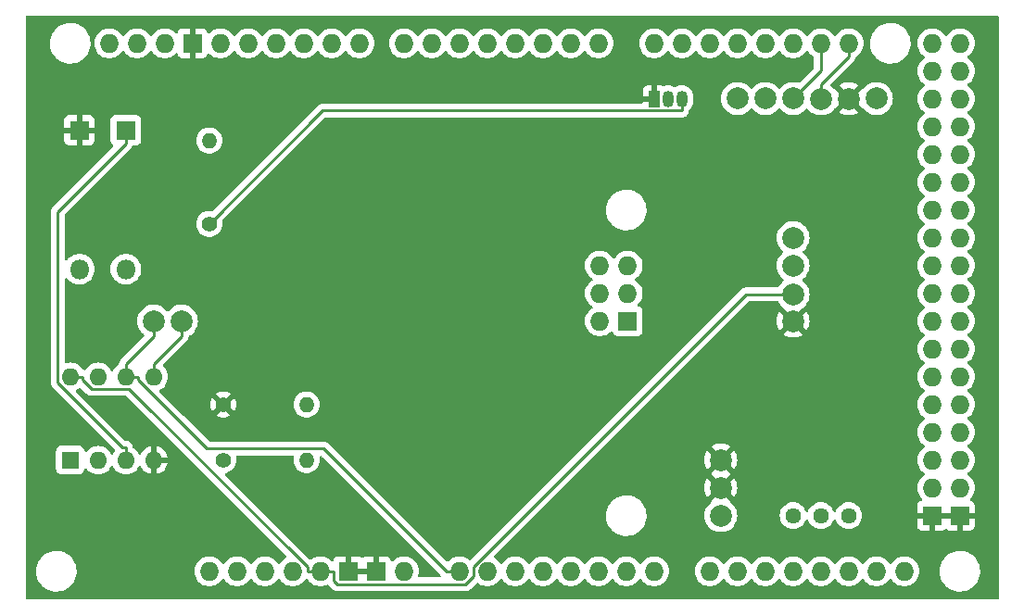
<source format=gbr>
%TF.GenerationSoftware,KiCad,Pcbnew,7.0.5*%
%TF.CreationDate,2023-10-27T17:22:17+01:00*%
%TF.ProjectId,OptiprodV2,4f707469-7072-46f6-9456-322e6b696361,rev?*%
%TF.SameCoordinates,Original*%
%TF.FileFunction,Copper,L2,Bot*%
%TF.FilePolarity,Positive*%
%FSLAX46Y46*%
G04 Gerber Fmt 4.6, Leading zero omitted, Abs format (unit mm)*
G04 Created by KiCad (PCBNEW 7.0.5) date 2023-10-27 17:22:17*
%MOMM*%
%LPD*%
G01*
G04 APERTURE LIST*
%TA.AperFunction,ComponentPad*%
%ADD10C,2.000000*%
%TD*%
%TA.AperFunction,ComponentPad*%
%ADD11C,1.400000*%
%TD*%
%TA.AperFunction,ComponentPad*%
%ADD12O,1.400000X1.400000*%
%TD*%
%TA.AperFunction,ComponentPad*%
%ADD13R,1.050000X1.500000*%
%TD*%
%TA.AperFunction,ComponentPad*%
%ADD14O,1.050000X1.500000*%
%TD*%
%TA.AperFunction,ComponentPad*%
%ADD15R,1.800000X1.800000*%
%TD*%
%TA.AperFunction,ComponentPad*%
%ADD16O,1.800000X1.800000*%
%TD*%
%TA.AperFunction,ComponentPad*%
%ADD17R,1.600000X1.600000*%
%TD*%
%TA.AperFunction,ComponentPad*%
%ADD18O,1.600000X1.600000*%
%TD*%
%TA.AperFunction,ComponentPad*%
%ADD19O,1.727200X1.727200*%
%TD*%
%TA.AperFunction,ComponentPad*%
%ADD20R,1.727200X1.727200*%
%TD*%
%TA.AperFunction,ComponentPad*%
%ADD21C,1.440000*%
%TD*%
%TA.AperFunction,Conductor*%
%ADD22C,0.250000*%
%TD*%
G04 APERTURE END LIST*
D10*
%TO.P,GNDIN1,1,1*%
%TO.N,GND*%
X170180000Y-99060000D03*
X170180000Y-99060000D03*
%TD*%
%TO.P,IN1,1,1*%
%TO.N,Net-(DZ5-K)*%
X170180000Y-101600000D03*
%TD*%
D11*
%TO.P,1K2,1*%
%TO.N,GND*%
X124714000Y-91440000D03*
D12*
%TO.P,1K2,2*%
%TO.N,Net-(1K1-Right)*%
X132334000Y-91440000D03*
%TD*%
D10*
%TO.P,SDO1,1,1*%
%TO.N,unconnected-(SDO1-Pad1)*%
X174244000Y-63470000D03*
%TD*%
%TO.P,VCCS1,1,1*%
%TO.N,VCCQ*%
X176784000Y-81380000D03*
%TD*%
D11*
%TO.P,51K1,1*%
%TO.N,Net-(1K1-Center)*%
X124714000Y-96520000D03*
D12*
%TO.P,51K1,2*%
%TO.N,Net-(MCP602B-+)*%
X132334000Y-96520000D03*
%TD*%
D10*
%TO.P,CS1,1,1*%
%TO.N,unconnected-(CS1-Pad1)*%
X171704000Y-63470000D03*
%TD*%
%TO.P,GND1,1,1*%
%TO.N,GND*%
X181864000Y-63500000D03*
%TD*%
D13*
%TO.P,DS18B20,1,GND*%
%TO.N,GND*%
X164084000Y-63500000D03*
D14*
%TO.P,DS18B20,2,DQ*%
%TO.N,Net-(DS18B20-DQ)*%
X165354000Y-63500000D03*
%TO.P,DS18B20,3,V_{DD}*%
%TO.N,VCC*%
X166624000Y-63500000D03*
%TD*%
D10*
%TO.P,Gkvghgcfc,1,1*%
%TO.N,GND*%
X170180000Y-96520000D03*
X170180000Y-96520000D03*
%TD*%
%TO.P,Follower1,1,1*%
%TO.N,Net-(MCP602B--)*%
X118364000Y-83820000D03*
%TD*%
D15*
%TO.P,DZ6,1,K*%
%TO.N,GND*%
X111574000Y-66370000D03*
D16*
%TO.P,DZ6,2,A*%
%TO.N,Net-(DZ5-A)*%
X111574000Y-79070000D03*
%TD*%
D10*
%TO.P,SDA2,1,1*%
%TO.N,Net-(A2-PadSDA)*%
X176784000Y-76200000D03*
%TD*%
D15*
%TO.P,DZ5,1,K*%
%TO.N,Net-(DZ5-K)*%
X115824000Y-66370000D03*
D16*
%TO.P,DZ5,2,A*%
%TO.N,Net-(DZ5-A)*%
X115824000Y-79070000D03*
%TD*%
D10*
%TO.P,Follower2,1,1*%
%TO.N,Net-(MCP602B-+)*%
X120904000Y-83820000D03*
%TD*%
D11*
%TO.P,4.7K1,1*%
%TO.N,VCC*%
X123444000Y-74930000D03*
D12*
%TO.P,4.7K1,2*%
%TO.N,Net-(DS18B20-DQ)*%
X123444000Y-67310000D03*
%TD*%
D17*
%TO.P,MCP602,1*%
%TO.N,Net-(MCP602B-+)*%
X110744000Y-96520000D03*
D18*
%TO.P,MCP602,2,-*%
%TO.N,Net-(1K1-Center)*%
X113284000Y-96520000D03*
%TO.P,MCP602,3,+*%
%TO.N,Net-(DZ5-K)*%
X115824000Y-96520000D03*
%TO.P,MCP602,4,V-*%
%TO.N,GND*%
X118364000Y-96520000D03*
%TO.P,MCP602,5,+*%
%TO.N,Net-(MCP602B-+)*%
X118364000Y-88900000D03*
%TO.P,MCP602,6,-*%
%TO.N,Net-(MCP602B--)*%
X115824000Y-88900000D03*
%TO.P,MCP602,7*%
X113284000Y-88900000D03*
%TO.P,MCP602,8,V+*%
%TO.N,VCCQ*%
X110744000Y-88900000D03*
%TD*%
D10*
%TO.P,GNDS1,1,1*%
%TO.N,GND*%
X176784000Y-83820000D03*
%TD*%
%TO.P,SCL2,1,1*%
%TO.N,Net-(A2-PadSCL)*%
X176784000Y-78740000D03*
%TD*%
D19*
%TO.P,A2,*%
%TO.N,*%
X123444000Y-106680000D03*
%TO.P,A2,3V3,3.3V*%
%TO.N,VCC*%
X131064000Y-106680000D03*
%TO.P,A2,5V1,5V*%
%TO.N,VCCQ*%
X133604000Y-106680000D03*
%TO.P,A2,5V2,SPI_5V*%
%TO.N,unconnected-(A2-SPI_5V-Pad5V2)*%
X161671000Y-78740000D03*
%TO.P,A2,5V3,5V*%
%TO.N,unconnected-(A2-5V-Pad5V3)*%
X189484000Y-58420000D03*
%TO.P,A2,5V4,5V*%
%TO.N,unconnected-(A2-5V-Pad5V4)*%
X192024000Y-58420000D03*
%TO.P,A2,A0,A0*%
%TO.N,Net-(MCP602B--)*%
X146304000Y-106680000D03*
%TO.P,A2,A1,A1*%
%TO.N,unconnected-(A2-PadA1)*%
X148844000Y-106680000D03*
%TO.P,A2,A2,A2*%
%TO.N,unconnected-(A2-PadA2)*%
X151384000Y-106680000D03*
%TO.P,A2,A3,A3*%
%TO.N,unconnected-(A2-PadA3)*%
X153924000Y-106680000D03*
%TO.P,A2,A4,A4*%
%TO.N,unconnected-(A2-PadA4)*%
X156464000Y-106680000D03*
%TO.P,A2,A5,A5*%
%TO.N,unconnected-(A2-PadA5)*%
X159004000Y-106680000D03*
%TO.P,A2,A6,A6*%
%TO.N,unconnected-(A2-PadA6)*%
X161544000Y-106680000D03*
%TO.P,A2,A7,A7*%
%TO.N,unconnected-(A2-PadA7)*%
X164084000Y-106680000D03*
%TO.P,A2,A8,A8*%
%TO.N,unconnected-(A2-PadA8)*%
X169164000Y-106680000D03*
%TO.P,A2,A9,A9*%
%TO.N,unconnected-(A2-PadA9)*%
X171704000Y-106680000D03*
%TO.P,A2,A10,A10*%
%TO.N,unconnected-(A2-PadA10)*%
X174244000Y-106680000D03*
%TO.P,A2,A11,A11*%
%TO.N,unconnected-(A2-PadA11)*%
X176784000Y-106680000D03*
%TO.P,A2,A12,A12*%
%TO.N,unconnected-(A2-PadA12)*%
X179324000Y-106680000D03*
%TO.P,A2,A13,A13*%
%TO.N,unconnected-(A2-PadA13)*%
X181864000Y-106680000D03*
%TO.P,A2,A14,A14*%
%TO.N,unconnected-(A2-PadA14)*%
X184404000Y-106680000D03*
%TO.P,A2,A15,A15*%
%TO.N,unconnected-(A2-PadA15)*%
X186944000Y-106680000D03*
%TO.P,A2,AREF,AREF*%
%TO.N,unconnected-(A2-PadAREF)*%
X119380000Y-58420000D03*
%TO.P,A2,D0,D0/RX0*%
%TO.N,unconnected-(A2-D0{slash}RX0-PadD0)*%
X159004000Y-58420000D03*
%TO.P,A2,D1,D1/TX0*%
%TO.N,unconnected-(A2-D1{slash}TX0-PadD1)*%
X156464000Y-58420000D03*
%TO.P,A2,D2,D2_INT0*%
%TO.N,unconnected-(A2-D2_INT0-PadD2)*%
X153924000Y-58420000D03*
%TO.P,A2,D3,D3_INT1*%
%TO.N,unconnected-(A2-D3_INT1-PadD3)*%
X151384000Y-58420000D03*
%TO.P,A2,D4,D4*%
%TO.N,unconnected-(A2-PadD4)*%
X148844000Y-58420000D03*
%TO.P,A2,D5,D5*%
%TO.N,unconnected-(A2-PadD5)*%
X146304000Y-58420000D03*
%TO.P,A2,D6,D6*%
%TO.N,unconnected-(A2-PadD6)*%
X143764000Y-58420000D03*
%TO.P,A2,D7,D7*%
%TO.N,unconnected-(A2-PadD7)*%
X141224000Y-58420000D03*
%TO.P,A2,D8,D8*%
%TO.N,unconnected-(A2-PadD8)*%
X137160000Y-58420000D03*
%TO.P,A2,D9,D9*%
%TO.N,unconnected-(A2-PadD9)*%
X134620000Y-58420000D03*
%TO.P,A2,D10,D10*%
%TO.N,unconnected-(A2-PadD10)*%
X132080000Y-58420000D03*
%TO.P,A2,D11,D11*%
%TO.N,unconnected-(A2-PadD11)*%
X129540000Y-58420000D03*
%TO.P,A2,D12,D12*%
%TO.N,unconnected-(A2-PadD12)*%
X127000000Y-58420000D03*
%TO.P,A2,D13,D13*%
%TO.N,unconnected-(A2-PadD13)*%
X124460000Y-58420000D03*
%TO.P,A2,D14,D14/TX3*%
%TO.N,unconnected-(A2-D14{slash}TX3-PadD14)*%
X164084000Y-58420000D03*
%TO.P,A2,D15,D15/RX3*%
%TO.N,unconnected-(A2-D15{slash}RX3-PadD15)*%
X166624000Y-58420000D03*
%TO.P,A2,D16,D16/TX2*%
%TO.N,unconnected-(A2-D16{slash}TX2-PadD16)*%
X169164000Y-58420000D03*
%TO.P,A2,D17,D17/RX2*%
%TO.N,unconnected-(A2-D17{slash}RX2-PadD17)*%
X171704000Y-58420000D03*
%TO.P,A2,D18,D18/TX1*%
%TO.N,unconnected-(A2-D18{slash}TX1-PadD18)*%
X174244000Y-58420000D03*
%TO.P,A2,D19,D19/RX1*%
%TO.N,unconnected-(A2-D19{slash}RX1-PadD19)*%
X176784000Y-58420000D03*
%TO.P,A2,D20,D20/SDA*%
%TO.N,Net-(A2-D20{slash}SDA)*%
X179324000Y-58420000D03*
%TO.P,A2,D21,D21/SCL*%
%TO.N,Net-(A2-D21{slash}SCL)*%
X181864000Y-58420000D03*
%TO.P,A2,D22,D22*%
%TO.N,unconnected-(A2-PadD22)*%
X189484000Y-60960000D03*
%TO.P,A2,D23,D23*%
%TO.N,unconnected-(A2-PadD23)*%
X192024000Y-60960000D03*
%TO.P,A2,D24,D24*%
%TO.N,unconnected-(A2-PadD24)*%
X189484000Y-63500000D03*
%TO.P,A2,D25,D25*%
%TO.N,unconnected-(A2-PadD25)*%
X192024000Y-63500000D03*
%TO.P,A2,D26,D26*%
%TO.N,unconnected-(A2-PadD26)*%
X189484000Y-66040000D03*
%TO.P,A2,D27,D27*%
%TO.N,unconnected-(A2-PadD27)*%
X192024000Y-66040000D03*
%TO.P,A2,D28,D28*%
%TO.N,unconnected-(A2-PadD28)*%
X189484000Y-68580000D03*
%TO.P,A2,D29,D29*%
%TO.N,unconnected-(A2-PadD29)*%
X192024000Y-68580000D03*
%TO.P,A2,D30,D30*%
%TO.N,unconnected-(A2-PadD30)*%
X189484000Y-71120000D03*
%TO.P,A2,D31,D31*%
%TO.N,unconnected-(A2-PadD31)*%
X192024000Y-71120000D03*
%TO.P,A2,D32,D32*%
%TO.N,unconnected-(A2-PadD32)*%
X189484000Y-73660000D03*
%TO.P,A2,D33,D33*%
%TO.N,unconnected-(A2-PadD33)*%
X192024000Y-73660000D03*
%TO.P,A2,D34,D34*%
%TO.N,unconnected-(A2-PadD34)*%
X189484000Y-76200000D03*
%TO.P,A2,D35,D35*%
%TO.N,unconnected-(A2-PadD35)*%
X192024000Y-76200000D03*
%TO.P,A2,D36,D36*%
%TO.N,unconnected-(A2-PadD36)*%
X189484000Y-78740000D03*
%TO.P,A2,D37,D37*%
%TO.N,unconnected-(A2-PadD37)*%
X192024000Y-78740000D03*
%TO.P,A2,D38,D38*%
%TO.N,unconnected-(A2-PadD38)*%
X189484000Y-81280000D03*
%TO.P,A2,D39,D39*%
%TO.N,unconnected-(A2-PadD39)*%
X192024000Y-81280000D03*
%TO.P,A2,D40,D40*%
%TO.N,unconnected-(A2-PadD40)*%
X189484000Y-83820000D03*
%TO.P,A2,D41,D41*%
%TO.N,unconnected-(A2-PadD41)*%
X192024000Y-83820000D03*
%TO.P,A2,D42,D42*%
%TO.N,unconnected-(A2-PadD42)*%
X189484000Y-86360000D03*
%TO.P,A2,D43,D43*%
%TO.N,unconnected-(A2-PadD43)*%
X192024000Y-86360000D03*
%TO.P,A2,D44,D44*%
%TO.N,unconnected-(A2-PadD44)*%
X189484000Y-88900000D03*
%TO.P,A2,D45,D45*%
%TO.N,unconnected-(A2-PadD45)*%
X192024000Y-88900000D03*
%TO.P,A2,D46,D46*%
%TO.N,unconnected-(A2-PadD46)*%
X189484000Y-91440000D03*
%TO.P,A2,D47,D47*%
%TO.N,unconnected-(A2-PadD47)*%
X192024000Y-91440000D03*
%TO.P,A2,D48,D48*%
%TO.N,unconnected-(A2-PadD48)*%
X189484000Y-93980000D03*
%TO.P,A2,D49,D49*%
%TO.N,unconnected-(A2-PadD49)*%
X192024000Y-93980000D03*
%TO.P,A2,D50,D50_MISO*%
%TO.N,unconnected-(A2-D50_MISO-PadD50)*%
X189484000Y-96520000D03*
%TO.P,A2,D51,D51_MOSI*%
%TO.N,unconnected-(A2-D51_MOSI-PadD51)*%
X192024000Y-96520000D03*
%TO.P,A2,D52,D52_SCK*%
%TO.N,unconnected-(A2-D52_SCK-PadD52)*%
X189484000Y-99060000D03*
%TO.P,A2,D53,D53_CS*%
%TO.N,unconnected-(A2-D53_CS-PadD53)*%
X192024000Y-99060000D03*
D20*
%TO.P,A2,GND1,GND*%
%TO.N,GND*%
X121920000Y-58420000D03*
%TO.P,A2,GND2,GND*%
X136144000Y-106680000D03*
%TO.P,A2,GND3,GND*%
X138684000Y-106680000D03*
%TO.P,A2,GND4,SPI_GND*%
%TO.N,unconnected-(A2-SPI_GND-PadGND4)*%
X161671000Y-83820000D03*
%TO.P,A2,GND5,GND*%
%TO.N,GND*%
X189484000Y-101600000D03*
%TO.P,A2,GND6,GND*%
X192024000Y-101600000D03*
D19*
%TO.P,A2,IORF,IOREF*%
%TO.N,unconnected-(A2-IOREF-PadIORF)*%
X125984000Y-106680000D03*
%TO.P,A2,MISO,SPI_MISO*%
%TO.N,unconnected-(A2-SPI_MISO-PadMISO)*%
X159131000Y-78740000D03*
%TO.P,A2,MOSI,SPI_MOSI*%
%TO.N,unconnected-(A2-SPI_MOSI-PadMOSI)*%
X161671000Y-81280000D03*
%TO.P,A2,RST1,RESET*%
%TO.N,unconnected-(A2-RESET-PadRST1)*%
X128524000Y-106680000D03*
%TO.P,A2,RST2,SPI_RESET*%
%TO.N,unconnected-(A2-SPI_RESET-PadRST2)*%
X159131000Y-83820000D03*
%TO.P,A2,SCK,SPI_SCK*%
%TO.N,unconnected-(A2-SPI_SCK-PadSCK)*%
X159131000Y-81280000D03*
%TO.P,A2,SCL,SCL*%
%TO.N,Net-(A2-PadSCL)*%
X114300000Y-58420000D03*
%TO.P,A2,SDA,SDA*%
%TO.N,Net-(A2-PadSDA)*%
X116840000Y-58420000D03*
%TO.P,A2,VIN,VIN*%
%TO.N,unconnected-(A2-PadVIN)*%
X141224000Y-106680000D03*
%TD*%
D10*
%TO.P,VCC1,1,1*%
%TO.N,VCC*%
X184404000Y-63470000D03*
%TD*%
%TO.P,SDA1,1,1*%
%TO.N,Net-(A2-D20{slash}SDA)*%
X176784000Y-63470000D03*
%TD*%
%TO.P,SCL1,1,1*%
%TO.N,Net-(A2-D21{slash}SCL)*%
X179324000Y-63500000D03*
%TD*%
D21*
%TO.P,1K1,1,Left*%
%TO.N,unconnected-(1K1-Left-Pad1)*%
X181864000Y-101600000D03*
%TO.P,1K1,2,Center*%
%TO.N,Net-(1K1-Center)*%
X179324000Y-101600000D03*
%TO.P,1K1,3,Right*%
%TO.N,Net-(1K1-Right)*%
X176784000Y-101600000D03*
%TD*%
D22*
%TO.N,Net-(A2-D20{slash}SDA)*%
X176784000Y-63470000D02*
X179324000Y-60930000D01*
X179324000Y-60930000D02*
X179324000Y-58420000D01*
%TO.N,Net-(DZ5-K)*%
X115824000Y-66370000D02*
X115824000Y-67596900D01*
X115824000Y-95393100D02*
X115542300Y-95393100D01*
X109604700Y-73816200D02*
X115824000Y-67596900D01*
X109604700Y-89455500D02*
X109604700Y-73816200D01*
X115824000Y-96520000D02*
X115824000Y-95393100D01*
X115542300Y-95393100D02*
X109604700Y-89455500D01*
%TO.N,Net-(A2-D21{slash}SCL)*%
X179324000Y-63500000D02*
X179324000Y-62150500D01*
X181864000Y-58420000D02*
X181864000Y-59610500D01*
X179324000Y-62150500D02*
X181864000Y-59610500D01*
%TO.N,VCC*%
X166624000Y-64576900D02*
X133797100Y-64576900D01*
X133797100Y-64576900D02*
X123444000Y-74930000D01*
X166624000Y-63500000D02*
X166624000Y-64576900D01*
%TO.N,VCCQ*%
X133604000Y-106680000D02*
X134794500Y-106680000D01*
X134794500Y-107521900D02*
X134794500Y-106680000D01*
X133604000Y-106680000D02*
X132413500Y-106680000D01*
X147574000Y-107166600D02*
X146870100Y-107870500D01*
X116130400Y-90026900D02*
X132413500Y-106310000D01*
X146870100Y-107870500D02*
X135143100Y-107870500D01*
X135143100Y-107870500D02*
X134794500Y-107521900D01*
X172457600Y-81380000D02*
X147574000Y-106263600D01*
X132413500Y-106310000D02*
X132413500Y-106680000D01*
X110744000Y-88900000D02*
X111870900Y-88900000D01*
X112716000Y-90026900D02*
X116130400Y-90026900D01*
X111870900Y-88900000D02*
X111870900Y-89181800D01*
X111870900Y-89181800D02*
X112716000Y-90026900D01*
X176784000Y-81380000D02*
X172457600Y-81380000D01*
X147574000Y-106263600D02*
X147574000Y-107166600D01*
%TO.N,Net-(MCP602B-+)*%
X118364000Y-87773100D02*
X120904000Y-85233100D01*
X118364000Y-88900000D02*
X118364000Y-87773100D01*
X120904000Y-85233100D02*
X120904000Y-83820000D01*
%TO.N,Net-(MCP602B--)*%
X115824000Y-88900000D02*
X116950900Y-88900000D01*
X116950900Y-89181700D02*
X123231600Y-95462400D01*
X115824000Y-87773100D02*
X118364000Y-85233100D01*
X115824000Y-88830700D02*
X115824000Y-88900000D01*
X116950900Y-88900000D02*
X116950900Y-89181700D01*
X115824000Y-88830700D02*
X115824000Y-87773100D01*
X123231600Y-95462400D02*
X133895900Y-95462400D01*
X146304000Y-106680000D02*
X145113500Y-106680000D01*
X118364000Y-85233100D02*
X118364000Y-83820000D01*
X133895900Y-95462400D02*
X145113500Y-106680000D01*
%TD*%
%TA.AperFunction,Conductor*%
%TO.N,GND*%
G36*
X131111633Y-96107585D02*
G01*
X131157388Y-96160389D01*
X131167332Y-96229547D01*
X131163861Y-96245825D01*
X131156984Y-96269999D01*
X131148884Y-96298465D01*
X131128357Y-96519999D01*
X131128357Y-96520000D01*
X131148884Y-96741535D01*
X131148885Y-96741537D01*
X131209769Y-96955523D01*
X131209775Y-96955538D01*
X131308938Y-97154683D01*
X131308943Y-97154691D01*
X131443020Y-97332238D01*
X131607437Y-97482123D01*
X131607439Y-97482125D01*
X131796595Y-97599245D01*
X131796596Y-97599245D01*
X131796599Y-97599247D01*
X132004060Y-97679618D01*
X132222757Y-97720500D01*
X132222759Y-97720500D01*
X132445241Y-97720500D01*
X132445243Y-97720500D01*
X132663940Y-97679618D01*
X132871401Y-97599247D01*
X133060562Y-97482124D01*
X133224981Y-97332236D01*
X133359058Y-97154689D01*
X133458229Y-96955528D01*
X133519115Y-96741536D01*
X133539643Y-96520000D01*
X133539642Y-96519994D01*
X133519115Y-96298464D01*
X133518062Y-96292832D01*
X133519290Y-96292602D01*
X133519818Y-96229030D01*
X133558080Y-96170568D01*
X133621875Y-96142073D01*
X133690948Y-96152591D01*
X133726181Y-96177271D01*
X139216672Y-101667763D01*
X144582228Y-107033319D01*
X144615713Y-107094642D01*
X144610729Y-107164334D01*
X144568857Y-107220267D01*
X144503393Y-107244684D01*
X144494547Y-107245000D01*
X142647397Y-107245000D01*
X142580358Y-107225315D01*
X142534603Y-107172511D01*
X142524659Y-107103353D01*
X142527191Y-107090560D01*
X142541686Y-107033319D01*
X142574107Y-106905293D01*
X142592775Y-106680000D01*
X142592775Y-106679993D01*
X142574107Y-106454710D01*
X142574107Y-106454707D01*
X142518611Y-106235559D01*
X142427802Y-106028535D01*
X142304156Y-105839281D01*
X142304153Y-105839278D01*
X142304149Y-105839272D01*
X142151049Y-105672963D01*
X142151048Y-105672962D01*
X142151046Y-105672960D01*
X141972649Y-105534107D01*
X141896910Y-105493119D01*
X141773832Y-105426512D01*
X141773827Y-105426510D01*
X141560017Y-105353109D01*
X141378388Y-105322801D01*
X141337033Y-105315900D01*
X141110967Y-105315900D01*
X141069612Y-105322801D01*
X140887982Y-105353109D01*
X140674172Y-105426510D01*
X140674167Y-105426512D01*
X140475352Y-105534106D01*
X140296955Y-105672958D01*
X140242186Y-105732453D01*
X140182298Y-105768443D01*
X140112460Y-105766342D01*
X140054845Y-105726817D01*
X140034775Y-105691802D01*
X139990954Y-105574313D01*
X139990950Y-105574306D01*
X139904790Y-105459212D01*
X139904787Y-105459209D01*
X139789693Y-105373049D01*
X139789686Y-105373045D01*
X139654979Y-105322803D01*
X139654972Y-105322801D01*
X139595444Y-105316400D01*
X138934000Y-105316400D01*
X138934000Y-106235702D01*
X138828592Y-106187565D01*
X138720334Y-106172000D01*
X138647666Y-106172000D01*
X138539408Y-106187565D01*
X138434000Y-106235702D01*
X138434000Y-105316400D01*
X137772555Y-105316400D01*
X137713027Y-105322801D01*
X137713020Y-105322803D01*
X137578313Y-105373045D01*
X137578311Y-105373047D01*
X137488311Y-105440421D01*
X137422847Y-105464838D01*
X137354574Y-105449987D01*
X137339689Y-105440421D01*
X137249688Y-105373047D01*
X137249686Y-105373045D01*
X137114979Y-105322803D01*
X137114972Y-105322801D01*
X137055444Y-105316400D01*
X136394000Y-105316400D01*
X136394000Y-106235702D01*
X136288592Y-106187565D01*
X136180334Y-106172000D01*
X136107666Y-106172000D01*
X135999408Y-106187565D01*
X135894000Y-106235702D01*
X135894000Y-105316400D01*
X135232555Y-105316400D01*
X135173027Y-105322801D01*
X135173020Y-105322803D01*
X135038313Y-105373045D01*
X135038306Y-105373049D01*
X134923212Y-105459209D01*
X134923209Y-105459212D01*
X134837049Y-105574306D01*
X134837046Y-105574312D01*
X134793224Y-105691803D01*
X134751352Y-105747736D01*
X134685887Y-105772153D01*
X134617615Y-105757301D01*
X134585813Y-105732452D01*
X134531049Y-105672963D01*
X134531048Y-105672962D01*
X134531046Y-105672960D01*
X134352649Y-105534107D01*
X134276910Y-105493119D01*
X134153832Y-105426512D01*
X134153827Y-105426510D01*
X133940017Y-105353109D01*
X133758388Y-105322801D01*
X133717033Y-105315900D01*
X133490967Y-105315900D01*
X133449612Y-105322801D01*
X133267982Y-105353109D01*
X133054172Y-105426510D01*
X133054167Y-105426512D01*
X132855353Y-105534105D01*
X132754423Y-105612663D01*
X132689429Y-105638305D01*
X132620889Y-105624738D01*
X132590580Y-105602490D01*
X124893305Y-97905214D01*
X124859820Y-97843891D01*
X124864804Y-97774199D01*
X124906676Y-97718266D01*
X124958196Y-97695646D01*
X125043940Y-97679618D01*
X125251401Y-97599247D01*
X125440562Y-97482124D01*
X125604981Y-97332236D01*
X125739058Y-97154689D01*
X125838229Y-96955528D01*
X125899115Y-96741536D01*
X125919643Y-96520000D01*
X125919642Y-96519994D01*
X125899115Y-96298465D01*
X125897648Y-96293308D01*
X125884140Y-96245832D01*
X125884726Y-96175968D01*
X125922992Y-96117509D01*
X125986789Y-96089018D01*
X126003406Y-96087900D01*
X131044594Y-96087900D01*
X131111633Y-96107585D01*
G37*
%TD.AperFunction*%
%TA.AperFunction,Conductor*%
G36*
X138217155Y-106466799D02*
G01*
X138176000Y-106606961D01*
X138176000Y-106753039D01*
X138217155Y-106893201D01*
X138240804Y-106930000D01*
X136587196Y-106930000D01*
X136610845Y-106893201D01*
X136652000Y-106753039D01*
X136652000Y-106606961D01*
X136610845Y-106466799D01*
X136587196Y-106430000D01*
X138240804Y-106430000D01*
X138217155Y-106466799D01*
G37*
%TD.AperFunction*%
%TA.AperFunction,Conductor*%
G36*
X191557155Y-101386799D02*
G01*
X191516000Y-101526961D01*
X191516000Y-101673039D01*
X191557155Y-101813201D01*
X191580804Y-101850000D01*
X189927196Y-101850000D01*
X189950845Y-101813201D01*
X189992000Y-101673039D01*
X189992000Y-101526961D01*
X189950845Y-101386799D01*
X189927196Y-101350000D01*
X191580804Y-101350000D01*
X191557155Y-101386799D01*
G37*
%TD.AperFunction*%
%TA.AperFunction,Conductor*%
G36*
X195522539Y-55900185D02*
G01*
X195568294Y-55952989D01*
X195579500Y-56004500D01*
X195579500Y-109095500D01*
X195559815Y-109162539D01*
X195507011Y-109208294D01*
X195455500Y-109219500D01*
X106804500Y-109219500D01*
X106737461Y-109199815D01*
X106691706Y-109147011D01*
X106680500Y-109095500D01*
X106680500Y-106747763D01*
X107619787Y-106747763D01*
X107649413Y-107017013D01*
X107649415Y-107017024D01*
X107709016Y-107245000D01*
X107717928Y-107279088D01*
X107823870Y-107528390D01*
X107895998Y-107646575D01*
X107964979Y-107759605D01*
X107964986Y-107759615D01*
X108138253Y-107967819D01*
X108138259Y-107967824D01*
X108157487Y-107985052D01*
X108339998Y-108148582D01*
X108565910Y-108298044D01*
X108811176Y-108413020D01*
X108811183Y-108413022D01*
X108811185Y-108413023D01*
X109070557Y-108491057D01*
X109070564Y-108491058D01*
X109070569Y-108491060D01*
X109338561Y-108530500D01*
X109338566Y-108530500D01*
X109541629Y-108530500D01*
X109541631Y-108530500D01*
X109541636Y-108530499D01*
X109541648Y-108530499D01*
X109579191Y-108527750D01*
X109744156Y-108515677D01*
X109899099Y-108481162D01*
X110008546Y-108456782D01*
X110008548Y-108456781D01*
X110008553Y-108456780D01*
X110261558Y-108360014D01*
X110497777Y-108227441D01*
X110712177Y-108061888D01*
X110900186Y-107866881D01*
X111057799Y-107646579D01*
X111131787Y-107502669D01*
X111181649Y-107405690D01*
X111181651Y-107405684D01*
X111181656Y-107405675D01*
X111269118Y-107149305D01*
X111318319Y-106882933D01*
X111328212Y-106612235D01*
X111298586Y-106342982D01*
X111230072Y-106080912D01*
X111124130Y-105831610D01*
X110983018Y-105600390D01*
X110927857Y-105534107D01*
X110809746Y-105392180D01*
X110809740Y-105392175D01*
X110608002Y-105211418D01*
X110382092Y-105061957D01*
X110382090Y-105061956D01*
X110136824Y-104946980D01*
X110136819Y-104946978D01*
X110136814Y-104946976D01*
X109877442Y-104868942D01*
X109877428Y-104868939D01*
X109761791Y-104851921D01*
X109609439Y-104829500D01*
X109406369Y-104829500D01*
X109406351Y-104829500D01*
X109203844Y-104844323D01*
X109203831Y-104844325D01*
X108939453Y-104903217D01*
X108939446Y-104903220D01*
X108686439Y-104999987D01*
X108450226Y-105132557D01*
X108235822Y-105298112D01*
X108047822Y-105493109D01*
X108047816Y-105493116D01*
X107890202Y-105713419D01*
X107890199Y-105713424D01*
X107766350Y-105954309D01*
X107766343Y-105954327D01*
X107678884Y-106210685D01*
X107678881Y-106210699D01*
X107657171Y-106328235D01*
X107631355Y-106468007D01*
X107629681Y-106477068D01*
X107629680Y-106477075D01*
X107619787Y-106747763D01*
X106680500Y-106747763D01*
X106680500Y-73796395D01*
X108974540Y-73796395D01*
X108978925Y-73842783D01*
X108979200Y-73848621D01*
X108979200Y-89372755D01*
X108977475Y-89388372D01*
X108977761Y-89388399D01*
X108977026Y-89396166D01*
X108979169Y-89464346D01*
X108979200Y-89466293D01*
X108979200Y-89494843D01*
X108979201Y-89494860D01*
X108980068Y-89501731D01*
X108980526Y-89507550D01*
X108981990Y-89554124D01*
X108981991Y-89554127D01*
X108987580Y-89573367D01*
X108991524Y-89592411D01*
X108993624Y-89609031D01*
X108994036Y-89612291D01*
X109011190Y-89655619D01*
X109013082Y-89661147D01*
X109026081Y-89705888D01*
X109036280Y-89723134D01*
X109044836Y-89740600D01*
X109044884Y-89740719D01*
X109052214Y-89759232D01*
X109079598Y-89796923D01*
X109082806Y-89801807D01*
X109106527Y-89841916D01*
X109106533Y-89841924D01*
X109120690Y-89856080D01*
X109133327Y-89870875D01*
X109145106Y-89887087D01*
X109172467Y-89909722D01*
X109181009Y-89916788D01*
X109185320Y-89920710D01*
X113469898Y-94205289D01*
X114800424Y-95535815D01*
X114833909Y-95597138D01*
X114828925Y-95666830D01*
X114814319Y-95694618D01*
X114693431Y-95867267D01*
X114666382Y-95925275D01*
X114620209Y-95977714D01*
X114553016Y-95996866D01*
X114486135Y-95976650D01*
X114441618Y-95925275D01*
X114414568Y-95867266D01*
X114284047Y-95680861D01*
X114284045Y-95680858D01*
X114123141Y-95519954D01*
X113936734Y-95389432D01*
X113936732Y-95389431D01*
X113730497Y-95293261D01*
X113730488Y-95293258D01*
X113510697Y-95234366D01*
X113510693Y-95234365D01*
X113510692Y-95234365D01*
X113510691Y-95234364D01*
X113510686Y-95234364D01*
X113284002Y-95214532D01*
X113283998Y-95214532D01*
X113057313Y-95234364D01*
X113057302Y-95234366D01*
X112837511Y-95293258D01*
X112837502Y-95293261D01*
X112631267Y-95389431D01*
X112631265Y-95389432D01*
X112444858Y-95519954D01*
X112283954Y-95680858D01*
X112266725Y-95705464D01*
X112212147Y-95749088D01*
X112142648Y-95756280D01*
X112080294Y-95724757D01*
X112044882Y-95664526D01*
X112041861Y-95647591D01*
X112038091Y-95612516D01*
X111987797Y-95477671D01*
X111987793Y-95477664D01*
X111901547Y-95362455D01*
X111901544Y-95362452D01*
X111786335Y-95276206D01*
X111786328Y-95276202D01*
X111651482Y-95225908D01*
X111651483Y-95225908D01*
X111591883Y-95219501D01*
X111591881Y-95219500D01*
X111591873Y-95219500D01*
X111591864Y-95219500D01*
X109896129Y-95219500D01*
X109896123Y-95219501D01*
X109836516Y-95225908D01*
X109701671Y-95276202D01*
X109701664Y-95276206D01*
X109586455Y-95362452D01*
X109586452Y-95362455D01*
X109500206Y-95477664D01*
X109500202Y-95477671D01*
X109449908Y-95612517D01*
X109443501Y-95672116D01*
X109443500Y-95672135D01*
X109443500Y-97367870D01*
X109443501Y-97367876D01*
X109449908Y-97427483D01*
X109500202Y-97562328D01*
X109500206Y-97562335D01*
X109586452Y-97677544D01*
X109586455Y-97677547D01*
X109701664Y-97763793D01*
X109701671Y-97763797D01*
X109836517Y-97814091D01*
X109836516Y-97814091D01*
X109843444Y-97814835D01*
X109896127Y-97820500D01*
X111591872Y-97820499D01*
X111651483Y-97814091D01*
X111786331Y-97763796D01*
X111901546Y-97677546D01*
X111987796Y-97562331D01*
X112038091Y-97427483D01*
X112041862Y-97392401D01*
X112068599Y-97327855D01*
X112125990Y-97288006D01*
X112195816Y-97285511D01*
X112255905Y-97321163D01*
X112266726Y-97334536D01*
X112283956Y-97359143D01*
X112444858Y-97520045D01*
X112444861Y-97520047D01*
X112631266Y-97650568D01*
X112837504Y-97746739D01*
X113057308Y-97805635D01*
X113219230Y-97819801D01*
X113283998Y-97825468D01*
X113284000Y-97825468D01*
X113284002Y-97825468D01*
X113340807Y-97820498D01*
X113510692Y-97805635D01*
X113730496Y-97746739D01*
X113936734Y-97650568D01*
X114123139Y-97520047D01*
X114284047Y-97359139D01*
X114414568Y-97172734D01*
X114441618Y-97114724D01*
X114487790Y-97062285D01*
X114554983Y-97043133D01*
X114621865Y-97063348D01*
X114666382Y-97114725D01*
X114693429Y-97172728D01*
X114693432Y-97172734D01*
X114823954Y-97359141D01*
X114984858Y-97520045D01*
X114984861Y-97520047D01*
X115171266Y-97650568D01*
X115377504Y-97746739D01*
X115597308Y-97805635D01*
X115759230Y-97819801D01*
X115823998Y-97825468D01*
X115824000Y-97825468D01*
X115824002Y-97825468D01*
X115880807Y-97820498D01*
X116050692Y-97805635D01*
X116270496Y-97746739D01*
X116476734Y-97650568D01*
X116663139Y-97520047D01*
X116824047Y-97359139D01*
X116954568Y-97172734D01*
X116981895Y-97114129D01*
X117028064Y-97061695D01*
X117095257Y-97042542D01*
X117162139Y-97062757D01*
X117206657Y-97114133D01*
X117233865Y-97172482D01*
X117364342Y-97358820D01*
X117525179Y-97519657D01*
X117711517Y-97650134D01*
X117917673Y-97746265D01*
X117917682Y-97746269D01*
X118113999Y-97798872D01*
X118114000Y-97798871D01*
X118114000Y-96835685D01*
X118125955Y-96847641D01*
X118238852Y-96905165D01*
X118332519Y-96920000D01*
X118395481Y-96920000D01*
X118489148Y-96905165D01*
X118602045Y-96847641D01*
X118614000Y-96835686D01*
X118614000Y-97798872D01*
X118810317Y-97746269D01*
X118810326Y-97746265D01*
X119016482Y-97650134D01*
X119202820Y-97519657D01*
X119363657Y-97358820D01*
X119494134Y-97172482D01*
X119590265Y-96966326D01*
X119590269Y-96966317D01*
X119642872Y-96770000D01*
X118679686Y-96770000D01*
X118691641Y-96758045D01*
X118749165Y-96645148D01*
X118768986Y-96520000D01*
X118749165Y-96394852D01*
X118691641Y-96281955D01*
X118679686Y-96270000D01*
X119642872Y-96270000D01*
X119642872Y-96269999D01*
X119590269Y-96073682D01*
X119590265Y-96073673D01*
X119494134Y-95867517D01*
X119363657Y-95681179D01*
X119202820Y-95520342D01*
X119016482Y-95389865D01*
X118810328Y-95293734D01*
X118614000Y-95241127D01*
X118614000Y-96204314D01*
X118602045Y-96192359D01*
X118489148Y-96134835D01*
X118395481Y-96120000D01*
X118332519Y-96120000D01*
X118238852Y-96134835D01*
X118125955Y-96192359D01*
X118114000Y-96204314D01*
X118114000Y-95241127D01*
X117917671Y-95293734D01*
X117711517Y-95389865D01*
X117525179Y-95520342D01*
X117364342Y-95681179D01*
X117233867Y-95867515D01*
X117206657Y-95925867D01*
X117160484Y-95978306D01*
X117093290Y-95997457D01*
X117026409Y-95977241D01*
X116981893Y-95925865D01*
X116955159Y-95868535D01*
X116954568Y-95867266D01*
X116824047Y-95680861D01*
X116824045Y-95680858D01*
X116663141Y-95519954D01*
X116498181Y-95404449D01*
X116454556Y-95349873D01*
X116445549Y-95310663D01*
X116443304Y-95274962D01*
X116440779Y-95267192D01*
X116435687Y-95244414D01*
X116434664Y-95236308D01*
X116413520Y-95182906D01*
X116412211Y-95179270D01*
X116394467Y-95124659D01*
X116390089Y-95117761D01*
X116379495Y-95096968D01*
X116376486Y-95089368D01*
X116342736Y-95042915D01*
X116340545Y-95039692D01*
X116310459Y-94992284D01*
X116309786Y-94991223D01*
X116303833Y-94985633D01*
X116288398Y-94968125D01*
X116283594Y-94961513D01*
X116283591Y-94961511D01*
X116283591Y-94961510D01*
X116239361Y-94924920D01*
X116236438Y-94922343D01*
X116194585Y-94883040D01*
X116194577Y-94883034D01*
X116187415Y-94879097D01*
X116168114Y-94865980D01*
X116161824Y-94860776D01*
X116109878Y-94836332D01*
X116106417Y-94834569D01*
X116056092Y-94806903D01*
X116056089Y-94806902D01*
X116056085Y-94806900D01*
X116048174Y-94804869D01*
X116026222Y-94796966D01*
X116018825Y-94793485D01*
X116018821Y-94793484D01*
X115962444Y-94782730D01*
X115958644Y-94781880D01*
X115903023Y-94767600D01*
X115903019Y-94767600D01*
X115894847Y-94767600D01*
X115871615Y-94765404D01*
X115863588Y-94763873D01*
X115857438Y-94764259D01*
X115789296Y-94748821D01*
X115761976Y-94728185D01*
X111295280Y-90261489D01*
X111261795Y-90200166D01*
X111266779Y-90130474D01*
X111308651Y-90074541D01*
X111330546Y-90061432D01*
X111396734Y-90030568D01*
X111569322Y-89909721D01*
X111635527Y-89887395D01*
X111703294Y-89904405D01*
X111728125Y-89923616D01*
X112215197Y-90410688D01*
X112225022Y-90422951D01*
X112225243Y-90422769D01*
X112230211Y-90428774D01*
X112230213Y-90428776D01*
X112230214Y-90428777D01*
X112234672Y-90432963D01*
X112279932Y-90475466D01*
X112281332Y-90476823D01*
X112301523Y-90497015D01*
X112301527Y-90497018D01*
X112301529Y-90497020D01*
X112307011Y-90501273D01*
X112311443Y-90505057D01*
X112345418Y-90536962D01*
X112362976Y-90546614D01*
X112379233Y-90557293D01*
X112395064Y-90569573D01*
X112414737Y-90578086D01*
X112437833Y-90588082D01*
X112443077Y-90590650D01*
X112483908Y-90613097D01*
X112496523Y-90616335D01*
X112503305Y-90618077D01*
X112521719Y-90624381D01*
X112540104Y-90632338D01*
X112586157Y-90639632D01*
X112591826Y-90640806D01*
X112636981Y-90652400D01*
X112657016Y-90652400D01*
X112676413Y-90653926D01*
X112696196Y-90657060D01*
X112742583Y-90652675D01*
X112748422Y-90652400D01*
X115819948Y-90652400D01*
X115886987Y-90672085D01*
X115907629Y-90688719D01*
X130481744Y-105262835D01*
X130515229Y-105324158D01*
X130510245Y-105393850D01*
X130468373Y-105449783D01*
X130453081Y-105459571D01*
X130315352Y-105534106D01*
X130136955Y-105672959D01*
X130136950Y-105672963D01*
X129983850Y-105839272D01*
X129983846Y-105839278D01*
X129897807Y-105970969D01*
X129844660Y-106016325D01*
X129775429Y-106025748D01*
X129712093Y-105996245D01*
X129690192Y-105970969D01*
X129604156Y-105839281D01*
X129604151Y-105839276D01*
X129604149Y-105839272D01*
X129451049Y-105672963D01*
X129451048Y-105672962D01*
X129451046Y-105672960D01*
X129272649Y-105534107D01*
X129196910Y-105493119D01*
X129073832Y-105426512D01*
X129073827Y-105426510D01*
X128860017Y-105353109D01*
X128678388Y-105322801D01*
X128637033Y-105315900D01*
X128410967Y-105315900D01*
X128369612Y-105322801D01*
X128187982Y-105353109D01*
X127974172Y-105426510D01*
X127974167Y-105426512D01*
X127775352Y-105534106D01*
X127596955Y-105672959D01*
X127596950Y-105672963D01*
X127443850Y-105839272D01*
X127443842Y-105839283D01*
X127357808Y-105970968D01*
X127304662Y-106016325D01*
X127235430Y-106025748D01*
X127172095Y-105996246D01*
X127150192Y-105970968D01*
X127064157Y-105839283D01*
X127064149Y-105839272D01*
X126911049Y-105672963D01*
X126911048Y-105672962D01*
X126911046Y-105672960D01*
X126732649Y-105534107D01*
X126656910Y-105493119D01*
X126533832Y-105426512D01*
X126533827Y-105426510D01*
X126320017Y-105353109D01*
X126138388Y-105322801D01*
X126097033Y-105315900D01*
X125870967Y-105315900D01*
X125829612Y-105322801D01*
X125647982Y-105353109D01*
X125434172Y-105426510D01*
X125434167Y-105426512D01*
X125235352Y-105534106D01*
X125056955Y-105672959D01*
X125056950Y-105672963D01*
X124903850Y-105839272D01*
X124903842Y-105839283D01*
X124817808Y-105970968D01*
X124764662Y-106016325D01*
X124695430Y-106025748D01*
X124632095Y-105996246D01*
X124610192Y-105970968D01*
X124524157Y-105839283D01*
X124524149Y-105839272D01*
X124371049Y-105672963D01*
X124371048Y-105672962D01*
X124371046Y-105672960D01*
X124192649Y-105534107D01*
X124116910Y-105493119D01*
X123993832Y-105426512D01*
X123993827Y-105426510D01*
X123780017Y-105353109D01*
X123598388Y-105322801D01*
X123557033Y-105315900D01*
X123330967Y-105315900D01*
X123289612Y-105322801D01*
X123107982Y-105353109D01*
X122894172Y-105426510D01*
X122894167Y-105426512D01*
X122695352Y-105534106D01*
X122516955Y-105672959D01*
X122516950Y-105672963D01*
X122363850Y-105839272D01*
X122363842Y-105839283D01*
X122240198Y-106028533D01*
X122149388Y-106235560D01*
X122093892Y-106454710D01*
X122075225Y-106679993D01*
X122075225Y-106680006D01*
X122093892Y-106905289D01*
X122149388Y-107124439D01*
X122240198Y-107331466D01*
X122363842Y-107520716D01*
X122363850Y-107520727D01*
X122516950Y-107687036D01*
X122516954Y-107687040D01*
X122695351Y-107825893D01*
X122894169Y-107933488D01*
X122894172Y-107933489D01*
X123107982Y-108006890D01*
X123107984Y-108006890D01*
X123107986Y-108006891D01*
X123330967Y-108044100D01*
X123330968Y-108044100D01*
X123557032Y-108044100D01*
X123557033Y-108044100D01*
X123780014Y-108006891D01*
X123993831Y-107933488D01*
X124192649Y-107825893D01*
X124371046Y-107687040D01*
X124470832Y-107578643D01*
X124524149Y-107520727D01*
X124524149Y-107520726D01*
X124524156Y-107520719D01*
X124610193Y-107389028D01*
X124663338Y-107343675D01*
X124732569Y-107334251D01*
X124795905Y-107363753D01*
X124817804Y-107389025D01*
X124903844Y-107520719D01*
X124903849Y-107520724D01*
X124903850Y-107520727D01*
X125056950Y-107687036D01*
X125056954Y-107687040D01*
X125235351Y-107825893D01*
X125434169Y-107933488D01*
X125434172Y-107933489D01*
X125647982Y-108006890D01*
X125647984Y-108006890D01*
X125647986Y-108006891D01*
X125870967Y-108044100D01*
X125870968Y-108044100D01*
X126097032Y-108044100D01*
X126097033Y-108044100D01*
X126320014Y-108006891D01*
X126533831Y-107933488D01*
X126732649Y-107825893D01*
X126911046Y-107687040D01*
X127010832Y-107578643D01*
X127064149Y-107520727D01*
X127064149Y-107520726D01*
X127064156Y-107520719D01*
X127150193Y-107389028D01*
X127203338Y-107343675D01*
X127272569Y-107334251D01*
X127335905Y-107363753D01*
X127357804Y-107389025D01*
X127443844Y-107520719D01*
X127443849Y-107520724D01*
X127443850Y-107520727D01*
X127596950Y-107687036D01*
X127596954Y-107687040D01*
X127775351Y-107825893D01*
X127974169Y-107933488D01*
X127974172Y-107933489D01*
X128187982Y-108006890D01*
X128187984Y-108006890D01*
X128187986Y-108006891D01*
X128410967Y-108044100D01*
X128410968Y-108044100D01*
X128637032Y-108044100D01*
X128637033Y-108044100D01*
X128860014Y-108006891D01*
X129073831Y-107933488D01*
X129272649Y-107825893D01*
X129451046Y-107687040D01*
X129550832Y-107578643D01*
X129604149Y-107520727D01*
X129604149Y-107520726D01*
X129604156Y-107520719D01*
X129690193Y-107389028D01*
X129743338Y-107343675D01*
X129812569Y-107334251D01*
X129875905Y-107363753D01*
X129897804Y-107389025D01*
X129983844Y-107520719D01*
X129983849Y-107520724D01*
X129983850Y-107520727D01*
X130136950Y-107687036D01*
X130136954Y-107687040D01*
X130315351Y-107825893D01*
X130514169Y-107933488D01*
X130514172Y-107933489D01*
X130727982Y-108006890D01*
X130727984Y-108006890D01*
X130727986Y-108006891D01*
X130950967Y-108044100D01*
X130950968Y-108044100D01*
X131177032Y-108044100D01*
X131177033Y-108044100D01*
X131400014Y-108006891D01*
X131613831Y-107933488D01*
X131812649Y-107825893D01*
X131991046Y-107687040D01*
X132090832Y-107578643D01*
X132144149Y-107520727D01*
X132144151Y-107520724D01*
X132144156Y-107520719D01*
X132230193Y-107389029D01*
X132283336Y-107343675D01*
X132352567Y-107334251D01*
X132415903Y-107363753D01*
X132437807Y-107389031D01*
X132523842Y-107520716D01*
X132523850Y-107520727D01*
X132676950Y-107687036D01*
X132676954Y-107687040D01*
X132855351Y-107825893D01*
X133054169Y-107933488D01*
X133054172Y-107933489D01*
X133267982Y-108006890D01*
X133267984Y-108006890D01*
X133267986Y-108006891D01*
X133490967Y-108044100D01*
X133490968Y-108044100D01*
X133717032Y-108044100D01*
X133717033Y-108044100D01*
X133940014Y-108006891D01*
X134153831Y-107933488D01*
X134177866Y-107920480D01*
X134246192Y-107905884D01*
X134311565Y-107930545D01*
X134329018Y-107948313D01*
X134329566Y-107947800D01*
X134334902Y-107953482D01*
X134334906Y-107953487D01*
X134370808Y-107983188D01*
X134375130Y-107987121D01*
X134642294Y-108254284D01*
X134652121Y-108266549D01*
X134652342Y-108266367D01*
X134657311Y-108272375D01*
X134675937Y-108289865D01*
X134707043Y-108319075D01*
X134708386Y-108320376D01*
X134718104Y-108330094D01*
X134728630Y-108340621D01*
X134734107Y-108344870D01*
X134738548Y-108348663D01*
X134772511Y-108380556D01*
X134772513Y-108380557D01*
X134772518Y-108380562D01*
X134790076Y-108390214D01*
X134806333Y-108400893D01*
X134822164Y-108413173D01*
X134841837Y-108421686D01*
X134864933Y-108431682D01*
X134870177Y-108434250D01*
X134911008Y-108456697D01*
X134923623Y-108459935D01*
X134930405Y-108461677D01*
X134948819Y-108467981D01*
X134967204Y-108475938D01*
X135013257Y-108483232D01*
X135018926Y-108484406D01*
X135064081Y-108496000D01*
X135084116Y-108496000D01*
X135103513Y-108497526D01*
X135123296Y-108500660D01*
X135169683Y-108496275D01*
X135175522Y-108496000D01*
X146787357Y-108496000D01*
X146802977Y-108497724D01*
X146803004Y-108497439D01*
X146810766Y-108498173D01*
X146810766Y-108498172D01*
X146810767Y-108498173D01*
X146814099Y-108498068D01*
X146878947Y-108496031D01*
X146880894Y-108496000D01*
X146909447Y-108496000D01*
X146909450Y-108496000D01*
X146916328Y-108495130D01*
X146922141Y-108494672D01*
X146968727Y-108493209D01*
X146987969Y-108487617D01*
X147007012Y-108483674D01*
X147026892Y-108481164D01*
X147070222Y-108464007D01*
X147075746Y-108462117D01*
X147079496Y-108461027D01*
X147120490Y-108449118D01*
X147137729Y-108438922D01*
X147155203Y-108430362D01*
X147173827Y-108422988D01*
X147173827Y-108422987D01*
X147173832Y-108422986D01*
X147211549Y-108395582D01*
X147216405Y-108392392D01*
X147256520Y-108368670D01*
X147270689Y-108354499D01*
X147285479Y-108341868D01*
X147301687Y-108330094D01*
X147331399Y-108294176D01*
X147335312Y-108289876D01*
X147851443Y-107773745D01*
X147912765Y-107740262D01*
X147982457Y-107745246D01*
X148015283Y-107763573D01*
X148095351Y-107825893D01*
X148294169Y-107933488D01*
X148294172Y-107933489D01*
X148507982Y-108006890D01*
X148507984Y-108006890D01*
X148507986Y-108006891D01*
X148730967Y-108044100D01*
X148730968Y-108044100D01*
X148957032Y-108044100D01*
X148957033Y-108044100D01*
X149180014Y-108006891D01*
X149393831Y-107933488D01*
X149592649Y-107825893D01*
X149771046Y-107687040D01*
X149870832Y-107578643D01*
X149924149Y-107520727D01*
X149924149Y-107520726D01*
X149924156Y-107520719D01*
X150010193Y-107389028D01*
X150063338Y-107343675D01*
X150132569Y-107334251D01*
X150195905Y-107363753D01*
X150217804Y-107389025D01*
X150303844Y-107520719D01*
X150303849Y-107520724D01*
X150303850Y-107520727D01*
X150456950Y-107687036D01*
X150456954Y-107687040D01*
X150635351Y-107825893D01*
X150834169Y-107933488D01*
X150834172Y-107933489D01*
X151047982Y-108006890D01*
X151047984Y-108006890D01*
X151047986Y-108006891D01*
X151270967Y-108044100D01*
X151270968Y-108044100D01*
X151497032Y-108044100D01*
X151497033Y-108044100D01*
X151720014Y-108006891D01*
X151933831Y-107933488D01*
X152132649Y-107825893D01*
X152311046Y-107687040D01*
X152410832Y-107578643D01*
X152464149Y-107520727D01*
X152464149Y-107520726D01*
X152464156Y-107520719D01*
X152550193Y-107389028D01*
X152603338Y-107343675D01*
X152672569Y-107334251D01*
X152735905Y-107363753D01*
X152757804Y-107389025D01*
X152843844Y-107520719D01*
X152843849Y-107520724D01*
X152843850Y-107520727D01*
X152996950Y-107687036D01*
X152996954Y-107687040D01*
X153175351Y-107825893D01*
X153374169Y-107933488D01*
X153374172Y-107933489D01*
X153587982Y-108006890D01*
X153587984Y-108006890D01*
X153587986Y-108006891D01*
X153810967Y-108044100D01*
X153810968Y-108044100D01*
X154037032Y-108044100D01*
X154037033Y-108044100D01*
X154260014Y-108006891D01*
X154473831Y-107933488D01*
X154672649Y-107825893D01*
X154851046Y-107687040D01*
X154950832Y-107578643D01*
X155004149Y-107520727D01*
X155004149Y-107520726D01*
X155004156Y-107520719D01*
X155090193Y-107389028D01*
X155143338Y-107343675D01*
X155212569Y-107334251D01*
X155275905Y-107363753D01*
X155297804Y-107389025D01*
X155383844Y-107520719D01*
X155383849Y-107520724D01*
X155383850Y-107520727D01*
X155536950Y-107687036D01*
X155536954Y-107687040D01*
X155715351Y-107825893D01*
X155914169Y-107933488D01*
X155914172Y-107933489D01*
X156127982Y-108006890D01*
X156127984Y-108006890D01*
X156127986Y-108006891D01*
X156350967Y-108044100D01*
X156350968Y-108044100D01*
X156577032Y-108044100D01*
X156577033Y-108044100D01*
X156800014Y-108006891D01*
X157013831Y-107933488D01*
X157212649Y-107825893D01*
X157391046Y-107687040D01*
X157490832Y-107578643D01*
X157544149Y-107520727D01*
X157544149Y-107520726D01*
X157544156Y-107520719D01*
X157630193Y-107389028D01*
X157683338Y-107343675D01*
X157752569Y-107334251D01*
X157815905Y-107363753D01*
X157837804Y-107389025D01*
X157923844Y-107520719D01*
X157923849Y-107520724D01*
X157923850Y-107520727D01*
X158076950Y-107687036D01*
X158076954Y-107687040D01*
X158255351Y-107825893D01*
X158454169Y-107933488D01*
X158454172Y-107933489D01*
X158667982Y-108006890D01*
X158667984Y-108006890D01*
X158667986Y-108006891D01*
X158890967Y-108044100D01*
X158890968Y-108044100D01*
X159117032Y-108044100D01*
X159117033Y-108044100D01*
X159340014Y-108006891D01*
X159553831Y-107933488D01*
X159752649Y-107825893D01*
X159931046Y-107687040D01*
X160030832Y-107578643D01*
X160084149Y-107520727D01*
X160084149Y-107520726D01*
X160084156Y-107520719D01*
X160170193Y-107389028D01*
X160223338Y-107343675D01*
X160292569Y-107334251D01*
X160355905Y-107363753D01*
X160377804Y-107389025D01*
X160463844Y-107520719D01*
X160463849Y-107520724D01*
X160463850Y-107520727D01*
X160616950Y-107687036D01*
X160616954Y-107687040D01*
X160795351Y-107825893D01*
X160994169Y-107933488D01*
X160994172Y-107933489D01*
X161207982Y-108006890D01*
X161207984Y-108006890D01*
X161207986Y-108006891D01*
X161430967Y-108044100D01*
X161430968Y-108044100D01*
X161657032Y-108044100D01*
X161657033Y-108044100D01*
X161880014Y-108006891D01*
X162093831Y-107933488D01*
X162292649Y-107825893D01*
X162471046Y-107687040D01*
X162570832Y-107578643D01*
X162624149Y-107520727D01*
X162624149Y-107520726D01*
X162624156Y-107520719D01*
X162710193Y-107389028D01*
X162763338Y-107343675D01*
X162832569Y-107334251D01*
X162895905Y-107363753D01*
X162917804Y-107389025D01*
X163003844Y-107520719D01*
X163003849Y-107520724D01*
X163003850Y-107520727D01*
X163156950Y-107687036D01*
X163156954Y-107687040D01*
X163335351Y-107825893D01*
X163534169Y-107933488D01*
X163534172Y-107933489D01*
X163747982Y-108006890D01*
X163747984Y-108006890D01*
X163747986Y-108006891D01*
X163970967Y-108044100D01*
X163970968Y-108044100D01*
X164197032Y-108044100D01*
X164197033Y-108044100D01*
X164420014Y-108006891D01*
X164633831Y-107933488D01*
X164832649Y-107825893D01*
X165011046Y-107687040D01*
X165110832Y-107578643D01*
X165164149Y-107520727D01*
X165164151Y-107520724D01*
X165164156Y-107520719D01*
X165287802Y-107331465D01*
X165378611Y-107124441D01*
X165434107Y-106905293D01*
X165452775Y-106680006D01*
X167795225Y-106680006D01*
X167813892Y-106905289D01*
X167869388Y-107124439D01*
X167960198Y-107331466D01*
X168083842Y-107520716D01*
X168083850Y-107520727D01*
X168236950Y-107687036D01*
X168236954Y-107687040D01*
X168415351Y-107825893D01*
X168614169Y-107933488D01*
X168614172Y-107933489D01*
X168827982Y-108006890D01*
X168827984Y-108006890D01*
X168827986Y-108006891D01*
X169050967Y-108044100D01*
X169050968Y-108044100D01*
X169277032Y-108044100D01*
X169277033Y-108044100D01*
X169500014Y-108006891D01*
X169713831Y-107933488D01*
X169912649Y-107825893D01*
X170091046Y-107687040D01*
X170190832Y-107578643D01*
X170244149Y-107520727D01*
X170244149Y-107520726D01*
X170244156Y-107520719D01*
X170330193Y-107389028D01*
X170383338Y-107343675D01*
X170452569Y-107334251D01*
X170515905Y-107363753D01*
X170537804Y-107389025D01*
X170623844Y-107520719D01*
X170623849Y-107520724D01*
X170623850Y-107520727D01*
X170776950Y-107687036D01*
X170776954Y-107687040D01*
X170955351Y-107825893D01*
X171154169Y-107933488D01*
X171154172Y-107933489D01*
X171367982Y-108006890D01*
X171367984Y-108006890D01*
X171367986Y-108006891D01*
X171590967Y-108044100D01*
X171590968Y-108044100D01*
X171817032Y-108044100D01*
X171817033Y-108044100D01*
X172040014Y-108006891D01*
X172253831Y-107933488D01*
X172452649Y-107825893D01*
X172631046Y-107687040D01*
X172730832Y-107578643D01*
X172784149Y-107520727D01*
X172784149Y-107520726D01*
X172784156Y-107520719D01*
X172870193Y-107389028D01*
X172923338Y-107343675D01*
X172992569Y-107334251D01*
X173055905Y-107363753D01*
X173077804Y-107389025D01*
X173163844Y-107520719D01*
X173163849Y-107520724D01*
X173163850Y-107520727D01*
X173316950Y-107687036D01*
X173316954Y-107687040D01*
X173495351Y-107825893D01*
X173694169Y-107933488D01*
X173694172Y-107933489D01*
X173907982Y-108006890D01*
X173907984Y-108006890D01*
X173907986Y-108006891D01*
X174130967Y-108044100D01*
X174130968Y-108044100D01*
X174357032Y-108044100D01*
X174357033Y-108044100D01*
X174580014Y-108006891D01*
X174793831Y-107933488D01*
X174992649Y-107825893D01*
X175171046Y-107687040D01*
X175270832Y-107578643D01*
X175324149Y-107520727D01*
X175324149Y-107520726D01*
X175324156Y-107520719D01*
X175410193Y-107389028D01*
X175463338Y-107343675D01*
X175532569Y-107334251D01*
X175595905Y-107363753D01*
X175617804Y-107389025D01*
X175703844Y-107520719D01*
X175703849Y-107520724D01*
X175703850Y-107520727D01*
X175856950Y-107687036D01*
X175856954Y-107687040D01*
X176035351Y-107825893D01*
X176234169Y-107933488D01*
X176234172Y-107933489D01*
X176447982Y-108006890D01*
X176447984Y-108006890D01*
X176447986Y-108006891D01*
X176670967Y-108044100D01*
X176670968Y-108044100D01*
X176897032Y-108044100D01*
X176897033Y-108044100D01*
X177120014Y-108006891D01*
X177333831Y-107933488D01*
X177532649Y-107825893D01*
X177711046Y-107687040D01*
X177810832Y-107578643D01*
X177864149Y-107520727D01*
X177864149Y-107520726D01*
X177864156Y-107520719D01*
X177950193Y-107389028D01*
X178003338Y-107343675D01*
X178072569Y-107334251D01*
X178135905Y-107363753D01*
X178157804Y-107389025D01*
X178243844Y-107520719D01*
X178243849Y-107520724D01*
X178243850Y-107520727D01*
X178396950Y-107687036D01*
X178396954Y-107687040D01*
X178575351Y-107825893D01*
X178774169Y-107933488D01*
X178774172Y-107933489D01*
X178987982Y-108006890D01*
X178987984Y-108006890D01*
X178987986Y-108006891D01*
X179210967Y-108044100D01*
X179210968Y-108044100D01*
X179437032Y-108044100D01*
X179437033Y-108044100D01*
X179660014Y-108006891D01*
X179873831Y-107933488D01*
X180072649Y-107825893D01*
X180251046Y-107687040D01*
X180350832Y-107578643D01*
X180404149Y-107520727D01*
X180404149Y-107520726D01*
X180404156Y-107520719D01*
X180490193Y-107389028D01*
X180543338Y-107343675D01*
X180612569Y-107334251D01*
X180675905Y-107363753D01*
X180697804Y-107389025D01*
X180783844Y-107520719D01*
X180783849Y-107520724D01*
X180783850Y-107520727D01*
X180936950Y-107687036D01*
X180936954Y-107687040D01*
X181115351Y-107825893D01*
X181314169Y-107933488D01*
X181314172Y-107933489D01*
X181527982Y-108006890D01*
X181527984Y-108006890D01*
X181527986Y-108006891D01*
X181750967Y-108044100D01*
X181750968Y-108044100D01*
X181977032Y-108044100D01*
X181977033Y-108044100D01*
X182200014Y-108006891D01*
X182413831Y-107933488D01*
X182612649Y-107825893D01*
X182791046Y-107687040D01*
X182890832Y-107578643D01*
X182944149Y-107520727D01*
X182944151Y-107520724D01*
X182944156Y-107520719D01*
X183030193Y-107389029D01*
X183083336Y-107343675D01*
X183152567Y-107334251D01*
X183215903Y-107363753D01*
X183237807Y-107389031D01*
X183323842Y-107520716D01*
X183323850Y-107520727D01*
X183476950Y-107687036D01*
X183476954Y-107687040D01*
X183655351Y-107825893D01*
X183854169Y-107933488D01*
X183854172Y-107933489D01*
X184067982Y-108006890D01*
X184067984Y-108006890D01*
X184067986Y-108006891D01*
X184290967Y-108044100D01*
X184290968Y-108044100D01*
X184517032Y-108044100D01*
X184517033Y-108044100D01*
X184740014Y-108006891D01*
X184953831Y-107933488D01*
X185152649Y-107825893D01*
X185331046Y-107687040D01*
X185430832Y-107578643D01*
X185484149Y-107520727D01*
X185484149Y-107520726D01*
X185484156Y-107520719D01*
X185570193Y-107389028D01*
X185623338Y-107343675D01*
X185692569Y-107334251D01*
X185755905Y-107363753D01*
X185777804Y-107389025D01*
X185863844Y-107520719D01*
X185863849Y-107520724D01*
X185863850Y-107520727D01*
X186016950Y-107687036D01*
X186016954Y-107687040D01*
X186195351Y-107825893D01*
X186394169Y-107933488D01*
X186394172Y-107933489D01*
X186607982Y-108006890D01*
X186607984Y-108006890D01*
X186607986Y-108006891D01*
X186830967Y-108044100D01*
X186830968Y-108044100D01*
X187057032Y-108044100D01*
X187057033Y-108044100D01*
X187280014Y-108006891D01*
X187493831Y-107933488D01*
X187692649Y-107825893D01*
X187871046Y-107687040D01*
X187970832Y-107578643D01*
X188024149Y-107520727D01*
X188024151Y-107520724D01*
X188024156Y-107520719D01*
X188147802Y-107331465D01*
X188238611Y-107124441D01*
X188294107Y-106905293D01*
X188307160Y-106747763D01*
X190169787Y-106747763D01*
X190199413Y-107017013D01*
X190199415Y-107017024D01*
X190259016Y-107245000D01*
X190267928Y-107279088D01*
X190373870Y-107528390D01*
X190445998Y-107646575D01*
X190514979Y-107759605D01*
X190514986Y-107759615D01*
X190688253Y-107967819D01*
X190688259Y-107967824D01*
X190707487Y-107985052D01*
X190889998Y-108148582D01*
X191115910Y-108298044D01*
X191361176Y-108413020D01*
X191361183Y-108413022D01*
X191361185Y-108413023D01*
X191620557Y-108491057D01*
X191620564Y-108491058D01*
X191620569Y-108491060D01*
X191888561Y-108530500D01*
X191888566Y-108530500D01*
X192091629Y-108530500D01*
X192091631Y-108530500D01*
X192091636Y-108530499D01*
X192091648Y-108530499D01*
X192129191Y-108527750D01*
X192294156Y-108515677D01*
X192449099Y-108481162D01*
X192558546Y-108456782D01*
X192558548Y-108456781D01*
X192558553Y-108456780D01*
X192811558Y-108360014D01*
X193047777Y-108227441D01*
X193262177Y-108061888D01*
X193450186Y-107866881D01*
X193607799Y-107646579D01*
X193681787Y-107502669D01*
X193731649Y-107405690D01*
X193731651Y-107405684D01*
X193731656Y-107405675D01*
X193819118Y-107149305D01*
X193868319Y-106882933D01*
X193878212Y-106612235D01*
X193848586Y-106342982D01*
X193780072Y-106080912D01*
X193674130Y-105831610D01*
X193533018Y-105600390D01*
X193477857Y-105534107D01*
X193359746Y-105392180D01*
X193359740Y-105392175D01*
X193158002Y-105211418D01*
X192932092Y-105061957D01*
X192932090Y-105061956D01*
X192686824Y-104946980D01*
X192686819Y-104946978D01*
X192686814Y-104946976D01*
X192427442Y-104868942D01*
X192427428Y-104868939D01*
X192311791Y-104851921D01*
X192159439Y-104829500D01*
X191956369Y-104829500D01*
X191956351Y-104829500D01*
X191753844Y-104844323D01*
X191753831Y-104844325D01*
X191489453Y-104903217D01*
X191489446Y-104903220D01*
X191236439Y-104999987D01*
X191000226Y-105132557D01*
X190785822Y-105298112D01*
X190597822Y-105493109D01*
X190597816Y-105493116D01*
X190440202Y-105713419D01*
X190440199Y-105713424D01*
X190316350Y-105954309D01*
X190316343Y-105954327D01*
X190228884Y-106210685D01*
X190228881Y-106210699D01*
X190207171Y-106328235D01*
X190181355Y-106468007D01*
X190179681Y-106477068D01*
X190179680Y-106477075D01*
X190169787Y-106747763D01*
X188307160Y-106747763D01*
X188312775Y-106680000D01*
X188312775Y-106679993D01*
X188294107Y-106454710D01*
X188294107Y-106454707D01*
X188238611Y-106235559D01*
X188147802Y-106028535D01*
X188024156Y-105839281D01*
X188024153Y-105839278D01*
X188024149Y-105839272D01*
X187871049Y-105672963D01*
X187871048Y-105672962D01*
X187871046Y-105672960D01*
X187692649Y-105534107D01*
X187616910Y-105493119D01*
X187493832Y-105426512D01*
X187493827Y-105426510D01*
X187280017Y-105353109D01*
X187098388Y-105322801D01*
X187057033Y-105315900D01*
X186830967Y-105315900D01*
X186789612Y-105322801D01*
X186607982Y-105353109D01*
X186394172Y-105426510D01*
X186394167Y-105426512D01*
X186195352Y-105534106D01*
X186016955Y-105672959D01*
X186016950Y-105672963D01*
X185863850Y-105839272D01*
X185863842Y-105839283D01*
X185777808Y-105970968D01*
X185724662Y-106016325D01*
X185655430Y-106025748D01*
X185592095Y-105996246D01*
X185570192Y-105970968D01*
X185484157Y-105839283D01*
X185484149Y-105839272D01*
X185331049Y-105672963D01*
X185331048Y-105672962D01*
X185331046Y-105672960D01*
X185152649Y-105534107D01*
X185076910Y-105493119D01*
X184953832Y-105426512D01*
X184953827Y-105426510D01*
X184740017Y-105353109D01*
X184558388Y-105322801D01*
X184517033Y-105315900D01*
X184290967Y-105315900D01*
X184249612Y-105322801D01*
X184067982Y-105353109D01*
X183854172Y-105426510D01*
X183854167Y-105426512D01*
X183655352Y-105534106D01*
X183476955Y-105672959D01*
X183476950Y-105672963D01*
X183323850Y-105839272D01*
X183323846Y-105839278D01*
X183237807Y-105970969D01*
X183184660Y-106016325D01*
X183115429Y-106025748D01*
X183052093Y-105996245D01*
X183030192Y-105970969D01*
X182944156Y-105839281D01*
X182944151Y-105839276D01*
X182944149Y-105839272D01*
X182791049Y-105672963D01*
X182791048Y-105672962D01*
X182791046Y-105672960D01*
X182612649Y-105534107D01*
X182536910Y-105493119D01*
X182413832Y-105426512D01*
X182413827Y-105426510D01*
X182200017Y-105353109D01*
X182018388Y-105322801D01*
X181977033Y-105315900D01*
X181750967Y-105315900D01*
X181709612Y-105322801D01*
X181527982Y-105353109D01*
X181314172Y-105426510D01*
X181314167Y-105426512D01*
X181115352Y-105534106D01*
X180936955Y-105672959D01*
X180936950Y-105672963D01*
X180783850Y-105839272D01*
X180783842Y-105839283D01*
X180697808Y-105970968D01*
X180644662Y-106016325D01*
X180575430Y-106025748D01*
X180512095Y-105996246D01*
X180490192Y-105970968D01*
X180404157Y-105839283D01*
X180404149Y-105839272D01*
X180251049Y-105672963D01*
X180251048Y-105672962D01*
X180251046Y-105672960D01*
X180072649Y-105534107D01*
X179996910Y-105493119D01*
X179873832Y-105426512D01*
X179873827Y-105426510D01*
X179660017Y-105353109D01*
X179478388Y-105322801D01*
X179437033Y-105315900D01*
X179210967Y-105315900D01*
X179169612Y-105322801D01*
X178987982Y-105353109D01*
X178774172Y-105426510D01*
X178774167Y-105426512D01*
X178575352Y-105534106D01*
X178396955Y-105672959D01*
X178396950Y-105672963D01*
X178243850Y-105839272D01*
X178243842Y-105839283D01*
X178157808Y-105970968D01*
X178104662Y-106016325D01*
X178035430Y-106025748D01*
X177972095Y-105996246D01*
X177950192Y-105970968D01*
X177864157Y-105839283D01*
X177864149Y-105839272D01*
X177711049Y-105672963D01*
X177711048Y-105672962D01*
X177711046Y-105672960D01*
X177532649Y-105534107D01*
X177456910Y-105493119D01*
X177333832Y-105426512D01*
X177333827Y-105426510D01*
X177120017Y-105353109D01*
X176938388Y-105322801D01*
X176897033Y-105315900D01*
X176670967Y-105315900D01*
X176629612Y-105322801D01*
X176447982Y-105353109D01*
X176234172Y-105426510D01*
X176234167Y-105426512D01*
X176035352Y-105534106D01*
X175856955Y-105672959D01*
X175856950Y-105672963D01*
X175703850Y-105839272D01*
X175703842Y-105839283D01*
X175617808Y-105970968D01*
X175564662Y-106016325D01*
X175495430Y-106025748D01*
X175432095Y-105996246D01*
X175410192Y-105970968D01*
X175324157Y-105839283D01*
X175324149Y-105839272D01*
X175171049Y-105672963D01*
X175171048Y-105672962D01*
X175171046Y-105672960D01*
X174992649Y-105534107D01*
X174916910Y-105493119D01*
X174793832Y-105426512D01*
X174793827Y-105426510D01*
X174580017Y-105353109D01*
X174398388Y-105322801D01*
X174357033Y-105315900D01*
X174130967Y-105315900D01*
X174089612Y-105322801D01*
X173907982Y-105353109D01*
X173694172Y-105426510D01*
X173694167Y-105426512D01*
X173495352Y-105534106D01*
X173316955Y-105672959D01*
X173316950Y-105672963D01*
X173163850Y-105839272D01*
X173163842Y-105839283D01*
X173077808Y-105970968D01*
X173024662Y-106016325D01*
X172955430Y-106025748D01*
X172892095Y-105996246D01*
X172870192Y-105970968D01*
X172784157Y-105839283D01*
X172784149Y-105839272D01*
X172631049Y-105672963D01*
X172631048Y-105672962D01*
X172631046Y-105672960D01*
X172452649Y-105534107D01*
X172376910Y-105493119D01*
X172253832Y-105426512D01*
X172253827Y-105426510D01*
X172040017Y-105353109D01*
X171858388Y-105322801D01*
X171817033Y-105315900D01*
X171590967Y-105315900D01*
X171549612Y-105322801D01*
X171367982Y-105353109D01*
X171154172Y-105426510D01*
X171154167Y-105426512D01*
X170955352Y-105534106D01*
X170776955Y-105672959D01*
X170776950Y-105672963D01*
X170623850Y-105839272D01*
X170623842Y-105839283D01*
X170537808Y-105970968D01*
X170484662Y-106016325D01*
X170415430Y-106025748D01*
X170352095Y-105996246D01*
X170330192Y-105970968D01*
X170244157Y-105839283D01*
X170244149Y-105839272D01*
X170091049Y-105672963D01*
X170091048Y-105672962D01*
X170091046Y-105672960D01*
X169912649Y-105534107D01*
X169836910Y-105493119D01*
X169713832Y-105426512D01*
X169713827Y-105426510D01*
X169500017Y-105353109D01*
X169318388Y-105322801D01*
X169277033Y-105315900D01*
X169050967Y-105315900D01*
X169009612Y-105322801D01*
X168827982Y-105353109D01*
X168614172Y-105426510D01*
X168614167Y-105426512D01*
X168415352Y-105534106D01*
X168236955Y-105672959D01*
X168236950Y-105672963D01*
X168083850Y-105839272D01*
X168083842Y-105839283D01*
X167960198Y-106028533D01*
X167869388Y-106235560D01*
X167813892Y-106454710D01*
X167795225Y-106679993D01*
X167795225Y-106680006D01*
X165452775Y-106680006D01*
X165452775Y-106680000D01*
X165452775Y-106679993D01*
X165434107Y-106454710D01*
X165434107Y-106454707D01*
X165378611Y-106235559D01*
X165287802Y-106028535D01*
X165164156Y-105839281D01*
X165164153Y-105839278D01*
X165164149Y-105839272D01*
X165011049Y-105672963D01*
X165011048Y-105672962D01*
X165011046Y-105672960D01*
X164832649Y-105534107D01*
X164756910Y-105493119D01*
X164633832Y-105426512D01*
X164633827Y-105426510D01*
X164420017Y-105353109D01*
X164238388Y-105322801D01*
X164197033Y-105315900D01*
X163970967Y-105315900D01*
X163929612Y-105322801D01*
X163747982Y-105353109D01*
X163534172Y-105426510D01*
X163534167Y-105426512D01*
X163335352Y-105534106D01*
X163156955Y-105672959D01*
X163156950Y-105672963D01*
X163003850Y-105839272D01*
X163003842Y-105839283D01*
X162917808Y-105970968D01*
X162864662Y-106016325D01*
X162795430Y-106025748D01*
X162732095Y-105996246D01*
X162710192Y-105970968D01*
X162624157Y-105839283D01*
X162624149Y-105839272D01*
X162471049Y-105672963D01*
X162471048Y-105672962D01*
X162471046Y-105672960D01*
X162292649Y-105534107D01*
X162216910Y-105493119D01*
X162093832Y-105426512D01*
X162093827Y-105426510D01*
X161880017Y-105353109D01*
X161698388Y-105322801D01*
X161657033Y-105315900D01*
X161430967Y-105315900D01*
X161389612Y-105322801D01*
X161207982Y-105353109D01*
X160994172Y-105426510D01*
X160994167Y-105426512D01*
X160795352Y-105534106D01*
X160616955Y-105672959D01*
X160616950Y-105672963D01*
X160463850Y-105839272D01*
X160463842Y-105839283D01*
X160377808Y-105970968D01*
X160324662Y-106016325D01*
X160255430Y-106025748D01*
X160192095Y-105996246D01*
X160170192Y-105970968D01*
X160084157Y-105839283D01*
X160084149Y-105839272D01*
X159931049Y-105672963D01*
X159931048Y-105672962D01*
X159931046Y-105672960D01*
X159752649Y-105534107D01*
X159676910Y-105493119D01*
X159553832Y-105426512D01*
X159553827Y-105426510D01*
X159340017Y-105353109D01*
X159158388Y-105322801D01*
X159117033Y-105315900D01*
X158890967Y-105315900D01*
X158849612Y-105322801D01*
X158667982Y-105353109D01*
X158454172Y-105426510D01*
X158454167Y-105426512D01*
X158255352Y-105534106D01*
X158076955Y-105672959D01*
X158076950Y-105672963D01*
X157923850Y-105839272D01*
X157923842Y-105839283D01*
X157837808Y-105970968D01*
X157784662Y-106016325D01*
X157715430Y-106025748D01*
X157652095Y-105996246D01*
X157630192Y-105970968D01*
X157544157Y-105839283D01*
X157544149Y-105839272D01*
X157391049Y-105672963D01*
X157391048Y-105672962D01*
X157391046Y-105672960D01*
X157212649Y-105534107D01*
X157136910Y-105493119D01*
X157013832Y-105426512D01*
X157013827Y-105426510D01*
X156800017Y-105353109D01*
X156618388Y-105322801D01*
X156577033Y-105315900D01*
X156350967Y-105315900D01*
X156309612Y-105322801D01*
X156127982Y-105353109D01*
X155914172Y-105426510D01*
X155914167Y-105426512D01*
X155715352Y-105534106D01*
X155536955Y-105672959D01*
X155536950Y-105672963D01*
X155383850Y-105839272D01*
X155383846Y-105839278D01*
X155297807Y-105970969D01*
X155244660Y-106016325D01*
X155175429Y-106025748D01*
X155112093Y-105996245D01*
X155090192Y-105970969D01*
X155004156Y-105839281D01*
X155004151Y-105839276D01*
X155004149Y-105839272D01*
X154851049Y-105672963D01*
X154851048Y-105672962D01*
X154851046Y-105672960D01*
X154672649Y-105534107D01*
X154596910Y-105493119D01*
X154473832Y-105426512D01*
X154473827Y-105426510D01*
X154260017Y-105353109D01*
X154078388Y-105322801D01*
X154037033Y-105315900D01*
X153810967Y-105315900D01*
X153769612Y-105322801D01*
X153587982Y-105353109D01*
X153374172Y-105426510D01*
X153374167Y-105426512D01*
X153175352Y-105534106D01*
X152996955Y-105672959D01*
X152996950Y-105672963D01*
X152843850Y-105839272D01*
X152843842Y-105839283D01*
X152757808Y-105970968D01*
X152704662Y-106016325D01*
X152635430Y-106025748D01*
X152572095Y-105996246D01*
X152550192Y-105970968D01*
X152464157Y-105839283D01*
X152464149Y-105839272D01*
X152311049Y-105672963D01*
X152311048Y-105672962D01*
X152311046Y-105672960D01*
X152132649Y-105534107D01*
X152056910Y-105493119D01*
X151933832Y-105426512D01*
X151933827Y-105426510D01*
X151720017Y-105353109D01*
X151538388Y-105322801D01*
X151497033Y-105315900D01*
X151270967Y-105315900D01*
X151229612Y-105322801D01*
X151047982Y-105353109D01*
X150834172Y-105426510D01*
X150834167Y-105426512D01*
X150635352Y-105534106D01*
X150456955Y-105672959D01*
X150456950Y-105672963D01*
X150303850Y-105839272D01*
X150303842Y-105839283D01*
X150217808Y-105970968D01*
X150164662Y-106016325D01*
X150095430Y-106025748D01*
X150032095Y-105996246D01*
X150010192Y-105970968D01*
X149924157Y-105839283D01*
X149924149Y-105839272D01*
X149771049Y-105672963D01*
X149771048Y-105672962D01*
X149771046Y-105672960D01*
X149592649Y-105534107D01*
X149476393Y-105471192D01*
X149426804Y-105421973D01*
X149411696Y-105353757D01*
X149435866Y-105288201D01*
X149447724Y-105274464D01*
X153054425Y-101667763D01*
X159689787Y-101667763D01*
X159719413Y-101937013D01*
X159719415Y-101937024D01*
X159787926Y-102199082D01*
X159787928Y-102199088D01*
X159893870Y-102448390D01*
X160023637Y-102661021D01*
X160034979Y-102679605D01*
X160034986Y-102679615D01*
X160208253Y-102887819D01*
X160208259Y-102887824D01*
X160313240Y-102981887D01*
X160409998Y-103068582D01*
X160635910Y-103218044D01*
X160881176Y-103333020D01*
X160881183Y-103333022D01*
X160881185Y-103333023D01*
X161140557Y-103411057D01*
X161140564Y-103411058D01*
X161140569Y-103411060D01*
X161408561Y-103450500D01*
X161408566Y-103450500D01*
X161611629Y-103450500D01*
X161611631Y-103450500D01*
X161611636Y-103450499D01*
X161611648Y-103450499D01*
X161649191Y-103447750D01*
X161814156Y-103435677D01*
X161926758Y-103410593D01*
X162078546Y-103376782D01*
X162078548Y-103376781D01*
X162078553Y-103376780D01*
X162331558Y-103280014D01*
X162567777Y-103147441D01*
X162782177Y-102981888D01*
X162970186Y-102786881D01*
X163127799Y-102566579D01*
X163219860Y-102387519D01*
X163251649Y-102325690D01*
X163251651Y-102325684D01*
X163251656Y-102325675D01*
X163339118Y-102069305D01*
X163388319Y-101802933D01*
X163395735Y-101600005D01*
X168674357Y-101600005D01*
X168694890Y-101847812D01*
X168694892Y-101847824D01*
X168755936Y-102088881D01*
X168855826Y-102316606D01*
X168991833Y-102524782D01*
X168991836Y-102524785D01*
X169160256Y-102707738D01*
X169356491Y-102860474D01*
X169356493Y-102860475D01*
X169535217Y-102957196D01*
X169575190Y-102978828D01*
X169810386Y-103059571D01*
X170055665Y-103100500D01*
X170304335Y-103100500D01*
X170549614Y-103059571D01*
X170784810Y-102978828D01*
X171003509Y-102860474D01*
X171199744Y-102707738D01*
X171368164Y-102524785D01*
X171504173Y-102316607D01*
X171604063Y-102088881D01*
X171665108Y-101847821D01*
X171685643Y-101600001D01*
X175558838Y-101600001D01*
X175577450Y-101812741D01*
X175577452Y-101812752D01*
X175632721Y-102019022D01*
X175632723Y-102019026D01*
X175632724Y-102019030D01*
X175656168Y-102069305D01*
X175722977Y-102212578D01*
X175845472Y-102387521D01*
X175996478Y-102538527D01*
X175996481Y-102538529D01*
X176171419Y-102661021D01*
X176171421Y-102661022D01*
X176171420Y-102661022D01*
X176235936Y-102691106D01*
X176364970Y-102751276D01*
X176571253Y-102806549D01*
X176723215Y-102819843D01*
X176783998Y-102825162D01*
X176784000Y-102825162D01*
X176784002Y-102825162D01*
X176837186Y-102820508D01*
X176996747Y-102806549D01*
X177203030Y-102751276D01*
X177396581Y-102661021D01*
X177571519Y-102538529D01*
X177722529Y-102387519D01*
X177845021Y-102212581D01*
X177935276Y-102019030D01*
X177935280Y-102019013D01*
X177937130Y-102013936D01*
X177939253Y-102014709D01*
X177970576Y-101963305D01*
X178033419Y-101932766D01*
X178102796Y-101941050D01*
X178156680Y-101985528D01*
X178169827Y-102014315D01*
X178170870Y-102013936D01*
X178172722Y-102019022D01*
X178172724Y-102019030D01*
X178196168Y-102069305D01*
X178262977Y-102212578D01*
X178385472Y-102387521D01*
X178536478Y-102538527D01*
X178536481Y-102538529D01*
X178711419Y-102661021D01*
X178711421Y-102661022D01*
X178711420Y-102661022D01*
X178775936Y-102691106D01*
X178904970Y-102751276D01*
X179111253Y-102806549D01*
X179263215Y-102819844D01*
X179323998Y-102825162D01*
X179324000Y-102825162D01*
X179324002Y-102825162D01*
X179377186Y-102820508D01*
X179536747Y-102806549D01*
X179743030Y-102751276D01*
X179936581Y-102661021D01*
X180111519Y-102538529D01*
X180262529Y-102387519D01*
X180385021Y-102212581D01*
X180475276Y-102019030D01*
X180475280Y-102019013D01*
X180477130Y-102013936D01*
X180479253Y-102014709D01*
X180510576Y-101963305D01*
X180573419Y-101932766D01*
X180642796Y-101941050D01*
X180696680Y-101985528D01*
X180709827Y-102014315D01*
X180710870Y-102013936D01*
X180712722Y-102019022D01*
X180712724Y-102019030D01*
X180736168Y-102069305D01*
X180802977Y-102212578D01*
X180925472Y-102387521D01*
X181076478Y-102538527D01*
X181076481Y-102538529D01*
X181251419Y-102661021D01*
X181251421Y-102661022D01*
X181251420Y-102661022D01*
X181315936Y-102691106D01*
X181444970Y-102751276D01*
X181651253Y-102806549D01*
X181803215Y-102819843D01*
X181863998Y-102825162D01*
X181864000Y-102825162D01*
X181864002Y-102825162D01*
X181917186Y-102820508D01*
X182076747Y-102806549D01*
X182283030Y-102751276D01*
X182476581Y-102661021D01*
X182651519Y-102538529D01*
X182802529Y-102387519D01*
X182925021Y-102212581D01*
X183015276Y-102019030D01*
X183070549Y-101812747D01*
X183089162Y-101600000D01*
X183089161Y-101599994D01*
X183071408Y-101397075D01*
X183070549Y-101387253D01*
X183015276Y-101180970D01*
X182925021Y-100987419D01*
X182802529Y-100812481D01*
X182802527Y-100812478D01*
X182651521Y-100661472D01*
X182476578Y-100538977D01*
X182476579Y-100538977D01*
X182347547Y-100478809D01*
X182283030Y-100448724D01*
X182283026Y-100448723D01*
X182283022Y-100448721D01*
X182076752Y-100393452D01*
X182076748Y-100393451D01*
X182076747Y-100393451D01*
X182076746Y-100393450D01*
X182076741Y-100393450D01*
X181864002Y-100374838D01*
X181863998Y-100374838D01*
X181651258Y-100393450D01*
X181651247Y-100393452D01*
X181444977Y-100448721D01*
X181444968Y-100448725D01*
X181251421Y-100538977D01*
X181076478Y-100661472D01*
X180925472Y-100812478D01*
X180802977Y-100987421D01*
X180712725Y-101180968D01*
X180710870Y-101186064D01*
X180708749Y-101185292D01*
X180677406Y-101236710D01*
X180614558Y-101267237D01*
X180545183Y-101258939D01*
X180491307Y-101214452D01*
X180478169Y-101185685D01*
X180477130Y-101186064D01*
X180475279Y-101180983D01*
X180475276Y-101180970D01*
X180385021Y-100987419D01*
X180262529Y-100812481D01*
X180262527Y-100812478D01*
X180111521Y-100661472D01*
X179936578Y-100538977D01*
X179936579Y-100538977D01*
X179807547Y-100478809D01*
X179743030Y-100448724D01*
X179743026Y-100448723D01*
X179743022Y-100448721D01*
X179536752Y-100393452D01*
X179536748Y-100393451D01*
X179536747Y-100393451D01*
X179536746Y-100393450D01*
X179536741Y-100393450D01*
X179324002Y-100374838D01*
X179323998Y-100374838D01*
X179111258Y-100393450D01*
X179111247Y-100393452D01*
X178904977Y-100448721D01*
X178904968Y-100448725D01*
X178711421Y-100538977D01*
X178536478Y-100661472D01*
X178385472Y-100812478D01*
X178262977Y-100987421D01*
X178172725Y-101180968D01*
X178170870Y-101186064D01*
X178168749Y-101185292D01*
X178137406Y-101236710D01*
X178074558Y-101267237D01*
X178005183Y-101258939D01*
X177951307Y-101214452D01*
X177938169Y-101185685D01*
X177937130Y-101186064D01*
X177935279Y-101180983D01*
X177935276Y-101180970D01*
X177845021Y-100987419D01*
X177722529Y-100812481D01*
X177722527Y-100812478D01*
X177571521Y-100661472D01*
X177396578Y-100538977D01*
X177396579Y-100538977D01*
X177267547Y-100478809D01*
X177203030Y-100448724D01*
X177203026Y-100448723D01*
X177203022Y-100448721D01*
X176996752Y-100393452D01*
X176996748Y-100393451D01*
X176996747Y-100393451D01*
X176996746Y-100393450D01*
X176996741Y-100393450D01*
X176784002Y-100374838D01*
X176783998Y-100374838D01*
X176571258Y-100393450D01*
X176571247Y-100393452D01*
X176364977Y-100448721D01*
X176364968Y-100448725D01*
X176171421Y-100538977D01*
X175996478Y-100661472D01*
X175845472Y-100812478D01*
X175722977Y-100987421D01*
X175632725Y-101180968D01*
X175632721Y-101180977D01*
X175577452Y-101387247D01*
X175577450Y-101387258D01*
X175558838Y-101599998D01*
X175558838Y-101600001D01*
X171685643Y-101600001D01*
X171685643Y-101600000D01*
X171668015Y-101387258D01*
X171665109Y-101352187D01*
X171665107Y-101352175D01*
X171604063Y-101111118D01*
X171504173Y-100883393D01*
X171368166Y-100675217D01*
X171325645Y-100629027D01*
X171199744Y-100492262D01*
X171096253Y-100411712D01*
X171055442Y-100355003D01*
X171048655Y-100306176D01*
X171050056Y-100283609D01*
X170312533Y-99546086D01*
X170322315Y-99544680D01*
X170453100Y-99484952D01*
X170561761Y-99390798D01*
X170639493Y-99269844D01*
X170663077Y-99189523D01*
X171403434Y-99929882D01*
X171503731Y-99776369D01*
X171603587Y-99548717D01*
X171664612Y-99307738D01*
X171664614Y-99307729D01*
X171685141Y-99060006D01*
X188115225Y-99060006D01*
X188133892Y-99285289D01*
X188189388Y-99504439D01*
X188280198Y-99711466D01*
X188381801Y-99866980D01*
X188403844Y-99900719D01*
X188541245Y-100049976D01*
X188572167Y-100112629D01*
X188564307Y-100182055D01*
X188520160Y-100236211D01*
X188493349Y-100250140D01*
X188378311Y-100293046D01*
X188378306Y-100293049D01*
X188263212Y-100379209D01*
X188263209Y-100379212D01*
X188177049Y-100494306D01*
X188177045Y-100494313D01*
X188126803Y-100629020D01*
X188126801Y-100629027D01*
X188120400Y-100688555D01*
X188120400Y-101350000D01*
X189040804Y-101350000D01*
X189017155Y-101386799D01*
X188976000Y-101526961D01*
X188976000Y-101673039D01*
X189017155Y-101813201D01*
X189040804Y-101850000D01*
X188120400Y-101850000D01*
X188120400Y-102511444D01*
X188126801Y-102570972D01*
X188126803Y-102570979D01*
X188177045Y-102705686D01*
X188177049Y-102705693D01*
X188263209Y-102820787D01*
X188263212Y-102820790D01*
X188378306Y-102906950D01*
X188378313Y-102906954D01*
X188513020Y-102957196D01*
X188513027Y-102957198D01*
X188572555Y-102963599D01*
X188572572Y-102963600D01*
X189234000Y-102963600D01*
X189234000Y-102044297D01*
X189339408Y-102092435D01*
X189447666Y-102108000D01*
X189520334Y-102108000D01*
X189628592Y-102092435D01*
X189734000Y-102044297D01*
X189734000Y-102963600D01*
X190395428Y-102963600D01*
X190395444Y-102963599D01*
X190454972Y-102957198D01*
X190454979Y-102957196D01*
X190589686Y-102906954D01*
X190589689Y-102906952D01*
X190679688Y-102839579D01*
X190745152Y-102815161D01*
X190813426Y-102830012D01*
X190828312Y-102839579D01*
X190918310Y-102906952D01*
X190918313Y-102906954D01*
X191053020Y-102957196D01*
X191053027Y-102957198D01*
X191112555Y-102963599D01*
X191112572Y-102963600D01*
X191774000Y-102963600D01*
X191774000Y-102044297D01*
X191879408Y-102092435D01*
X191987666Y-102108000D01*
X192060334Y-102108000D01*
X192168592Y-102092435D01*
X192274000Y-102044297D01*
X192274000Y-102963600D01*
X192935428Y-102963600D01*
X192935444Y-102963599D01*
X192994972Y-102957198D01*
X192994979Y-102957196D01*
X193129686Y-102906954D01*
X193129693Y-102906950D01*
X193244787Y-102820790D01*
X193244790Y-102820787D01*
X193330950Y-102705693D01*
X193330954Y-102705686D01*
X193381196Y-102570979D01*
X193381198Y-102570972D01*
X193387599Y-102511444D01*
X193387600Y-102511427D01*
X193387600Y-101850000D01*
X192467196Y-101850000D01*
X192490845Y-101813201D01*
X192532000Y-101673039D01*
X192532000Y-101526961D01*
X192490845Y-101386799D01*
X192467196Y-101350000D01*
X193387600Y-101350000D01*
X193387600Y-100688572D01*
X193387599Y-100688555D01*
X193381198Y-100629027D01*
X193381196Y-100629020D01*
X193330954Y-100494313D01*
X193330950Y-100494306D01*
X193244790Y-100379212D01*
X193244787Y-100379209D01*
X193129693Y-100293049D01*
X193129686Y-100293045D01*
X193014651Y-100250140D01*
X192958717Y-100208269D01*
X192934300Y-100142804D01*
X192949152Y-100074531D01*
X192966749Y-100049981D01*
X193104156Y-99900719D01*
X193227802Y-99711465D01*
X193318611Y-99504441D01*
X193374107Y-99285293D01*
X193392775Y-99060000D01*
X193392775Y-99059994D01*
X193392775Y-99059993D01*
X193374107Y-98834710D01*
X193374107Y-98834707D01*
X193318611Y-98615559D01*
X193227802Y-98408535D01*
X193104156Y-98219281D01*
X193104153Y-98219278D01*
X193104149Y-98219272D01*
X192951049Y-98052963D01*
X192951048Y-98052962D01*
X192951046Y-98052960D01*
X192772649Y-97914107D01*
X192772647Y-97914106D01*
X192772646Y-97914105D01*
X192772643Y-97914103D01*
X192744833Y-97899053D01*
X192695243Y-97849833D01*
X192680136Y-97781616D01*
X192704307Y-97716061D01*
X192744835Y-97680945D01*
X192772649Y-97665893D01*
X192951046Y-97527040D01*
X193074986Y-97392406D01*
X193104149Y-97360727D01*
X193104150Y-97360725D01*
X193104156Y-97360719D01*
X193227802Y-97171465D01*
X193318611Y-96964441D01*
X193374107Y-96745293D01*
X193392775Y-96520000D01*
X193392775Y-96519994D01*
X193392775Y-96519993D01*
X193374107Y-96294710D01*
X193374107Y-96294707D01*
X193318611Y-96075559D01*
X193227802Y-95868535D01*
X193226972Y-95867265D01*
X193104157Y-95679283D01*
X193104149Y-95679272D01*
X192951049Y-95512963D01*
X192951048Y-95512962D01*
X192951046Y-95512960D01*
X192772649Y-95374107D01*
X192772647Y-95374106D01*
X192772646Y-95374105D01*
X192772643Y-95374103D01*
X192744833Y-95359053D01*
X192695243Y-95309833D01*
X192680136Y-95241616D01*
X192704307Y-95176061D01*
X192744835Y-95140945D01*
X192772649Y-95125893D01*
X192951046Y-94987040D01*
X193055611Y-94873453D01*
X193104149Y-94820727D01*
X193104150Y-94820725D01*
X193104156Y-94820719D01*
X193227802Y-94631465D01*
X193318611Y-94424441D01*
X193374107Y-94205293D01*
X193392775Y-93980000D01*
X193392775Y-93979993D01*
X193374107Y-93754710D01*
X193374107Y-93754707D01*
X193318611Y-93535559D01*
X193227802Y-93328535D01*
X193104156Y-93139281D01*
X193104153Y-93139278D01*
X193104149Y-93139272D01*
X192951049Y-92972963D01*
X192951048Y-92972962D01*
X192951046Y-92972960D01*
X192772649Y-92834107D01*
X192772647Y-92834106D01*
X192772646Y-92834105D01*
X192772639Y-92834100D01*
X192744836Y-92819055D01*
X192695244Y-92769837D01*
X192680135Y-92701620D01*
X192704306Y-92636064D01*
X192744836Y-92600945D01*
X192772639Y-92585899D01*
X192772642Y-92585896D01*
X192772649Y-92585893D01*
X192951046Y-92447040D01*
X193104156Y-92280719D01*
X193227802Y-92091465D01*
X193318611Y-91884441D01*
X193374107Y-91665293D01*
X193392775Y-91440000D01*
X193392775Y-91439999D01*
X193392775Y-91439993D01*
X193374107Y-91214710D01*
X193374107Y-91214707D01*
X193318611Y-90995559D01*
X193227802Y-90788535D01*
X193104156Y-90599281D01*
X193104153Y-90599278D01*
X193104149Y-90599272D01*
X192951049Y-90432963D01*
X192951048Y-90432962D01*
X192951046Y-90432960D01*
X192772649Y-90294107D01*
X192772647Y-90294106D01*
X192772646Y-90294105D01*
X192772639Y-90294100D01*
X192744836Y-90279055D01*
X192695244Y-90229837D01*
X192680135Y-90161620D01*
X192704306Y-90096064D01*
X192744836Y-90060945D01*
X192772639Y-90045899D01*
X192772642Y-90045896D01*
X192772649Y-90045893D01*
X192951046Y-89907040D01*
X193104156Y-89740719D01*
X193227802Y-89551465D01*
X193318611Y-89344441D01*
X193374107Y-89125293D01*
X193392775Y-88900000D01*
X193392775Y-88899998D01*
X193392775Y-88899993D01*
X193374107Y-88674710D01*
X193374107Y-88674707D01*
X193318611Y-88455559D01*
X193227802Y-88248535D01*
X193226972Y-88247265D01*
X193104157Y-88059283D01*
X193104149Y-88059272D01*
X192951049Y-87892963D01*
X192951048Y-87892962D01*
X192951046Y-87892960D01*
X192772649Y-87754107D01*
X192772647Y-87754106D01*
X192772646Y-87754105D01*
X192772639Y-87754100D01*
X192744836Y-87739055D01*
X192695244Y-87689837D01*
X192680135Y-87621620D01*
X192704306Y-87556064D01*
X192744836Y-87520945D01*
X192772639Y-87505899D01*
X192772642Y-87505896D01*
X192772649Y-87505893D01*
X192951046Y-87367040D01*
X193104156Y-87200719D01*
X193227802Y-87011465D01*
X193318611Y-86804441D01*
X193374107Y-86585293D01*
X193392775Y-86360000D01*
X193392775Y-86359993D01*
X193374107Y-86134710D01*
X193374107Y-86134707D01*
X193318611Y-85915559D01*
X193227802Y-85708535D01*
X193202091Y-85669182D01*
X193126863Y-85554037D01*
X193104156Y-85519281D01*
X193104153Y-85519278D01*
X193104149Y-85519272D01*
X192951049Y-85352963D01*
X192951048Y-85352962D01*
X192951046Y-85352960D01*
X192772649Y-85214107D01*
X192772647Y-85214106D01*
X192772646Y-85214105D01*
X192772639Y-85214100D01*
X192744836Y-85199055D01*
X192695244Y-85149837D01*
X192680135Y-85081620D01*
X192704306Y-85016064D01*
X192744836Y-84980945D01*
X192772639Y-84965899D01*
X192772642Y-84965896D01*
X192772649Y-84965893D01*
X192951046Y-84827040D01*
X193050832Y-84718643D01*
X193104149Y-84660727D01*
X193104150Y-84660725D01*
X193104156Y-84660719D01*
X193227802Y-84471465D01*
X193318611Y-84264441D01*
X193374107Y-84045293D01*
X193392775Y-83820000D01*
X193392775Y-83819994D01*
X193392775Y-83819993D01*
X193374107Y-83594710D01*
X193374107Y-83594707D01*
X193318611Y-83375559D01*
X193227802Y-83168535D01*
X193104156Y-82979281D01*
X193104153Y-82979278D01*
X193104149Y-82979272D01*
X192951049Y-82812963D01*
X192951048Y-82812962D01*
X192951046Y-82812960D01*
X192772649Y-82674107D01*
X192772647Y-82674106D01*
X192772646Y-82674105D01*
X192772643Y-82674103D01*
X192744833Y-82659053D01*
X192695243Y-82609833D01*
X192680136Y-82541616D01*
X192704307Y-82476061D01*
X192744835Y-82440945D01*
X192772649Y-82425893D01*
X192951046Y-82287040D01*
X193104156Y-82120719D01*
X193227802Y-81931465D01*
X193318611Y-81724441D01*
X193374107Y-81505293D01*
X193381574Y-81415175D01*
X193392775Y-81280006D01*
X193392775Y-81279993D01*
X193374107Y-81054710D01*
X193374107Y-81054707D01*
X193318611Y-80835559D01*
X193227802Y-80628535D01*
X193104156Y-80439281D01*
X193104153Y-80439278D01*
X193104149Y-80439272D01*
X192951049Y-80272963D01*
X192951048Y-80272962D01*
X192951046Y-80272960D01*
X192772649Y-80134107D01*
X192772647Y-80134106D01*
X192772646Y-80134105D01*
X192772639Y-80134100D01*
X192744836Y-80119055D01*
X192695244Y-80069837D01*
X192680135Y-80001620D01*
X192704306Y-79936064D01*
X192744836Y-79900945D01*
X192772639Y-79885899D01*
X192772642Y-79885896D01*
X192772649Y-79885893D01*
X192951046Y-79747040D01*
X193104156Y-79580719D01*
X193227802Y-79391465D01*
X193318611Y-79184441D01*
X193374107Y-78965293D01*
X193381574Y-78875175D01*
X193392775Y-78740006D01*
X193392775Y-78739993D01*
X193374107Y-78514710D01*
X193374107Y-78514707D01*
X193318611Y-78295559D01*
X193227802Y-78088535D01*
X193104156Y-77899281D01*
X193104153Y-77899278D01*
X193104149Y-77899272D01*
X192951049Y-77732963D01*
X192951048Y-77732962D01*
X192951046Y-77732960D01*
X192772649Y-77594107D01*
X192772647Y-77594106D01*
X192772646Y-77594105D01*
X192772639Y-77594100D01*
X192744836Y-77579055D01*
X192695244Y-77529837D01*
X192680135Y-77461620D01*
X192704306Y-77396064D01*
X192744836Y-77360945D01*
X192772639Y-77345899D01*
X192772642Y-77345896D01*
X192772649Y-77345893D01*
X192951046Y-77207040D01*
X193104156Y-77040719D01*
X193227802Y-76851465D01*
X193318611Y-76644441D01*
X193374107Y-76425293D01*
X193392775Y-76200000D01*
X193392775Y-76199994D01*
X193392775Y-76199993D01*
X193374107Y-75974710D01*
X193374107Y-75974707D01*
X193318611Y-75755559D01*
X193227802Y-75548535D01*
X193202952Y-75510500D01*
X193104157Y-75359283D01*
X193104149Y-75359272D01*
X192951049Y-75192963D01*
X192951048Y-75192962D01*
X192951046Y-75192960D01*
X192772649Y-75054107D01*
X192772647Y-75054106D01*
X192772646Y-75054105D01*
X192772639Y-75054100D01*
X192744836Y-75039055D01*
X192695244Y-74989837D01*
X192680135Y-74921620D01*
X192704306Y-74856064D01*
X192744836Y-74820945D01*
X192772639Y-74805899D01*
X192772642Y-74805896D01*
X192772649Y-74805893D01*
X192951046Y-74667040D01*
X193050832Y-74558643D01*
X193104149Y-74500727D01*
X193104150Y-74500725D01*
X193104156Y-74500719D01*
X193227802Y-74311465D01*
X193318611Y-74104441D01*
X193374107Y-73885293D01*
X193384720Y-73757216D01*
X193392775Y-73660006D01*
X193392775Y-73659993D01*
X193374107Y-73434710D01*
X193374107Y-73434707D01*
X193318611Y-73215559D01*
X193227802Y-73008535D01*
X193104156Y-72819281D01*
X193104153Y-72819278D01*
X193104149Y-72819272D01*
X192951049Y-72652963D01*
X192951048Y-72652962D01*
X192951046Y-72652960D01*
X192772649Y-72514107D01*
X192772647Y-72514106D01*
X192772646Y-72514105D01*
X192772639Y-72514100D01*
X192744836Y-72499055D01*
X192695244Y-72449837D01*
X192680135Y-72381620D01*
X192704306Y-72316064D01*
X192744836Y-72280945D01*
X192772639Y-72265899D01*
X192772642Y-72265896D01*
X192772649Y-72265893D01*
X192951046Y-72127040D01*
X193050832Y-72018643D01*
X193104149Y-71960727D01*
X193104150Y-71960725D01*
X193104156Y-71960719D01*
X193227802Y-71771465D01*
X193318611Y-71564441D01*
X193374107Y-71345293D01*
X193392775Y-71120000D01*
X193392775Y-71119993D01*
X193374107Y-70894710D01*
X193374107Y-70894707D01*
X193318611Y-70675559D01*
X193227802Y-70468535D01*
X193104156Y-70279281D01*
X193104153Y-70279278D01*
X193104149Y-70279272D01*
X192951049Y-70112963D01*
X192951048Y-70112962D01*
X192951046Y-70112960D01*
X192772649Y-69974107D01*
X192772647Y-69974106D01*
X192772646Y-69974105D01*
X192772639Y-69974100D01*
X192744836Y-69959055D01*
X192695244Y-69909837D01*
X192680135Y-69841620D01*
X192704306Y-69776064D01*
X192744836Y-69740945D01*
X192772639Y-69725899D01*
X192772642Y-69725896D01*
X192772649Y-69725893D01*
X192951046Y-69587040D01*
X193104156Y-69420719D01*
X193227802Y-69231465D01*
X193318611Y-69024441D01*
X193374107Y-68805293D01*
X193392775Y-68580000D01*
X193392775Y-68579993D01*
X193374107Y-68354710D01*
X193374107Y-68354707D01*
X193318611Y-68135559D01*
X193227802Y-67928535D01*
X193220811Y-67917835D01*
X193108234Y-67745523D01*
X193104156Y-67739281D01*
X193104153Y-67739278D01*
X193104149Y-67739272D01*
X192951049Y-67572963D01*
X192951048Y-67572962D01*
X192951046Y-67572960D01*
X192772649Y-67434107D01*
X192772647Y-67434106D01*
X192772646Y-67434105D01*
X192772639Y-67434100D01*
X192744836Y-67419055D01*
X192695244Y-67369837D01*
X192680135Y-67301620D01*
X192704306Y-67236064D01*
X192744836Y-67200945D01*
X192772639Y-67185899D01*
X192772642Y-67185896D01*
X192772649Y-67185893D01*
X192951046Y-67047040D01*
X193104156Y-66880719D01*
X193227802Y-66691465D01*
X193318611Y-66484441D01*
X193374107Y-66265293D01*
X193392775Y-66040000D01*
X193392775Y-66039993D01*
X193374107Y-65814710D01*
X193374107Y-65814707D01*
X193318611Y-65595559D01*
X193227802Y-65388535D01*
X193210875Y-65362627D01*
X193122862Y-65227913D01*
X193104156Y-65199281D01*
X193104153Y-65199278D01*
X193104149Y-65199272D01*
X192951049Y-65032963D01*
X192951048Y-65032962D01*
X192951046Y-65032960D01*
X192772649Y-64894107D01*
X192772647Y-64894106D01*
X192772646Y-64894105D01*
X192772639Y-64894100D01*
X192744836Y-64879055D01*
X192695244Y-64829837D01*
X192680135Y-64761620D01*
X192704306Y-64696064D01*
X192744836Y-64660945D01*
X192772639Y-64645899D01*
X192772642Y-64645896D01*
X192772649Y-64645893D01*
X192951046Y-64507040D01*
X193076189Y-64371099D01*
X193104149Y-64340727D01*
X193104151Y-64340724D01*
X193104156Y-64340719D01*
X193227802Y-64151465D01*
X193318611Y-63944441D01*
X193374107Y-63725293D01*
X193392775Y-63500000D01*
X193392775Y-63499998D01*
X193392775Y-63499993D01*
X193374107Y-63274710D01*
X193374107Y-63274707D01*
X193318611Y-63055559D01*
X193227802Y-62848535D01*
X193104156Y-62659281D01*
X193104153Y-62659278D01*
X193104149Y-62659272D01*
X192951049Y-62492963D01*
X192951048Y-62492962D01*
X192951046Y-62492960D01*
X192772649Y-62354107D01*
X192772647Y-62354106D01*
X192772646Y-62354105D01*
X192772639Y-62354100D01*
X192744836Y-62339055D01*
X192695244Y-62289837D01*
X192680135Y-62221620D01*
X192704306Y-62156064D01*
X192744836Y-62120945D01*
X192772639Y-62105899D01*
X192772642Y-62105896D01*
X192772649Y-62105893D01*
X192951046Y-61967040D01*
X193104156Y-61800719D01*
X193227802Y-61611465D01*
X193318611Y-61404441D01*
X193374107Y-61185293D01*
X193392775Y-60960000D01*
X193392775Y-60959993D01*
X193374107Y-60734710D01*
X193374107Y-60734707D01*
X193318611Y-60515559D01*
X193227802Y-60308535D01*
X193202952Y-60270500D01*
X193104157Y-60119283D01*
X193104149Y-60119272D01*
X192951049Y-59952963D01*
X192951048Y-59952962D01*
X192951046Y-59952960D01*
X192772649Y-59814107D01*
X192772647Y-59814106D01*
X192772646Y-59814105D01*
X192772639Y-59814100D01*
X192744836Y-59799055D01*
X192695244Y-59749837D01*
X192680135Y-59681620D01*
X192704306Y-59616064D01*
X192744836Y-59580945D01*
X192772639Y-59565899D01*
X192772642Y-59565896D01*
X192772649Y-59565893D01*
X192951046Y-59427040D01*
X193050832Y-59318643D01*
X193104149Y-59260727D01*
X193104151Y-59260724D01*
X193104156Y-59260719D01*
X193227802Y-59071465D01*
X193318611Y-58864441D01*
X193374107Y-58645293D01*
X193392775Y-58420000D01*
X193392775Y-58419993D01*
X193374107Y-58194710D01*
X193374107Y-58194707D01*
X193318611Y-57975559D01*
X193227802Y-57768535D01*
X193104156Y-57579281D01*
X193104153Y-57579278D01*
X193104149Y-57579272D01*
X192951049Y-57412963D01*
X192951048Y-57412962D01*
X192951046Y-57412960D01*
X192772649Y-57274107D01*
X192696910Y-57233119D01*
X192573832Y-57166512D01*
X192573827Y-57166510D01*
X192360017Y-57093109D01*
X192178388Y-57062801D01*
X192137033Y-57055900D01*
X191910967Y-57055900D01*
X191869612Y-57062801D01*
X191687982Y-57093109D01*
X191474172Y-57166510D01*
X191474167Y-57166512D01*
X191275352Y-57274106D01*
X191096955Y-57412959D01*
X191096950Y-57412963D01*
X190943850Y-57579272D01*
X190943846Y-57579278D01*
X190857807Y-57710969D01*
X190804660Y-57756325D01*
X190735429Y-57765748D01*
X190672093Y-57736245D01*
X190650192Y-57710969D01*
X190564156Y-57579281D01*
X190564151Y-57579276D01*
X190564149Y-57579272D01*
X190411049Y-57412963D01*
X190411048Y-57412962D01*
X190411046Y-57412960D01*
X190232649Y-57274107D01*
X190156910Y-57233119D01*
X190033832Y-57166512D01*
X190033827Y-57166510D01*
X189820017Y-57093109D01*
X189638388Y-57062801D01*
X189597033Y-57055900D01*
X189370967Y-57055900D01*
X189329612Y-57062801D01*
X189147982Y-57093109D01*
X188934172Y-57166510D01*
X188934167Y-57166512D01*
X188735352Y-57274106D01*
X188556955Y-57412959D01*
X188556950Y-57412963D01*
X188403850Y-57579272D01*
X188403842Y-57579283D01*
X188280198Y-57768533D01*
X188189388Y-57975560D01*
X188133892Y-58194710D01*
X188115225Y-58419993D01*
X188115225Y-58420006D01*
X188133892Y-58645289D01*
X188189388Y-58864439D01*
X188280198Y-59071466D01*
X188403842Y-59260716D01*
X188403850Y-59260727D01*
X188556950Y-59427036D01*
X188556954Y-59427040D01*
X188735351Y-59565893D01*
X188763165Y-59580945D01*
X188812755Y-59630165D01*
X188827863Y-59698382D01*
X188803692Y-59763937D01*
X188763165Y-59799055D01*
X188735352Y-59814106D01*
X188556955Y-59952959D01*
X188556950Y-59952963D01*
X188403850Y-60119272D01*
X188403842Y-60119283D01*
X188280198Y-60308533D01*
X188189388Y-60515560D01*
X188133892Y-60734710D01*
X188115225Y-60959993D01*
X188115225Y-60960006D01*
X188133892Y-61185289D01*
X188189388Y-61404439D01*
X188280198Y-61611466D01*
X188403842Y-61800716D01*
X188403850Y-61800727D01*
X188556950Y-61967036D01*
X188556954Y-61967040D01*
X188735351Y-62105893D01*
X188763165Y-62120945D01*
X188812755Y-62170165D01*
X188827863Y-62238382D01*
X188803692Y-62303937D01*
X188763165Y-62339055D01*
X188735352Y-62354106D01*
X188556955Y-62492959D01*
X188556950Y-62492963D01*
X188403850Y-62659272D01*
X188403842Y-62659283D01*
X188280198Y-62848533D01*
X188189388Y-63055560D01*
X188133892Y-63274710D01*
X188115225Y-63499993D01*
X188115225Y-63500006D01*
X188133892Y-63725289D01*
X188189388Y-63944439D01*
X188280198Y-64151466D01*
X188403842Y-64340716D01*
X188403850Y-64340727D01*
X188556950Y-64507036D01*
X188556954Y-64507040D01*
X188735351Y-64645893D01*
X188763161Y-64660943D01*
X188763165Y-64660945D01*
X188812755Y-64710165D01*
X188827863Y-64778382D01*
X188803692Y-64843937D01*
X188763165Y-64879055D01*
X188735352Y-64894106D01*
X188556955Y-65032959D01*
X188556950Y-65032963D01*
X188403850Y-65199272D01*
X188403842Y-65199283D01*
X188280198Y-65388533D01*
X188189388Y-65595560D01*
X188133892Y-65814710D01*
X188115225Y-66039993D01*
X188115225Y-66040006D01*
X188133892Y-66265289D01*
X188189388Y-66484439D01*
X188280198Y-66691466D01*
X188403842Y-66880716D01*
X188403850Y-66880727D01*
X188556950Y-67047036D01*
X188556954Y-67047040D01*
X188735351Y-67185893D01*
X188763165Y-67200945D01*
X188812755Y-67250165D01*
X188827863Y-67318382D01*
X188803692Y-67383937D01*
X188763165Y-67419055D01*
X188735352Y-67434106D01*
X188556955Y-67572959D01*
X188556950Y-67572963D01*
X188403850Y-67739272D01*
X188403842Y-67739283D01*
X188280198Y-67928533D01*
X188189388Y-68135560D01*
X188133892Y-68354710D01*
X188115225Y-68579993D01*
X188115225Y-68580006D01*
X188133892Y-68805289D01*
X188189388Y-69024439D01*
X188280198Y-69231466D01*
X188403842Y-69420716D01*
X188403850Y-69420727D01*
X188556950Y-69587036D01*
X188556954Y-69587040D01*
X188735351Y-69725893D01*
X188735353Y-69725894D01*
X188735356Y-69725896D01*
X188735362Y-69725899D01*
X188763163Y-69740944D01*
X188812754Y-69790161D01*
X188827864Y-69858378D01*
X188803694Y-69923934D01*
X188763167Y-69959052D01*
X188735361Y-69974100D01*
X188735353Y-69974105D01*
X188556955Y-70112959D01*
X188556950Y-70112963D01*
X188403850Y-70279272D01*
X188403842Y-70279283D01*
X188280198Y-70468533D01*
X188189388Y-70675560D01*
X188133892Y-70894710D01*
X188115225Y-71119993D01*
X188115225Y-71120006D01*
X188133892Y-71345289D01*
X188189388Y-71564439D01*
X188280198Y-71771466D01*
X188403842Y-71960716D01*
X188403850Y-71960727D01*
X188543621Y-72112557D01*
X188556954Y-72127040D01*
X188735351Y-72265893D01*
X188757930Y-72278112D01*
X188763165Y-72280945D01*
X188812755Y-72330165D01*
X188827863Y-72398382D01*
X188803692Y-72463937D01*
X188763165Y-72499055D01*
X188735352Y-72514106D01*
X188556955Y-72652959D01*
X188556950Y-72652963D01*
X188403850Y-72819272D01*
X188403842Y-72819283D01*
X188280198Y-73008533D01*
X188189388Y-73215560D01*
X188133892Y-73434710D01*
X188115225Y-73659993D01*
X188115225Y-73660006D01*
X188133892Y-73885289D01*
X188189388Y-74104439D01*
X188280198Y-74311466D01*
X188403842Y-74500716D01*
X188403850Y-74500727D01*
X188538479Y-74646971D01*
X188556954Y-74667040D01*
X188735351Y-74805893D01*
X188763165Y-74820945D01*
X188812755Y-74870165D01*
X188827863Y-74938382D01*
X188803692Y-75003937D01*
X188763165Y-75039055D01*
X188735352Y-75054106D01*
X188556955Y-75192959D01*
X188556950Y-75192963D01*
X188403850Y-75359272D01*
X188403842Y-75359283D01*
X188280198Y-75548533D01*
X188189388Y-75755560D01*
X188133892Y-75974710D01*
X188115225Y-76199993D01*
X188115225Y-76200006D01*
X188133892Y-76425289D01*
X188189388Y-76644439D01*
X188280198Y-76851466D01*
X188403842Y-77040716D01*
X188403850Y-77040727D01*
X188556950Y-77207036D01*
X188556954Y-77207040D01*
X188735351Y-77345893D01*
X188763165Y-77360945D01*
X188812755Y-77410165D01*
X188827863Y-77478382D01*
X188803692Y-77543937D01*
X188763165Y-77579055D01*
X188735352Y-77594106D01*
X188556955Y-77732959D01*
X188556950Y-77732963D01*
X188403850Y-77899272D01*
X188403842Y-77899283D01*
X188280198Y-78088533D01*
X188189388Y-78295560D01*
X188133892Y-78514710D01*
X188115225Y-78739993D01*
X188115225Y-78740006D01*
X188133892Y-78965289D01*
X188189388Y-79184439D01*
X188280198Y-79391466D01*
X188403842Y-79580716D01*
X188403850Y-79580727D01*
X188556950Y-79747036D01*
X188556954Y-79747040D01*
X188735351Y-79885893D01*
X188755003Y-79896528D01*
X188763165Y-79900945D01*
X188812755Y-79950165D01*
X188827863Y-80018382D01*
X188803692Y-80083937D01*
X188763165Y-80119054D01*
X188754866Y-80123545D01*
X188735352Y-80134106D01*
X188556955Y-80272959D01*
X188556950Y-80272963D01*
X188403850Y-80439272D01*
X188403842Y-80439283D01*
X188280198Y-80628533D01*
X188189388Y-80835560D01*
X188133892Y-81054710D01*
X188115225Y-81279993D01*
X188115225Y-81280006D01*
X188133892Y-81505289D01*
X188189388Y-81724439D01*
X188280198Y-81931466D01*
X188403842Y-82120716D01*
X188403850Y-82120727D01*
X188540878Y-82269577D01*
X188556954Y-82287040D01*
X188735351Y-82425893D01*
X188735353Y-82425894D01*
X188735356Y-82425896D01*
X188739008Y-82427872D01*
X188763163Y-82440944D01*
X188812754Y-82490161D01*
X188827864Y-82558378D01*
X188803694Y-82623934D01*
X188763167Y-82659052D01*
X188735361Y-82674100D01*
X188735353Y-82674105D01*
X188556955Y-82812959D01*
X188556950Y-82812963D01*
X188403850Y-82979272D01*
X188403842Y-82979283D01*
X188280198Y-83168533D01*
X188189388Y-83375560D01*
X188133892Y-83594710D01*
X188115225Y-83819993D01*
X188115225Y-83820006D01*
X188133892Y-84045289D01*
X188189388Y-84264439D01*
X188280198Y-84471466D01*
X188403842Y-84660716D01*
X188403850Y-84660727D01*
X188507752Y-84773593D01*
X188556954Y-84827040D01*
X188735351Y-84965893D01*
X188763165Y-84980945D01*
X188812755Y-85030165D01*
X188827863Y-85098382D01*
X188803692Y-85163937D01*
X188763165Y-85199055D01*
X188735352Y-85214106D01*
X188556955Y-85352959D01*
X188556950Y-85352963D01*
X188403850Y-85519272D01*
X188403842Y-85519283D01*
X188280198Y-85708533D01*
X188189388Y-85915560D01*
X188133892Y-86134710D01*
X188115225Y-86359993D01*
X188115225Y-86360006D01*
X188133892Y-86585289D01*
X188189388Y-86804439D01*
X188280198Y-87011466D01*
X188403842Y-87200716D01*
X188403850Y-87200727D01*
X188554263Y-87364117D01*
X188556954Y-87367040D01*
X188735351Y-87505893D01*
X188763165Y-87520945D01*
X188812755Y-87570165D01*
X188827863Y-87638382D01*
X188803692Y-87703937D01*
X188763165Y-87739055D01*
X188735352Y-87754106D01*
X188556955Y-87892959D01*
X188556950Y-87892963D01*
X188403850Y-88059272D01*
X188403842Y-88059283D01*
X188280198Y-88248533D01*
X188189388Y-88455560D01*
X188133892Y-88674710D01*
X188115225Y-88899993D01*
X188115225Y-88900006D01*
X188133892Y-89125289D01*
X188189388Y-89344439D01*
X188280198Y-89551466D01*
X188403842Y-89740716D01*
X188403850Y-89740727D01*
X188550516Y-89900047D01*
X188556954Y-89907040D01*
X188735351Y-90045893D01*
X188763159Y-90060942D01*
X188763165Y-90060945D01*
X188812755Y-90110165D01*
X188827863Y-90178382D01*
X188803692Y-90243937D01*
X188763165Y-90279055D01*
X188735352Y-90294106D01*
X188556955Y-90432959D01*
X188556950Y-90432963D01*
X188403850Y-90599272D01*
X188403842Y-90599283D01*
X188280198Y-90788533D01*
X188189388Y-90995560D01*
X188133892Y-91214710D01*
X188115225Y-91439993D01*
X188115225Y-91440006D01*
X188133892Y-91665289D01*
X188189388Y-91884439D01*
X188280198Y-92091466D01*
X188403842Y-92280716D01*
X188403850Y-92280727D01*
X188556950Y-92447036D01*
X188556954Y-92447040D01*
X188735351Y-92585893D01*
X188760711Y-92599617D01*
X188763165Y-92600945D01*
X188812755Y-92650165D01*
X188827863Y-92718382D01*
X188803692Y-92783937D01*
X188763165Y-92819055D01*
X188735352Y-92834106D01*
X188556955Y-92972959D01*
X188556950Y-92972963D01*
X188403850Y-93139272D01*
X188403842Y-93139283D01*
X188280198Y-93328533D01*
X188189388Y-93535560D01*
X188133892Y-93754710D01*
X188115225Y-93979993D01*
X188115225Y-93980006D01*
X188133892Y-94205289D01*
X188189388Y-94424439D01*
X188280198Y-94631466D01*
X188403842Y-94820716D01*
X188403850Y-94820727D01*
X188556214Y-94986236D01*
X188556954Y-94987040D01*
X188735351Y-95125893D01*
X188763159Y-95140942D01*
X188763165Y-95140945D01*
X188812755Y-95190165D01*
X188827863Y-95258382D01*
X188803692Y-95323937D01*
X188763165Y-95359055D01*
X188735352Y-95374106D01*
X188556955Y-95512959D01*
X188556950Y-95512963D01*
X188403850Y-95679272D01*
X188403842Y-95679283D01*
X188280198Y-95868533D01*
X188189388Y-96075560D01*
X188133892Y-96294710D01*
X188115225Y-96519993D01*
X188115225Y-96520006D01*
X188133892Y-96745289D01*
X188189388Y-96964439D01*
X188280198Y-97171466D01*
X188403842Y-97360716D01*
X188403850Y-97360727D01*
X188550516Y-97520047D01*
X188556954Y-97527040D01*
X188735351Y-97665893D01*
X188756884Y-97677546D01*
X188763165Y-97680945D01*
X188812755Y-97730165D01*
X188827863Y-97798382D01*
X188803692Y-97863937D01*
X188763165Y-97899055D01*
X188735352Y-97914106D01*
X188556955Y-98052959D01*
X188556950Y-98052963D01*
X188403850Y-98219272D01*
X188403842Y-98219283D01*
X188280198Y-98408533D01*
X188189388Y-98615560D01*
X188133892Y-98834710D01*
X188115225Y-99059993D01*
X188115225Y-99060006D01*
X171685141Y-99060006D01*
X171685141Y-99060005D01*
X171685141Y-99059994D01*
X171664614Y-98812270D01*
X171664612Y-98812261D01*
X171603587Y-98571282D01*
X171503731Y-98343630D01*
X171403434Y-98190116D01*
X170663076Y-98930474D01*
X170639493Y-98850156D01*
X170561761Y-98729202D01*
X170453100Y-98635048D01*
X170322315Y-98575320D01*
X170312534Y-98573913D01*
X171050056Y-97836390D01*
X171047415Y-97793844D01*
X171047415Y-97786151D01*
X171050056Y-97743609D01*
X170312533Y-97006086D01*
X170322315Y-97004680D01*
X170453100Y-96944952D01*
X170561761Y-96850798D01*
X170639493Y-96729844D01*
X170663076Y-96649524D01*
X171403434Y-97389882D01*
X171503731Y-97236369D01*
X171603587Y-97008717D01*
X171664612Y-96767738D01*
X171664614Y-96767729D01*
X171685141Y-96520005D01*
X171685141Y-96519994D01*
X171664614Y-96272270D01*
X171664612Y-96272261D01*
X171603587Y-96031282D01*
X171503731Y-95803630D01*
X171403434Y-95650116D01*
X170663076Y-96390475D01*
X170639493Y-96310156D01*
X170561761Y-96189202D01*
X170453100Y-96095048D01*
X170322315Y-96035320D01*
X170312534Y-96033913D01*
X171050057Y-95296390D01*
X171050056Y-95296389D01*
X171003229Y-95259943D01*
X170784614Y-95141635D01*
X170784603Y-95141630D01*
X170549493Y-95060916D01*
X170304293Y-95020000D01*
X170055707Y-95020000D01*
X169810506Y-95060916D01*
X169575396Y-95141630D01*
X169575390Y-95141632D01*
X169356761Y-95259949D01*
X169309942Y-95296388D01*
X169309942Y-95296390D01*
X170047466Y-96033913D01*
X170037685Y-96035320D01*
X169906900Y-96095048D01*
X169798239Y-96189202D01*
X169720507Y-96310156D01*
X169696923Y-96390474D01*
X168956564Y-95650116D01*
X168856267Y-95803632D01*
X168756412Y-96031282D01*
X168695387Y-96272261D01*
X168695385Y-96272270D01*
X168674859Y-96519994D01*
X168674859Y-96520005D01*
X168695385Y-96767729D01*
X168695387Y-96767738D01*
X168756412Y-97008717D01*
X168856266Y-97236364D01*
X168956564Y-97389882D01*
X169696923Y-96649523D01*
X169720507Y-96729844D01*
X169798239Y-96850798D01*
X169906900Y-96944952D01*
X170037685Y-97004680D01*
X170047466Y-97006086D01*
X169309942Y-97743609D01*
X169312584Y-97786155D01*
X169312584Y-97793847D01*
X169309942Y-97836390D01*
X170047466Y-98573913D01*
X170037685Y-98575320D01*
X169906900Y-98635048D01*
X169798239Y-98729202D01*
X169720507Y-98850156D01*
X169696923Y-98930474D01*
X168956564Y-98190116D01*
X168856267Y-98343632D01*
X168756412Y-98571282D01*
X168695387Y-98812261D01*
X168695385Y-98812270D01*
X168674859Y-99059994D01*
X168674859Y-99060005D01*
X168695385Y-99307729D01*
X168695387Y-99307738D01*
X168756412Y-99548717D01*
X168856266Y-99776364D01*
X168956564Y-99929882D01*
X169696923Y-99189523D01*
X169720507Y-99269844D01*
X169798239Y-99390798D01*
X169906900Y-99484952D01*
X170037685Y-99544680D01*
X170047466Y-99546086D01*
X169309942Y-100283609D01*
X169311343Y-100306177D01*
X169295850Y-100374307D01*
X169263744Y-100411713D01*
X169160258Y-100492260D01*
X169160256Y-100492261D01*
X169160256Y-100492262D01*
X169158368Y-100494313D01*
X168991833Y-100675217D01*
X168855826Y-100883393D01*
X168755936Y-101111118D01*
X168694892Y-101352175D01*
X168694890Y-101352187D01*
X168674357Y-101599994D01*
X168674357Y-101600005D01*
X163395735Y-101600005D01*
X163398212Y-101532235D01*
X163368586Y-101262982D01*
X163300072Y-101000912D01*
X163194130Y-100751610D01*
X163053018Y-100520390D01*
X163029608Y-100492260D01*
X162879746Y-100312180D01*
X162879740Y-100312175D01*
X162678002Y-100131418D01*
X162452092Y-99981957D01*
X162452090Y-99981956D01*
X162206824Y-99866980D01*
X162206819Y-99866978D01*
X162206814Y-99866976D01*
X161947442Y-99788942D01*
X161947428Y-99788939D01*
X161831791Y-99771921D01*
X161679439Y-99749500D01*
X161476369Y-99749500D01*
X161476351Y-99749500D01*
X161273844Y-99764323D01*
X161273831Y-99764325D01*
X161009453Y-99823217D01*
X161009446Y-99823220D01*
X160756439Y-99919987D01*
X160520226Y-100052557D01*
X160520224Y-100052558D01*
X160520223Y-100052559D01*
X160491768Y-100074531D01*
X160305822Y-100218112D01*
X160117822Y-100413109D01*
X160117816Y-100413116D01*
X159960202Y-100633419D01*
X159960199Y-100633424D01*
X159836350Y-100874309D01*
X159836343Y-100874327D01*
X159748884Y-101130685D01*
X159748881Y-101130699D01*
X159699681Y-101397068D01*
X159699680Y-101397075D01*
X159689787Y-101667763D01*
X153054425Y-101667763D01*
X172680370Y-82041819D01*
X172741694Y-82008334D01*
X172768052Y-82005500D01*
X175338850Y-82005500D01*
X175405889Y-82025185D01*
X175451644Y-82077989D01*
X175452405Y-82079689D01*
X175459824Y-82096603D01*
X175595833Y-82304782D01*
X175595836Y-82304785D01*
X175764256Y-82487738D01*
X175946346Y-82629464D01*
X175952098Y-82634544D01*
X176651466Y-83333913D01*
X176641685Y-83335320D01*
X176510900Y-83395048D01*
X176402239Y-83489202D01*
X176324507Y-83610156D01*
X176300923Y-83690475D01*
X175560564Y-82950116D01*
X175460267Y-83103632D01*
X175360412Y-83331282D01*
X175299387Y-83572261D01*
X175299385Y-83572270D01*
X175278859Y-83819994D01*
X175278859Y-83820005D01*
X175299385Y-84067729D01*
X175299387Y-84067738D01*
X175360412Y-84308717D01*
X175460266Y-84536364D01*
X175560564Y-84689882D01*
X176300923Y-83949523D01*
X176324507Y-84029844D01*
X176402239Y-84150798D01*
X176510900Y-84244952D01*
X176641685Y-84304680D01*
X176651466Y-84306086D01*
X175913942Y-85043609D01*
X175960768Y-85080055D01*
X175960770Y-85080056D01*
X176179385Y-85198364D01*
X176179396Y-85198369D01*
X176414506Y-85279083D01*
X176659707Y-85320000D01*
X176908293Y-85320000D01*
X177153493Y-85279083D01*
X177388603Y-85198369D01*
X177388614Y-85198364D01*
X177607228Y-85080057D01*
X177607231Y-85080055D01*
X177654056Y-85043609D01*
X176916533Y-84306086D01*
X176926315Y-84304680D01*
X177057100Y-84244952D01*
X177165761Y-84150798D01*
X177243493Y-84029844D01*
X177267076Y-83949524D01*
X178007434Y-84689882D01*
X178107731Y-84536369D01*
X178207587Y-84308717D01*
X178268612Y-84067738D01*
X178268614Y-84067729D01*
X178289141Y-83820005D01*
X178289141Y-83819994D01*
X178268614Y-83572270D01*
X178268612Y-83572261D01*
X178207587Y-83331282D01*
X178107731Y-83103630D01*
X178007434Y-82950116D01*
X177267076Y-83690475D01*
X177243493Y-83610156D01*
X177165761Y-83489202D01*
X177057100Y-83395048D01*
X176926315Y-83335320D01*
X176916533Y-83333913D01*
X177615896Y-82634549D01*
X177621641Y-82629474D01*
X177803744Y-82487738D01*
X177972164Y-82304785D01*
X178108173Y-82096607D01*
X178208063Y-81868881D01*
X178269108Y-81627821D01*
X178289643Y-81380000D01*
X178269108Y-81132179D01*
X178225142Y-80958562D01*
X178208063Y-80891118D01*
X178108173Y-80663393D01*
X177972166Y-80455217D01*
X177951067Y-80432298D01*
X177803744Y-80272262D01*
X177803739Y-80272258D01*
X177803737Y-80272256D01*
X177656752Y-80157853D01*
X177615939Y-80101143D01*
X177612264Y-80031370D01*
X177646896Y-79970687D01*
X177656752Y-79962147D01*
X177754721Y-79885894D01*
X177803744Y-79847738D01*
X177972164Y-79664785D01*
X178108173Y-79456607D01*
X178208063Y-79228881D01*
X178269108Y-78987821D01*
X178289643Y-78740000D01*
X178269108Y-78492179D01*
X178269107Y-78492175D01*
X178208063Y-78251118D01*
X178108173Y-78023393D01*
X177972166Y-77815217D01*
X177942564Y-77783061D01*
X177803744Y-77632262D01*
X177720991Y-77567852D01*
X177680179Y-77511143D01*
X177676504Y-77441370D01*
X177711136Y-77380687D01*
X177720985Y-77372151D01*
X177803744Y-77307738D01*
X177972164Y-77124785D01*
X178108173Y-76916607D01*
X178208063Y-76688881D01*
X178269108Y-76447821D01*
X178289643Y-76200000D01*
X178269108Y-75952179D01*
X178219317Y-75755559D01*
X178208063Y-75711118D01*
X178108173Y-75483393D01*
X177972166Y-75275217D01*
X177950557Y-75251744D01*
X177803744Y-75092262D01*
X177607509Y-74939526D01*
X177607507Y-74939525D01*
X177607506Y-74939524D01*
X177388811Y-74821172D01*
X177388802Y-74821169D01*
X177153616Y-74740429D01*
X176908335Y-74699500D01*
X176659665Y-74699500D01*
X176414383Y-74740429D01*
X176179197Y-74821169D01*
X176179188Y-74821172D01*
X175960493Y-74939524D01*
X175764257Y-75092261D01*
X175595833Y-75275217D01*
X175459826Y-75483393D01*
X175359936Y-75711118D01*
X175298892Y-75952175D01*
X175298890Y-75952187D01*
X175278357Y-76199994D01*
X175278357Y-76200005D01*
X175298890Y-76447812D01*
X175298892Y-76447824D01*
X175359936Y-76688881D01*
X175459826Y-76916606D01*
X175595833Y-77124782D01*
X175595836Y-77124785D01*
X175764256Y-77307738D01*
X175847008Y-77372147D01*
X175887821Y-77428857D01*
X175891496Y-77498630D01*
X175856864Y-77559313D01*
X175847014Y-77567848D01*
X175788400Y-77613469D01*
X175764257Y-77632261D01*
X175595833Y-77815217D01*
X175459826Y-78023393D01*
X175359936Y-78251118D01*
X175298892Y-78492175D01*
X175298890Y-78492187D01*
X175278357Y-78739994D01*
X175278357Y-78740005D01*
X175298890Y-78987812D01*
X175298892Y-78987824D01*
X175359936Y-79228881D01*
X175459826Y-79456606D01*
X175595833Y-79664782D01*
X175595836Y-79664785D01*
X175764256Y-79847738D01*
X175911249Y-79962147D01*
X175952061Y-80018855D01*
X175955736Y-80088628D01*
X175921105Y-80149312D01*
X175911249Y-80157852D01*
X175764258Y-80272260D01*
X175764256Y-80272261D01*
X175764256Y-80272262D01*
X175763611Y-80272963D01*
X175595833Y-80455217D01*
X175459824Y-80663396D01*
X175452405Y-80680311D01*
X175407449Y-80733797D01*
X175340713Y-80754486D01*
X175338850Y-80754500D01*
X172540343Y-80754500D01*
X172524722Y-80752775D01*
X172524695Y-80753061D01*
X172516933Y-80752326D01*
X172448740Y-80754469D01*
X172446793Y-80754500D01*
X172418249Y-80754500D01*
X172411378Y-80755367D01*
X172405559Y-80755825D01*
X172358974Y-80757289D01*
X172358968Y-80757290D01*
X172339726Y-80762880D01*
X172320687Y-80766823D01*
X172300817Y-80769334D01*
X172300803Y-80769337D01*
X172257483Y-80786488D01*
X172251958Y-80788380D01*
X172207213Y-80801380D01*
X172207210Y-80801381D01*
X172189966Y-80811579D01*
X172172505Y-80820133D01*
X172153874Y-80827510D01*
X172153862Y-80827517D01*
X172116170Y-80854902D01*
X172111287Y-80858109D01*
X172071180Y-80881829D01*
X172057014Y-80895995D01*
X172042224Y-80908627D01*
X172026014Y-80920404D01*
X172026011Y-80920407D01*
X171996310Y-80956309D01*
X171992377Y-80960631D01*
X147336031Y-105616976D01*
X147274708Y-105650461D01*
X147205016Y-105645477D01*
X147172188Y-105627148D01*
X147052652Y-105534109D01*
X147052648Y-105534106D01*
X146853832Y-105426512D01*
X146853827Y-105426510D01*
X146640017Y-105353109D01*
X146458388Y-105322801D01*
X146417033Y-105315900D01*
X146190967Y-105315900D01*
X146149612Y-105322801D01*
X145967982Y-105353109D01*
X145754172Y-105426510D01*
X145754167Y-105426512D01*
X145555352Y-105534106D01*
X145376955Y-105672958D01*
X145279509Y-105778812D01*
X145219622Y-105814802D01*
X145149784Y-105812701D01*
X145100599Y-105782509D01*
X139766815Y-100448725D01*
X134396703Y-95078612D01*
X134386880Y-95066350D01*
X134386659Y-95066534D01*
X134381686Y-95060522D01*
X134331966Y-95013832D01*
X134330566Y-95012475D01*
X134310376Y-94992284D01*
X134304886Y-94988025D01*
X134300461Y-94984247D01*
X134266482Y-94952338D01*
X134266480Y-94952336D01*
X134266477Y-94952335D01*
X134248929Y-94942688D01*
X134232663Y-94932004D01*
X134216836Y-94919727D01*
X134216835Y-94919726D01*
X134216833Y-94919725D01*
X134174068Y-94901218D01*
X134168822Y-94898648D01*
X134127993Y-94876203D01*
X134127992Y-94876202D01*
X134108593Y-94871222D01*
X134090181Y-94864918D01*
X134071798Y-94856962D01*
X134071792Y-94856960D01*
X134025774Y-94849672D01*
X134020052Y-94848487D01*
X133974921Y-94836900D01*
X133974919Y-94836900D01*
X133954884Y-94836900D01*
X133935486Y-94835373D01*
X133928062Y-94834197D01*
X133915705Y-94832240D01*
X133915704Y-94832240D01*
X133869316Y-94836625D01*
X133863478Y-94836900D01*
X123542053Y-94836900D01*
X123475014Y-94817215D01*
X123454372Y-94800581D01*
X121100671Y-92446880D01*
X124060672Y-92446880D01*
X124176821Y-92518797D01*
X124176822Y-92518798D01*
X124384195Y-92599134D01*
X124602807Y-92640000D01*
X124825193Y-92640000D01*
X125043809Y-92599133D01*
X125251168Y-92518801D01*
X125251181Y-92518795D01*
X125367326Y-92446879D01*
X124714001Y-91793553D01*
X124714000Y-91793553D01*
X124060672Y-92446879D01*
X124060672Y-92446880D01*
X121100671Y-92446880D01*
X120093791Y-91440000D01*
X123508859Y-91440000D01*
X123529378Y-91661439D01*
X123590240Y-91875350D01*
X123689369Y-92074428D01*
X123705137Y-92095308D01*
X123705138Y-92095308D01*
X124331144Y-91469302D01*
X124360372Y-91469302D01*
X124389047Y-91582538D01*
X124452936Y-91680327D01*
X124545115Y-91752072D01*
X124655595Y-91790000D01*
X124743005Y-91790000D01*
X124829216Y-91775614D01*
X124931947Y-91720019D01*
X125011060Y-91634079D01*
X125057982Y-91527108D01*
X125065200Y-91440000D01*
X125067553Y-91440000D01*
X125722861Y-92095308D01*
X125738631Y-92074425D01*
X125738633Y-92074422D01*
X125837759Y-91875350D01*
X125898621Y-91661439D01*
X125919141Y-91440000D01*
X131128357Y-91440000D01*
X131148884Y-91661535D01*
X131148885Y-91661537D01*
X131209769Y-91875523D01*
X131209775Y-91875538D01*
X131308938Y-92074683D01*
X131308943Y-92074691D01*
X131443020Y-92252238D01*
X131607437Y-92402123D01*
X131607439Y-92402125D01*
X131796595Y-92519245D01*
X131796596Y-92519245D01*
X131796599Y-92519247D01*
X132004060Y-92599618D01*
X132222757Y-92640500D01*
X132222759Y-92640500D01*
X132445241Y-92640500D01*
X132445243Y-92640500D01*
X132663940Y-92599618D01*
X132871401Y-92519247D01*
X133060562Y-92402124D01*
X133224981Y-92252236D01*
X133359058Y-92074689D01*
X133458229Y-91875528D01*
X133519115Y-91661536D01*
X133539643Y-91440000D01*
X133519115Y-91218464D01*
X133458229Y-91004472D01*
X133458224Y-91004461D01*
X133359061Y-90805316D01*
X133359056Y-90805308D01*
X133224979Y-90627761D01*
X133060562Y-90477876D01*
X133060560Y-90477874D01*
X132871404Y-90360754D01*
X132871398Y-90360752D01*
X132663940Y-90280382D01*
X132445243Y-90239500D01*
X132222757Y-90239500D01*
X132004060Y-90280382D01*
X131872864Y-90331207D01*
X131796601Y-90360752D01*
X131796595Y-90360754D01*
X131607439Y-90477874D01*
X131607437Y-90477876D01*
X131443020Y-90627761D01*
X131308943Y-90805308D01*
X131308938Y-90805316D01*
X131209775Y-91004461D01*
X131209769Y-91004476D01*
X131148885Y-91218462D01*
X131148884Y-91218464D01*
X131128357Y-91439999D01*
X131128357Y-91440000D01*
X125919141Y-91440000D01*
X125919141Y-91439999D01*
X125898621Y-91218560D01*
X125837759Y-91004649D01*
X125738635Y-90805580D01*
X125738630Y-90805572D01*
X125722860Y-90784690D01*
X125067553Y-91439999D01*
X125067553Y-91440000D01*
X125065200Y-91440000D01*
X125067628Y-91410698D01*
X125038953Y-91297462D01*
X124975064Y-91199673D01*
X124882885Y-91127928D01*
X124772405Y-91090000D01*
X124684995Y-91090000D01*
X124598784Y-91104386D01*
X124496053Y-91159981D01*
X124416940Y-91245921D01*
X124370018Y-91352892D01*
X124360372Y-91469302D01*
X124331144Y-91469302D01*
X124360446Y-91440000D01*
X124360447Y-91440000D01*
X123705138Y-90784691D01*
X123705137Y-90784691D01*
X123689368Y-90805574D01*
X123590240Y-91004649D01*
X123529378Y-91218560D01*
X123508859Y-91439999D01*
X123508859Y-91440000D01*
X120093791Y-91440000D01*
X119086910Y-90433119D01*
X124060671Y-90433119D01*
X124714000Y-91086447D01*
X124714001Y-91086447D01*
X125367327Y-90433119D01*
X125251178Y-90361202D01*
X125251177Y-90361201D01*
X125043804Y-90280865D01*
X124825193Y-90240000D01*
X124602807Y-90240000D01*
X124384195Y-90280865D01*
X124176824Y-90361200D01*
X124176823Y-90361201D01*
X124060671Y-90433119D01*
X119086910Y-90433119D01*
X118915280Y-90261489D01*
X118881795Y-90200166D01*
X118886779Y-90130474D01*
X118928651Y-90074541D01*
X118950546Y-90061432D01*
X119016734Y-90030568D01*
X119203139Y-89900047D01*
X119364047Y-89739139D01*
X119494568Y-89552734D01*
X119590739Y-89346496D01*
X119649635Y-89126692D01*
X119666634Y-88932384D01*
X119669468Y-88900001D01*
X119669468Y-88899998D01*
X119663801Y-88835230D01*
X119649635Y-88673308D01*
X119590739Y-88453504D01*
X119494568Y-88247266D01*
X119364047Y-88060861D01*
X119250116Y-87946930D01*
X119216633Y-87885610D01*
X119221617Y-87815918D01*
X119250116Y-87771572D01*
X121287788Y-85733901D01*
X121300042Y-85724086D01*
X121299859Y-85723864D01*
X121305868Y-85718891D01*
X121305877Y-85718886D01*
X121352607Y-85669122D01*
X121353846Y-85667843D01*
X121374120Y-85647571D01*
X121378379Y-85642078D01*
X121382152Y-85637661D01*
X121414062Y-85603682D01*
X121423713Y-85586124D01*
X121434396Y-85569861D01*
X121446673Y-85554036D01*
X121465185Y-85511253D01*
X121467738Y-85506041D01*
X121490197Y-85465192D01*
X121495180Y-85445780D01*
X121501481Y-85427380D01*
X121509437Y-85408996D01*
X121516729Y-85362952D01*
X121517906Y-85357271D01*
X121529500Y-85312119D01*
X121529500Y-85292082D01*
X121531027Y-85272682D01*
X121535381Y-85245196D01*
X121537267Y-85245494D01*
X121555859Y-85188799D01*
X121599006Y-85150015D01*
X121727509Y-85080474D01*
X121923744Y-84927738D01*
X122092164Y-84744785D01*
X122228173Y-84536607D01*
X122328063Y-84308881D01*
X122389108Y-84067821D01*
X122409643Y-83820006D01*
X157762225Y-83820006D01*
X157780892Y-84045289D01*
X157836388Y-84264439D01*
X157927198Y-84471466D01*
X158050842Y-84660716D01*
X158050850Y-84660727D01*
X158154752Y-84773593D01*
X158203954Y-84827040D01*
X158382351Y-84965893D01*
X158581169Y-85073488D01*
X158581172Y-85073489D01*
X158794982Y-85146890D01*
X158794984Y-85146890D01*
X158794986Y-85146891D01*
X159017967Y-85184100D01*
X159017968Y-85184100D01*
X159244032Y-85184100D01*
X159244033Y-85184100D01*
X159467014Y-85146891D01*
X159680831Y-85073488D01*
X159879649Y-84965893D01*
X160058046Y-84827040D01*
X160112435Y-84767957D01*
X160172320Y-84731969D01*
X160242158Y-84734069D01*
X160299774Y-84773593D01*
X160319845Y-84808609D01*
X160363602Y-84925928D01*
X160363606Y-84925935D01*
X160449852Y-85041144D01*
X160449855Y-85041147D01*
X160565064Y-85127393D01*
X160565071Y-85127397D01*
X160699917Y-85177691D01*
X160699916Y-85177691D01*
X160706844Y-85178435D01*
X160759527Y-85184100D01*
X162582472Y-85184099D01*
X162642083Y-85177691D01*
X162776931Y-85127396D01*
X162892146Y-85041146D01*
X162978396Y-84925931D01*
X163028691Y-84791083D01*
X163035100Y-84731473D01*
X163035099Y-82908528D01*
X163028691Y-82848917D01*
X163025205Y-82839571D01*
X162978397Y-82714071D01*
X162978393Y-82714064D01*
X162892147Y-82598855D01*
X162892144Y-82598852D01*
X162776935Y-82512606D01*
X162776928Y-82512602D01*
X162662016Y-82469743D01*
X162606082Y-82427872D01*
X162581665Y-82362408D01*
X162596517Y-82294135D01*
X162614113Y-82269586D01*
X162751156Y-82120719D01*
X162874802Y-81931465D01*
X162965611Y-81724441D01*
X163021107Y-81505293D01*
X163028574Y-81415175D01*
X163039775Y-81280006D01*
X163039775Y-81279993D01*
X163021107Y-81054710D01*
X163021107Y-81054707D01*
X162965611Y-80835559D01*
X162874802Y-80628535D01*
X162751156Y-80439281D01*
X162751153Y-80439278D01*
X162751149Y-80439272D01*
X162598049Y-80272963D01*
X162598048Y-80272962D01*
X162598046Y-80272960D01*
X162419649Y-80134107D01*
X162419647Y-80134106D01*
X162419646Y-80134105D01*
X162419639Y-80134100D01*
X162391836Y-80119055D01*
X162342244Y-80069837D01*
X162327135Y-80001620D01*
X162351306Y-79936064D01*
X162391836Y-79900945D01*
X162419639Y-79885899D01*
X162419642Y-79885896D01*
X162419649Y-79885893D01*
X162598046Y-79747040D01*
X162751156Y-79580719D01*
X162874802Y-79391465D01*
X162965611Y-79184441D01*
X163021107Y-78965293D01*
X163028574Y-78875175D01*
X163039775Y-78740006D01*
X163039775Y-78739993D01*
X163021107Y-78514710D01*
X163021107Y-78514707D01*
X162965611Y-78295559D01*
X162874802Y-78088535D01*
X162751156Y-77899281D01*
X162751153Y-77899278D01*
X162751149Y-77899272D01*
X162598049Y-77732963D01*
X162598048Y-77732962D01*
X162598046Y-77732960D01*
X162419649Y-77594107D01*
X162371138Y-77567854D01*
X162220832Y-77486512D01*
X162220827Y-77486510D01*
X162007017Y-77413109D01*
X161839778Y-77385202D01*
X161784033Y-77375900D01*
X161557967Y-77375900D01*
X161529280Y-77380687D01*
X161334982Y-77413109D01*
X161121172Y-77486510D01*
X161121167Y-77486512D01*
X160922352Y-77594106D01*
X160743955Y-77732959D01*
X160743950Y-77732963D01*
X160590850Y-77899272D01*
X160590842Y-77899283D01*
X160504808Y-78030968D01*
X160451662Y-78076325D01*
X160382430Y-78085748D01*
X160319095Y-78056246D01*
X160297192Y-78030968D01*
X160211157Y-77899283D01*
X160211149Y-77899272D01*
X160058049Y-77732963D01*
X160058048Y-77732962D01*
X160058046Y-77732960D01*
X159879649Y-77594107D01*
X159831138Y-77567854D01*
X159680832Y-77486512D01*
X159680827Y-77486510D01*
X159467017Y-77413109D01*
X159299778Y-77385202D01*
X159244033Y-77375900D01*
X159017967Y-77375900D01*
X158989280Y-77380687D01*
X158794982Y-77413109D01*
X158581172Y-77486510D01*
X158581167Y-77486512D01*
X158382352Y-77594106D01*
X158203955Y-77732959D01*
X158203950Y-77732963D01*
X158050850Y-77899272D01*
X158050842Y-77899283D01*
X157927198Y-78088533D01*
X157836388Y-78295560D01*
X157780892Y-78514710D01*
X157762225Y-78739993D01*
X157762225Y-78740006D01*
X157780892Y-78965289D01*
X157836388Y-79184439D01*
X157927198Y-79391466D01*
X158050842Y-79580716D01*
X158050850Y-79580727D01*
X158203950Y-79747036D01*
X158203954Y-79747040D01*
X158382351Y-79885893D01*
X158402003Y-79896528D01*
X158410165Y-79900945D01*
X158459755Y-79950165D01*
X158474863Y-80018382D01*
X158450692Y-80083937D01*
X158410165Y-80119054D01*
X158401866Y-80123545D01*
X158382352Y-80134106D01*
X158203955Y-80272959D01*
X158203950Y-80272963D01*
X158050850Y-80439272D01*
X158050842Y-80439283D01*
X157927198Y-80628533D01*
X157836388Y-80835560D01*
X157780892Y-81054710D01*
X157762225Y-81279993D01*
X157762225Y-81280006D01*
X157780892Y-81505289D01*
X157836388Y-81724439D01*
X157927198Y-81931466D01*
X158050842Y-82120716D01*
X158050850Y-82120727D01*
X158187878Y-82269577D01*
X158203954Y-82287040D01*
X158382351Y-82425893D01*
X158410159Y-82440942D01*
X158410165Y-82440945D01*
X158459755Y-82490165D01*
X158474863Y-82558382D01*
X158450692Y-82623937D01*
X158410165Y-82659055D01*
X158382352Y-82674106D01*
X158203955Y-82812959D01*
X158203950Y-82812963D01*
X158050850Y-82979272D01*
X158050842Y-82979283D01*
X157927198Y-83168533D01*
X157836388Y-83375560D01*
X157780892Y-83594710D01*
X157762225Y-83819993D01*
X157762225Y-83820006D01*
X122409643Y-83820006D01*
X122409643Y-83820000D01*
X122409642Y-83819993D01*
X122389109Y-83572187D01*
X122389107Y-83572175D01*
X122328063Y-83331118D01*
X122228173Y-83103393D01*
X122092166Y-82895217D01*
X122033410Y-82831391D01*
X121923744Y-82712262D01*
X121727509Y-82559526D01*
X121727507Y-82559525D01*
X121727506Y-82559524D01*
X121508811Y-82441172D01*
X121508802Y-82441169D01*
X121273616Y-82360429D01*
X121028335Y-82319500D01*
X120779665Y-82319500D01*
X120534383Y-82360429D01*
X120299197Y-82441169D01*
X120299188Y-82441172D01*
X120080493Y-82559524D01*
X119884257Y-82712261D01*
X119725230Y-82885010D01*
X119665342Y-82921001D01*
X119595504Y-82918900D01*
X119542770Y-82885010D01*
X119476442Y-82812959D01*
X119383744Y-82712262D01*
X119187509Y-82559526D01*
X119187507Y-82559525D01*
X119187506Y-82559524D01*
X118968811Y-82441172D01*
X118968802Y-82441169D01*
X118733616Y-82360429D01*
X118488335Y-82319500D01*
X118239665Y-82319500D01*
X117994383Y-82360429D01*
X117759197Y-82441169D01*
X117759188Y-82441172D01*
X117540493Y-82559524D01*
X117344257Y-82712261D01*
X117175833Y-82895217D01*
X117039826Y-83103393D01*
X116939936Y-83331118D01*
X116878892Y-83572175D01*
X116878890Y-83572187D01*
X116858357Y-83819994D01*
X116858357Y-83820005D01*
X116878890Y-84067812D01*
X116878892Y-84067824D01*
X116939936Y-84308881D01*
X117039826Y-84536606D01*
X117175833Y-84744782D01*
X117175836Y-84744785D01*
X117344256Y-84927738D01*
X117412616Y-84980945D01*
X117481160Y-85034295D01*
X117521973Y-85091005D01*
X117525647Y-85160778D01*
X117492678Y-85219829D01*
X115440208Y-87272299D01*
X115427951Y-87282120D01*
X115428134Y-87282341D01*
X115422122Y-87287314D01*
X115375432Y-87337032D01*
X115374079Y-87338429D01*
X115353889Y-87358619D01*
X115353877Y-87358632D01*
X115349621Y-87364117D01*
X115345837Y-87368547D01*
X115313937Y-87402518D01*
X115313936Y-87402520D01*
X115304284Y-87420076D01*
X115293610Y-87436326D01*
X115281329Y-87452161D01*
X115281324Y-87452168D01*
X115262815Y-87494938D01*
X115260245Y-87500184D01*
X115237803Y-87541006D01*
X115232822Y-87560407D01*
X115226521Y-87578810D01*
X115218562Y-87597202D01*
X115218561Y-87597205D01*
X115211271Y-87643227D01*
X115210087Y-87648946D01*
X115198500Y-87694077D01*
X115197586Y-87701311D01*
X115169652Y-87765354D01*
X115145687Y-87787341D01*
X114984859Y-87899953D01*
X114823954Y-88060858D01*
X114693432Y-88247265D01*
X114693431Y-88247267D01*
X114666382Y-88305275D01*
X114620209Y-88357714D01*
X114553016Y-88376866D01*
X114486135Y-88356650D01*
X114441618Y-88305275D01*
X114433002Y-88286798D01*
X114414568Y-88247266D01*
X114284047Y-88060861D01*
X114284045Y-88060858D01*
X114123141Y-87899954D01*
X113936734Y-87769432D01*
X113936732Y-87769431D01*
X113730497Y-87673261D01*
X113730488Y-87673258D01*
X113510697Y-87614366D01*
X113510693Y-87614365D01*
X113510692Y-87614365D01*
X113510691Y-87614364D01*
X113510686Y-87614364D01*
X113284002Y-87594532D01*
X113283998Y-87594532D01*
X113057313Y-87614364D01*
X113057302Y-87614366D01*
X112837511Y-87673258D01*
X112837502Y-87673261D01*
X112631267Y-87769431D01*
X112631265Y-87769432D01*
X112444858Y-87899954D01*
X112283953Y-88060859D01*
X112156297Y-88243173D01*
X112101720Y-88286798D01*
X112032222Y-88293992D01*
X112031486Y-88293853D01*
X112009344Y-88289630D01*
X112005544Y-88288780D01*
X111949919Y-88274499D01*
X111942690Y-88273586D01*
X111878647Y-88245653D01*
X111856658Y-88221687D01*
X111744045Y-88060858D01*
X111583141Y-87899954D01*
X111396734Y-87769432D01*
X111396732Y-87769431D01*
X111190497Y-87673261D01*
X111190488Y-87673258D01*
X110970697Y-87614366D01*
X110970693Y-87614365D01*
X110970692Y-87614365D01*
X110970691Y-87614364D01*
X110970686Y-87614364D01*
X110744002Y-87594532D01*
X110743998Y-87594532D01*
X110517313Y-87614364D01*
X110517302Y-87614366D01*
X110386293Y-87649470D01*
X110316443Y-87647807D01*
X110258581Y-87608644D01*
X110231077Y-87544416D01*
X110230200Y-87529695D01*
X110230200Y-79990241D01*
X110249885Y-79923202D01*
X110302689Y-79877447D01*
X110371847Y-79867503D01*
X110435403Y-79896528D01*
X110458007Y-79922417D01*
X110465021Y-79933153D01*
X110622216Y-80103913D01*
X110622219Y-80103915D01*
X110622222Y-80103918D01*
X110805365Y-80246464D01*
X110805371Y-80246468D01*
X110805374Y-80246470D01*
X111009497Y-80356936D01*
X111123487Y-80396068D01*
X111229015Y-80432297D01*
X111229017Y-80432297D01*
X111229019Y-80432298D01*
X111457951Y-80470500D01*
X111457952Y-80470500D01*
X111690048Y-80470500D01*
X111690049Y-80470500D01*
X111918981Y-80432298D01*
X112138503Y-80356936D01*
X112342626Y-80246470D01*
X112525784Y-80103913D01*
X112682979Y-79933153D01*
X112809924Y-79738849D01*
X112903157Y-79526300D01*
X112960134Y-79301305D01*
X112960135Y-79301297D01*
X112979300Y-79070006D01*
X114418700Y-79070006D01*
X114437864Y-79301297D01*
X114437866Y-79301308D01*
X114494842Y-79526300D01*
X114588075Y-79738848D01*
X114715016Y-79933147D01*
X114715019Y-79933150D01*
X114715021Y-79933153D01*
X114872216Y-80103913D01*
X114872219Y-80103915D01*
X114872222Y-80103918D01*
X115055365Y-80246464D01*
X115055371Y-80246468D01*
X115055374Y-80246470D01*
X115259497Y-80356936D01*
X115373487Y-80396068D01*
X115479015Y-80432297D01*
X115479017Y-80432297D01*
X115479019Y-80432298D01*
X115707951Y-80470500D01*
X115707952Y-80470500D01*
X115940048Y-80470500D01*
X115940049Y-80470500D01*
X116168981Y-80432298D01*
X116388503Y-80356936D01*
X116592626Y-80246470D01*
X116775784Y-80103913D01*
X116932979Y-79933153D01*
X117059924Y-79738849D01*
X117153157Y-79526300D01*
X117210134Y-79301305D01*
X117210135Y-79301297D01*
X117229300Y-79070006D01*
X117229300Y-79069993D01*
X117210135Y-78838702D01*
X117210133Y-78838691D01*
X117153157Y-78613699D01*
X117059924Y-78401151D01*
X116932983Y-78206852D01*
X116932980Y-78206849D01*
X116932979Y-78206847D01*
X116775784Y-78036087D01*
X116775779Y-78036083D01*
X116775777Y-78036081D01*
X116592634Y-77893535D01*
X116592628Y-77893531D01*
X116388504Y-77783064D01*
X116388495Y-77783061D01*
X116168984Y-77707702D01*
X115997282Y-77679050D01*
X115940049Y-77669500D01*
X115707951Y-77669500D01*
X115662164Y-77677140D01*
X115479015Y-77707702D01*
X115259504Y-77783061D01*
X115259495Y-77783064D01*
X115055371Y-77893531D01*
X115055365Y-77893535D01*
X114872222Y-78036081D01*
X114872219Y-78036084D01*
X114872216Y-78036086D01*
X114872216Y-78036087D01*
X114826500Y-78085748D01*
X114715016Y-78206852D01*
X114588075Y-78401151D01*
X114494842Y-78613699D01*
X114437866Y-78838691D01*
X114437864Y-78838702D01*
X114418700Y-79069993D01*
X114418700Y-79070006D01*
X112979300Y-79070006D01*
X112979300Y-79069993D01*
X112960135Y-78838702D01*
X112960133Y-78838691D01*
X112903157Y-78613699D01*
X112809924Y-78401151D01*
X112682983Y-78206852D01*
X112682980Y-78206849D01*
X112682979Y-78206847D01*
X112525784Y-78036087D01*
X112525779Y-78036083D01*
X112525777Y-78036081D01*
X112342634Y-77893535D01*
X112342628Y-77893531D01*
X112138504Y-77783064D01*
X112138495Y-77783061D01*
X111918984Y-77707702D01*
X111747281Y-77679050D01*
X111690049Y-77669500D01*
X111457951Y-77669500D01*
X111412164Y-77677140D01*
X111229015Y-77707702D01*
X111009504Y-77783061D01*
X111009495Y-77783064D01*
X110805371Y-77893531D01*
X110805365Y-77893535D01*
X110622222Y-78036081D01*
X110622219Y-78036084D01*
X110622216Y-78036086D01*
X110622216Y-78036087D01*
X110543618Y-78121466D01*
X110465018Y-78206850D01*
X110458009Y-78217580D01*
X110404862Y-78262936D01*
X110335631Y-78272360D01*
X110272295Y-78242858D01*
X110234964Y-78183798D01*
X110230200Y-78149758D01*
X110230200Y-76199993D01*
X110230199Y-74930000D01*
X122238357Y-74930000D01*
X122258884Y-75151535D01*
X122258885Y-75151537D01*
X122319769Y-75365523D01*
X122319775Y-75365538D01*
X122418938Y-75564683D01*
X122418943Y-75564691D01*
X122553020Y-75742238D01*
X122717437Y-75892123D01*
X122717439Y-75892125D01*
X122906595Y-76009245D01*
X122906596Y-76009245D01*
X122906599Y-76009247D01*
X123114060Y-76089618D01*
X123332757Y-76130500D01*
X123332759Y-76130500D01*
X123555241Y-76130500D01*
X123555243Y-76130500D01*
X123773940Y-76089618D01*
X123981401Y-76009247D01*
X124170562Y-75892124D01*
X124334981Y-75742236D01*
X124469058Y-75564689D01*
X124568229Y-75365528D01*
X124629115Y-75151536D01*
X124649643Y-74930000D01*
X124648866Y-74921620D01*
X124639538Y-74820945D01*
X124629115Y-74708464D01*
X124629112Y-74708454D01*
X124628685Y-74706167D01*
X124628798Y-74705046D01*
X124628586Y-74702755D01*
X124629034Y-74702713D01*
X124635713Y-74636651D01*
X124662890Y-74595699D01*
X125530826Y-73727763D01*
X159689787Y-73727763D01*
X159719413Y-73997013D01*
X159719415Y-73997024D01*
X159762166Y-74160548D01*
X159787928Y-74259088D01*
X159893870Y-74508390D01*
X159965998Y-74626575D01*
X160034979Y-74739605D01*
X160034986Y-74739615D01*
X160208253Y-74947819D01*
X160208259Y-74947824D01*
X160326879Y-75054107D01*
X160409998Y-75128582D01*
X160635910Y-75278044D01*
X160881176Y-75393020D01*
X160881183Y-75393022D01*
X160881185Y-75393023D01*
X161140557Y-75471057D01*
X161140564Y-75471058D01*
X161140569Y-75471060D01*
X161408561Y-75510500D01*
X161408566Y-75510500D01*
X161611629Y-75510500D01*
X161611631Y-75510500D01*
X161611636Y-75510499D01*
X161611648Y-75510499D01*
X161649191Y-75507750D01*
X161814156Y-75495677D01*
X161926758Y-75470593D01*
X162078546Y-75436782D01*
X162078548Y-75436781D01*
X162078553Y-75436780D01*
X162331558Y-75340014D01*
X162567777Y-75207441D01*
X162782177Y-75041888D01*
X162970186Y-74846881D01*
X163127799Y-74626579D01*
X163201787Y-74482669D01*
X163251649Y-74385690D01*
X163251651Y-74385684D01*
X163251656Y-74385675D01*
X163339118Y-74129305D01*
X163388319Y-73862933D01*
X163398212Y-73592235D01*
X163368586Y-73322982D01*
X163300072Y-73060912D01*
X163194130Y-72811610D01*
X163053018Y-72580390D01*
X162997857Y-72514107D01*
X162879746Y-72372180D01*
X162879740Y-72372175D01*
X162678002Y-72191418D01*
X162452092Y-72041957D01*
X162452090Y-72041956D01*
X162206824Y-71926980D01*
X162206819Y-71926978D01*
X162206814Y-71926976D01*
X161947442Y-71848942D01*
X161947428Y-71848939D01*
X161831791Y-71831921D01*
X161679439Y-71809500D01*
X161476369Y-71809500D01*
X161476351Y-71809500D01*
X161273844Y-71824323D01*
X161273831Y-71824325D01*
X161009453Y-71883217D01*
X161009446Y-71883220D01*
X160756439Y-71979987D01*
X160520226Y-72112557D01*
X160520224Y-72112558D01*
X160520223Y-72112559D01*
X160457893Y-72160688D01*
X160305822Y-72278112D01*
X160117822Y-72473109D01*
X160117816Y-72473116D01*
X159960202Y-72693419D01*
X159960199Y-72693424D01*
X159836350Y-72934309D01*
X159836343Y-72934327D01*
X159748884Y-73190685D01*
X159748882Y-73190695D01*
X159701796Y-73445620D01*
X159699681Y-73457068D01*
X159699680Y-73457075D01*
X159689787Y-73727763D01*
X125530826Y-73727763D01*
X134019871Y-65238719D01*
X134081195Y-65205234D01*
X134107553Y-65202400D01*
X166553153Y-65202400D01*
X166576385Y-65204596D01*
X166577989Y-65204901D01*
X166584412Y-65206127D01*
X166641724Y-65202521D01*
X166645597Y-65202400D01*
X166663342Y-65202400D01*
X166663350Y-65202400D01*
X166680990Y-65200171D01*
X166684807Y-65199810D01*
X166742138Y-65196204D01*
X166749905Y-65193680D01*
X166772680Y-65188588D01*
X166780792Y-65187564D01*
X166834195Y-65166419D01*
X166837835Y-65165109D01*
X166892441Y-65147367D01*
X166899337Y-65142990D01*
X166920133Y-65132394D01*
X166927732Y-65129386D01*
X166974191Y-65095630D01*
X166977390Y-65093455D01*
X167025877Y-65062686D01*
X167031466Y-65056733D01*
X167048979Y-65041294D01*
X167055587Y-65036494D01*
X167092190Y-64992247D01*
X167094736Y-64989357D01*
X167134062Y-64947482D01*
X167137998Y-64940321D01*
X167151119Y-64921014D01*
X167156324Y-64914723D01*
X167166025Y-64894107D01*
X167180769Y-64862774D01*
X167182528Y-64859319D01*
X167210197Y-64808992D01*
X167212227Y-64801081D01*
X167220135Y-64779118D01*
X167223614Y-64771726D01*
X167234377Y-64715301D01*
X167235210Y-64711570D01*
X167249500Y-64655919D01*
X167249500Y-64647744D01*
X167251697Y-64624506D01*
X167253227Y-64616488D01*
X167252352Y-64602590D01*
X167267786Y-64534451D01*
X167297439Y-64498954D01*
X167352647Y-64453647D01*
X167480798Y-64297494D01*
X167576023Y-64119341D01*
X167634662Y-63926033D01*
X167649500Y-63775380D01*
X167649500Y-63224620D01*
X167634662Y-63073967D01*
X167576023Y-62880659D01*
X167576021Y-62880656D01*
X167576021Y-62880654D01*
X167480801Y-62702511D01*
X167480799Y-62702509D01*
X167480798Y-62702506D01*
X167421389Y-62630116D01*
X167352647Y-62546352D01*
X167196495Y-62418203D01*
X167196488Y-62418198D01*
X167018345Y-62322978D01*
X166825031Y-62264337D01*
X166624000Y-62244538D01*
X166422968Y-62264337D01*
X166229654Y-62322978D01*
X166047453Y-62420367D01*
X165979050Y-62434609D01*
X165930547Y-62420367D01*
X165748345Y-62322978D01*
X165555031Y-62264337D01*
X165354000Y-62244538D01*
X165152968Y-62264337D01*
X165022426Y-62303937D01*
X164959659Y-62322977D01*
X164959657Y-62322977D01*
X164957982Y-62323486D01*
X164888115Y-62324109D01*
X164859414Y-62309902D01*
X164858872Y-62310897D01*
X164851086Y-62306645D01*
X164716379Y-62256403D01*
X164716372Y-62256401D01*
X164656844Y-62250000D01*
X164334000Y-62250000D01*
X164334000Y-63165728D01*
X164333701Y-63171808D01*
X164329370Y-63215779D01*
X164264948Y-63165637D01*
X164146576Y-63125000D01*
X164052927Y-63125000D01*
X163960554Y-63140414D01*
X163850486Y-63199981D01*
X163834000Y-63217889D01*
X163834000Y-62250000D01*
X163511155Y-62250000D01*
X163451627Y-62256401D01*
X163451620Y-62256403D01*
X163316913Y-62306645D01*
X163316906Y-62306649D01*
X163201812Y-62392809D01*
X163201809Y-62392812D01*
X163115649Y-62507906D01*
X163115645Y-62507913D01*
X163065403Y-62642620D01*
X163065401Y-62642627D01*
X163059000Y-62702155D01*
X163059000Y-63250000D01*
X163804440Y-63250000D01*
X163765722Y-63292059D01*
X163715449Y-63406670D01*
X163705114Y-63531395D01*
X163735837Y-63652719D01*
X163799394Y-63750000D01*
X163059000Y-63750000D01*
X163059000Y-63827400D01*
X163039315Y-63894439D01*
X162986511Y-63940194D01*
X162935000Y-63951400D01*
X133879837Y-63951400D01*
X133864220Y-63949676D01*
X133864193Y-63949962D01*
X133856431Y-63949227D01*
X133788271Y-63951369D01*
X133786324Y-63951400D01*
X133757750Y-63951400D01*
X133757029Y-63951490D01*
X133750857Y-63952269D01*
X133745045Y-63952726D01*
X133698472Y-63954190D01*
X133698469Y-63954191D01*
X133679226Y-63959781D01*
X133660183Y-63963725D01*
X133640304Y-63966236D01*
X133640303Y-63966237D01*
X133596978Y-63983390D01*
X133591452Y-63985282D01*
X133546708Y-63998283D01*
X133546704Y-63998285D01*
X133529465Y-64008480D01*
X133511998Y-64017037D01*
X133493369Y-64024412D01*
X133493367Y-64024413D01*
X133455664Y-64051806D01*
X133450782Y-64055012D01*
X133410680Y-64078728D01*
X133396508Y-64092900D01*
X133381723Y-64105528D01*
X133365512Y-64117307D01*
X133335809Y-64153210D01*
X133331877Y-64157531D01*
X123773892Y-73715515D01*
X123712569Y-73749000D01*
X123663426Y-73749722D01*
X123555243Y-73729500D01*
X123332757Y-73729500D01*
X123114060Y-73770382D01*
X122982864Y-73821207D01*
X122906601Y-73850752D01*
X122906595Y-73850754D01*
X122717439Y-73967874D01*
X122717437Y-73967876D01*
X122553020Y-74117761D01*
X122418943Y-74295308D01*
X122418938Y-74295316D01*
X122319775Y-74494461D01*
X122319769Y-74494476D01*
X122258885Y-74708462D01*
X122258884Y-74708464D01*
X122238357Y-74929999D01*
X122238357Y-74930000D01*
X110230199Y-74930000D01*
X110230199Y-74126648D01*
X110249884Y-74059613D01*
X110266513Y-74038976D01*
X116207788Y-68097701D01*
X116220042Y-68087886D01*
X116219859Y-68087664D01*
X116225868Y-68082691D01*
X116225877Y-68082686D01*
X116272607Y-68032922D01*
X116273846Y-68031643D01*
X116294120Y-68011371D01*
X116298379Y-68005878D01*
X116302152Y-68001461D01*
X116334062Y-67967482D01*
X116343713Y-67949924D01*
X116354396Y-67933661D01*
X116366673Y-67917836D01*
X116385185Y-67875053D01*
X116387738Y-67869841D01*
X116407028Y-67834755D01*
X116456575Y-67785495D01*
X116515687Y-67770499D01*
X116771871Y-67770499D01*
X116771872Y-67770499D01*
X116831483Y-67764091D01*
X116966331Y-67713796D01*
X117081546Y-67627546D01*
X117167796Y-67512331D01*
X117218091Y-67377483D01*
X117224500Y-67317873D01*
X117224500Y-67310000D01*
X122238357Y-67310000D01*
X122258884Y-67531535D01*
X122258885Y-67531537D01*
X122319769Y-67745523D01*
X122319775Y-67745538D01*
X122418938Y-67944683D01*
X122418943Y-67944691D01*
X122553020Y-68122238D01*
X122717437Y-68272123D01*
X122717439Y-68272125D01*
X122906595Y-68389245D01*
X122906596Y-68389245D01*
X122906599Y-68389247D01*
X123114060Y-68469618D01*
X123332757Y-68510500D01*
X123332759Y-68510500D01*
X123555241Y-68510500D01*
X123555243Y-68510500D01*
X123773940Y-68469618D01*
X123981401Y-68389247D01*
X124170562Y-68272124D01*
X124334981Y-68122236D01*
X124469058Y-67944689D01*
X124568229Y-67745528D01*
X124629115Y-67531536D01*
X124649643Y-67310000D01*
X124648866Y-67301620D01*
X124629115Y-67088464D01*
X124629114Y-67088462D01*
X124617328Y-67047040D01*
X124568229Y-66874472D01*
X124533569Y-66804865D01*
X124469061Y-66675316D01*
X124469056Y-66675308D01*
X124334979Y-66497761D01*
X124170562Y-66347876D01*
X124170560Y-66347874D01*
X123981404Y-66230754D01*
X123981398Y-66230752D01*
X123773940Y-66150382D01*
X123555243Y-66109500D01*
X123332757Y-66109500D01*
X123114060Y-66150382D01*
X122982864Y-66201207D01*
X122906601Y-66230752D01*
X122906595Y-66230754D01*
X122717439Y-66347874D01*
X122717437Y-66347876D01*
X122553020Y-66497761D01*
X122418943Y-66675308D01*
X122418938Y-66675316D01*
X122319775Y-66874461D01*
X122319769Y-66874476D01*
X122258885Y-67088462D01*
X122258884Y-67088464D01*
X122238357Y-67309999D01*
X122238357Y-67310000D01*
X117224500Y-67310000D01*
X117224499Y-65422128D01*
X117218091Y-65362517D01*
X117206324Y-65330969D01*
X117167797Y-65227671D01*
X117167793Y-65227664D01*
X117081547Y-65112455D01*
X117081544Y-65112452D01*
X116966335Y-65026206D01*
X116966328Y-65026202D01*
X116831482Y-64975908D01*
X116831483Y-64975908D01*
X116771883Y-64969501D01*
X116771881Y-64969500D01*
X116771873Y-64969500D01*
X116771864Y-64969500D01*
X114876129Y-64969500D01*
X114876123Y-64969501D01*
X114816516Y-64975908D01*
X114681671Y-65026202D01*
X114681664Y-65026206D01*
X114566455Y-65112452D01*
X114566452Y-65112455D01*
X114480206Y-65227664D01*
X114480202Y-65227671D01*
X114429908Y-65362517D01*
X114423501Y-65422116D01*
X114423501Y-65422123D01*
X114423500Y-65422135D01*
X114423500Y-67317870D01*
X114423501Y-67317876D01*
X114429908Y-67377483D01*
X114480202Y-67512328D01*
X114480206Y-67512335D01*
X114525590Y-67572959D01*
X114566454Y-67627546D01*
X114647657Y-67688334D01*
X114689527Y-67744267D01*
X114694511Y-67813959D01*
X114661026Y-67875281D01*
X109220908Y-73315399D01*
X109208651Y-73325220D01*
X109208834Y-73325441D01*
X109202822Y-73330414D01*
X109156132Y-73380132D01*
X109154779Y-73381529D01*
X109134589Y-73401719D01*
X109134577Y-73401732D01*
X109130321Y-73407217D01*
X109126537Y-73411647D01*
X109094637Y-73445618D01*
X109094636Y-73445620D01*
X109084984Y-73463176D01*
X109074310Y-73479426D01*
X109062029Y-73495261D01*
X109062024Y-73495268D01*
X109043515Y-73538038D01*
X109040945Y-73543284D01*
X109018503Y-73584106D01*
X109013522Y-73603507D01*
X109007221Y-73621910D01*
X108999262Y-73640302D01*
X108999261Y-73640305D01*
X108991971Y-73686327D01*
X108990787Y-73692046D01*
X108979201Y-73737172D01*
X108979200Y-73737182D01*
X108979200Y-73757216D01*
X108977673Y-73776615D01*
X108974540Y-73796394D01*
X108974540Y-73796395D01*
X106680500Y-73796395D01*
X106680500Y-67317844D01*
X110174000Y-67317844D01*
X110180401Y-67377372D01*
X110180403Y-67377379D01*
X110230645Y-67512086D01*
X110230649Y-67512093D01*
X110316809Y-67627187D01*
X110316812Y-67627190D01*
X110431906Y-67713350D01*
X110431913Y-67713354D01*
X110566620Y-67763596D01*
X110566627Y-67763598D01*
X110626155Y-67769999D01*
X110626172Y-67770000D01*
X111324000Y-67770000D01*
X111323999Y-66744189D01*
X111376547Y-66780016D01*
X111506173Y-66820000D01*
X111607724Y-66820000D01*
X111708138Y-66804865D01*
X111824000Y-66749068D01*
X111824000Y-67770000D01*
X112521828Y-67770000D01*
X112521844Y-67769999D01*
X112581372Y-67763598D01*
X112581379Y-67763596D01*
X112716086Y-67713354D01*
X112716093Y-67713350D01*
X112831187Y-67627190D01*
X112831190Y-67627187D01*
X112917350Y-67512093D01*
X112917354Y-67512086D01*
X112967596Y-67377379D01*
X112967598Y-67377372D01*
X112973999Y-67317844D01*
X112974000Y-67317827D01*
X112974000Y-66620000D01*
X111949278Y-66620000D01*
X111997625Y-66536260D01*
X112027810Y-66404008D01*
X112017673Y-66268735D01*
X111968113Y-66142459D01*
X111950203Y-66120000D01*
X112974000Y-66120000D01*
X112974000Y-65422172D01*
X112973999Y-65422155D01*
X112967598Y-65362627D01*
X112967596Y-65362620D01*
X112917354Y-65227913D01*
X112917350Y-65227906D01*
X112831190Y-65112812D01*
X112831187Y-65112809D01*
X112716093Y-65026649D01*
X112716086Y-65026645D01*
X112581379Y-64976403D01*
X112581372Y-64976401D01*
X112521844Y-64970000D01*
X111824000Y-64970000D01*
X111824000Y-65995810D01*
X111771453Y-65959984D01*
X111641827Y-65920000D01*
X111540276Y-65920000D01*
X111439862Y-65935135D01*
X111324000Y-65990931D01*
X111324000Y-64970000D01*
X110626155Y-64970000D01*
X110566627Y-64976401D01*
X110566620Y-64976403D01*
X110431913Y-65026645D01*
X110431906Y-65026649D01*
X110316812Y-65112809D01*
X110316809Y-65112812D01*
X110230649Y-65227906D01*
X110230645Y-65227913D01*
X110180403Y-65362620D01*
X110180401Y-65362627D01*
X110174000Y-65422155D01*
X110174000Y-66120000D01*
X111198722Y-66120000D01*
X111150375Y-66203740D01*
X111120190Y-66335992D01*
X111130327Y-66471265D01*
X111179887Y-66597541D01*
X111197797Y-66620000D01*
X110174000Y-66620000D01*
X110174000Y-67317844D01*
X106680500Y-67317844D01*
X106680500Y-58487763D01*
X108889787Y-58487763D01*
X108919413Y-58757013D01*
X108919415Y-58757024D01*
X108987926Y-59019082D01*
X108987928Y-59019088D01*
X109093870Y-59268390D01*
X109190691Y-59427036D01*
X109234979Y-59499605D01*
X109234986Y-59499615D01*
X109408253Y-59707819D01*
X109408259Y-59707824D01*
X109526879Y-59814107D01*
X109609998Y-59888582D01*
X109835910Y-60038044D01*
X110081176Y-60153020D01*
X110081183Y-60153022D01*
X110081185Y-60153023D01*
X110340557Y-60231057D01*
X110340564Y-60231058D01*
X110340569Y-60231060D01*
X110608561Y-60270500D01*
X110608566Y-60270500D01*
X110811629Y-60270500D01*
X110811631Y-60270500D01*
X110811636Y-60270499D01*
X110811648Y-60270499D01*
X110849191Y-60267750D01*
X111014156Y-60255677D01*
X111126758Y-60230593D01*
X111278546Y-60196782D01*
X111278548Y-60196781D01*
X111278553Y-60196780D01*
X111531558Y-60100014D01*
X111767777Y-59967441D01*
X111982177Y-59801888D01*
X112170186Y-59606881D01*
X112327799Y-59386579D01*
X112401787Y-59242669D01*
X112451649Y-59145690D01*
X112451651Y-59145684D01*
X112451656Y-59145675D01*
X112539118Y-58889305D01*
X112588319Y-58622933D01*
X112595735Y-58420006D01*
X112931225Y-58420006D01*
X112949892Y-58645289D01*
X113005388Y-58864439D01*
X113096198Y-59071466D01*
X113219842Y-59260716D01*
X113219850Y-59260727D01*
X113372950Y-59427036D01*
X113372954Y-59427040D01*
X113551351Y-59565893D01*
X113750169Y-59673488D01*
X113750172Y-59673489D01*
X113963982Y-59746890D01*
X113963984Y-59746890D01*
X113963986Y-59746891D01*
X114186967Y-59784100D01*
X114186968Y-59784100D01*
X114413032Y-59784100D01*
X114413033Y-59784100D01*
X114636014Y-59746891D01*
X114849831Y-59673488D01*
X115048649Y-59565893D01*
X115227046Y-59427040D01*
X115326832Y-59318643D01*
X115380149Y-59260727D01*
X115380151Y-59260724D01*
X115380156Y-59260719D01*
X115466193Y-59129029D01*
X115519336Y-59083675D01*
X115588567Y-59074251D01*
X115651903Y-59103753D01*
X115673807Y-59129031D01*
X115759842Y-59260716D01*
X115759850Y-59260727D01*
X115912950Y-59427036D01*
X115912954Y-59427040D01*
X116091351Y-59565893D01*
X116290169Y-59673488D01*
X116290172Y-59673489D01*
X116503982Y-59746890D01*
X116503984Y-59746890D01*
X116503986Y-59746891D01*
X116726967Y-59784100D01*
X116726968Y-59784100D01*
X116953032Y-59784100D01*
X116953033Y-59784100D01*
X117176014Y-59746891D01*
X117389831Y-59673488D01*
X117588649Y-59565893D01*
X117767046Y-59427040D01*
X117866832Y-59318643D01*
X117920149Y-59260727D01*
X117920149Y-59260726D01*
X117920156Y-59260719D01*
X118006193Y-59129028D01*
X118059338Y-59083675D01*
X118128569Y-59074251D01*
X118191905Y-59103753D01*
X118213804Y-59129025D01*
X118299844Y-59260719D01*
X118299849Y-59260724D01*
X118299850Y-59260727D01*
X118452950Y-59427036D01*
X118452954Y-59427040D01*
X118631351Y-59565893D01*
X118830169Y-59673488D01*
X118830172Y-59673489D01*
X119043982Y-59746890D01*
X119043984Y-59746890D01*
X119043986Y-59746891D01*
X119266967Y-59784100D01*
X119266968Y-59784100D01*
X119493032Y-59784100D01*
X119493033Y-59784100D01*
X119716014Y-59746891D01*
X119929831Y-59673488D01*
X120128649Y-59565893D01*
X120307046Y-59427040D01*
X120361815Y-59367545D01*
X120421699Y-59331557D01*
X120491537Y-59333657D01*
X120549153Y-59373180D01*
X120569224Y-59408196D01*
X120613046Y-59525688D01*
X120613049Y-59525693D01*
X120699209Y-59640787D01*
X120699212Y-59640790D01*
X120814306Y-59726950D01*
X120814313Y-59726954D01*
X120949020Y-59777196D01*
X120949027Y-59777198D01*
X121008555Y-59783599D01*
X121008572Y-59783600D01*
X121670000Y-59783600D01*
X121670000Y-58864297D01*
X121775408Y-58912435D01*
X121883666Y-58928000D01*
X121956334Y-58928000D01*
X122064592Y-58912435D01*
X122170000Y-58864297D01*
X122170000Y-59783600D01*
X122831428Y-59783600D01*
X122831444Y-59783599D01*
X122890972Y-59777198D01*
X122890979Y-59777196D01*
X123025686Y-59726954D01*
X123025693Y-59726950D01*
X123140787Y-59640790D01*
X123140790Y-59640787D01*
X123226950Y-59525693D01*
X123226954Y-59525686D01*
X123270775Y-59408197D01*
X123312646Y-59352263D01*
X123378110Y-59327846D01*
X123446383Y-59342698D01*
X123478186Y-59367547D01*
X123532950Y-59427036D01*
X123532954Y-59427040D01*
X123711351Y-59565893D01*
X123910169Y-59673488D01*
X123910172Y-59673489D01*
X124123982Y-59746890D01*
X124123984Y-59746890D01*
X124123986Y-59746891D01*
X124346967Y-59784100D01*
X124346968Y-59784100D01*
X124573032Y-59784100D01*
X124573033Y-59784100D01*
X124796014Y-59746891D01*
X125009831Y-59673488D01*
X125208649Y-59565893D01*
X125387046Y-59427040D01*
X125486832Y-59318643D01*
X125540149Y-59260727D01*
X125540149Y-59260726D01*
X125540156Y-59260719D01*
X125626193Y-59129028D01*
X125679338Y-59083675D01*
X125748569Y-59074251D01*
X125811905Y-59103753D01*
X125833804Y-59129025D01*
X125919844Y-59260719D01*
X125919849Y-59260724D01*
X125919850Y-59260727D01*
X126072950Y-59427036D01*
X126072954Y-59427040D01*
X126251351Y-59565893D01*
X126450169Y-59673488D01*
X126450172Y-59673489D01*
X126663982Y-59746890D01*
X126663984Y-59746890D01*
X126663986Y-59746891D01*
X126886967Y-59784100D01*
X126886968Y-59784100D01*
X127113032Y-59784100D01*
X127113033Y-59784100D01*
X127336014Y-59746891D01*
X127549831Y-59673488D01*
X127748649Y-59565893D01*
X127927046Y-59427040D01*
X128026832Y-59318643D01*
X128080149Y-59260727D01*
X128080149Y-59260726D01*
X128080156Y-59260719D01*
X128166193Y-59129028D01*
X128219338Y-59083675D01*
X128288569Y-59074251D01*
X128351905Y-59103753D01*
X128373804Y-59129025D01*
X128459844Y-59260719D01*
X128459849Y-59260724D01*
X128459850Y-59260727D01*
X128612950Y-59427036D01*
X128612954Y-59427040D01*
X128791351Y-59565893D01*
X128990169Y-59673488D01*
X128990172Y-59673489D01*
X129203982Y-59746890D01*
X129203984Y-59746890D01*
X129203986Y-59746891D01*
X129426967Y-59784100D01*
X129426968Y-59784100D01*
X129653032Y-59784100D01*
X129653033Y-59784100D01*
X129876014Y-59746891D01*
X130089831Y-59673488D01*
X130288649Y-59565893D01*
X130467046Y-59427040D01*
X130566832Y-59318643D01*
X130620149Y-59260727D01*
X130620149Y-59260726D01*
X130620156Y-59260719D01*
X130706193Y-59129028D01*
X130759338Y-59083675D01*
X130828569Y-59074251D01*
X130891905Y-59103753D01*
X130913804Y-59129025D01*
X130999844Y-59260719D01*
X130999849Y-59260724D01*
X130999850Y-59260727D01*
X131152950Y-59427036D01*
X131152954Y-59427040D01*
X131331351Y-59565893D01*
X131530169Y-59673488D01*
X131530172Y-59673489D01*
X131743982Y-59746890D01*
X131743984Y-59746890D01*
X131743986Y-59746891D01*
X131966967Y-59784100D01*
X131966968Y-59784100D01*
X132193032Y-59784100D01*
X132193033Y-59784100D01*
X132416014Y-59746891D01*
X132629831Y-59673488D01*
X132828649Y-59565893D01*
X133007046Y-59427040D01*
X133106832Y-59318643D01*
X133160149Y-59260727D01*
X133160151Y-59260724D01*
X133160156Y-59260719D01*
X133246193Y-59129029D01*
X133299336Y-59083675D01*
X133368567Y-59074251D01*
X133431903Y-59103753D01*
X133453807Y-59129031D01*
X133539842Y-59260716D01*
X133539850Y-59260727D01*
X133692950Y-59427036D01*
X133692954Y-59427040D01*
X133871351Y-59565893D01*
X134070169Y-59673488D01*
X134070172Y-59673489D01*
X134283982Y-59746890D01*
X134283984Y-59746890D01*
X134283986Y-59746891D01*
X134506967Y-59784100D01*
X134506968Y-59784100D01*
X134733032Y-59784100D01*
X134733033Y-59784100D01*
X134956014Y-59746891D01*
X135169831Y-59673488D01*
X135368649Y-59565893D01*
X135547046Y-59427040D01*
X135646832Y-59318643D01*
X135700149Y-59260727D01*
X135700149Y-59260726D01*
X135700156Y-59260719D01*
X135786193Y-59129028D01*
X135839338Y-59083675D01*
X135908569Y-59074251D01*
X135971905Y-59103753D01*
X135993804Y-59129025D01*
X136079844Y-59260719D01*
X136079849Y-59260724D01*
X136079850Y-59260727D01*
X136232950Y-59427036D01*
X136232954Y-59427040D01*
X136411351Y-59565893D01*
X136610169Y-59673488D01*
X136610172Y-59673489D01*
X136823982Y-59746890D01*
X136823984Y-59746890D01*
X136823986Y-59746891D01*
X137046967Y-59784100D01*
X137046968Y-59784100D01*
X137273032Y-59784100D01*
X137273033Y-59784100D01*
X137496014Y-59746891D01*
X137709831Y-59673488D01*
X137908649Y-59565893D01*
X138087046Y-59427040D01*
X138186832Y-59318643D01*
X138240149Y-59260727D01*
X138240151Y-59260724D01*
X138240156Y-59260719D01*
X138363802Y-59071465D01*
X138454611Y-58864441D01*
X138510107Y-58645293D01*
X138528775Y-58420006D01*
X139855225Y-58420006D01*
X139873892Y-58645289D01*
X139929388Y-58864439D01*
X140020198Y-59071466D01*
X140143842Y-59260716D01*
X140143850Y-59260727D01*
X140296950Y-59427036D01*
X140296954Y-59427040D01*
X140475351Y-59565893D01*
X140674169Y-59673488D01*
X140674172Y-59673489D01*
X140887982Y-59746890D01*
X140887984Y-59746890D01*
X140887986Y-59746891D01*
X141110967Y-59784100D01*
X141110968Y-59784100D01*
X141337032Y-59784100D01*
X141337033Y-59784100D01*
X141560014Y-59746891D01*
X141773831Y-59673488D01*
X141972649Y-59565893D01*
X142151046Y-59427040D01*
X142250832Y-59318643D01*
X142304149Y-59260727D01*
X142304149Y-59260726D01*
X142304156Y-59260719D01*
X142390193Y-59129028D01*
X142443338Y-59083675D01*
X142512569Y-59074251D01*
X142575905Y-59103753D01*
X142597804Y-59129025D01*
X142683844Y-59260719D01*
X142683849Y-59260724D01*
X142683850Y-59260727D01*
X142836950Y-59427036D01*
X142836954Y-59427040D01*
X143015351Y-59565893D01*
X143214169Y-59673488D01*
X143214172Y-59673489D01*
X143427982Y-59746890D01*
X143427984Y-59746890D01*
X143427986Y-59746891D01*
X143650967Y-59784100D01*
X143650968Y-59784100D01*
X143877032Y-59784100D01*
X143877033Y-59784100D01*
X144100014Y-59746891D01*
X144313831Y-59673488D01*
X144512649Y-59565893D01*
X144691046Y-59427040D01*
X144790832Y-59318643D01*
X144844149Y-59260727D01*
X144844149Y-59260726D01*
X144844156Y-59260719D01*
X144930193Y-59129028D01*
X144983338Y-59083675D01*
X145052569Y-59074251D01*
X145115905Y-59103753D01*
X145137804Y-59129025D01*
X145223844Y-59260719D01*
X145223849Y-59260724D01*
X145223850Y-59260727D01*
X145376950Y-59427036D01*
X145376954Y-59427040D01*
X145555351Y-59565893D01*
X145754169Y-59673488D01*
X145754172Y-59673489D01*
X145967982Y-59746890D01*
X145967984Y-59746890D01*
X145967986Y-59746891D01*
X146190967Y-59784100D01*
X146190968Y-59784100D01*
X146417032Y-59784100D01*
X146417033Y-59784100D01*
X146640014Y-59746891D01*
X146853831Y-59673488D01*
X147052649Y-59565893D01*
X147231046Y-59427040D01*
X147330832Y-59318643D01*
X147384149Y-59260727D01*
X147384149Y-59260726D01*
X147384156Y-59260719D01*
X147470193Y-59129028D01*
X147523338Y-59083675D01*
X147592569Y-59074251D01*
X147655905Y-59103753D01*
X147677804Y-59129025D01*
X147763844Y-59260719D01*
X147763849Y-59260724D01*
X147763850Y-59260727D01*
X147916950Y-59427036D01*
X147916954Y-59427040D01*
X148095351Y-59565893D01*
X148294169Y-59673488D01*
X148294172Y-59673489D01*
X148507982Y-59746890D01*
X148507984Y-59746890D01*
X148507986Y-59746891D01*
X148730967Y-59784100D01*
X148730968Y-59784100D01*
X148957032Y-59784100D01*
X148957033Y-59784100D01*
X149180014Y-59746891D01*
X149393831Y-59673488D01*
X149592649Y-59565893D01*
X149771046Y-59427040D01*
X149870832Y-59318643D01*
X149924149Y-59260727D01*
X149924149Y-59260726D01*
X149924156Y-59260719D01*
X150010193Y-59129028D01*
X150063338Y-59083675D01*
X150132569Y-59074251D01*
X150195905Y-59103753D01*
X150217804Y-59129025D01*
X150303844Y-59260719D01*
X150303849Y-59260724D01*
X150303850Y-59260727D01*
X150456950Y-59427036D01*
X150456954Y-59427040D01*
X150635351Y-59565893D01*
X150834169Y-59673488D01*
X150834172Y-59673489D01*
X151047982Y-59746890D01*
X151047984Y-59746890D01*
X151047986Y-59746891D01*
X151270967Y-59784100D01*
X151270968Y-59784100D01*
X151497032Y-59784100D01*
X151497033Y-59784100D01*
X151720014Y-59746891D01*
X151933831Y-59673488D01*
X152132649Y-59565893D01*
X152311046Y-59427040D01*
X152410832Y-59318643D01*
X152464149Y-59260727D01*
X152464149Y-59260726D01*
X152464156Y-59260719D01*
X152550193Y-59129028D01*
X152603338Y-59083675D01*
X152672569Y-59074251D01*
X152735905Y-59103753D01*
X152757804Y-59129025D01*
X152843844Y-59260719D01*
X152843849Y-59260724D01*
X152843850Y-59260727D01*
X152996950Y-59427036D01*
X152996954Y-59427040D01*
X153175351Y-59565893D01*
X153374169Y-59673488D01*
X153374172Y-59673489D01*
X153587982Y-59746890D01*
X153587984Y-59746890D01*
X153587986Y-59746891D01*
X153810967Y-59784100D01*
X153810968Y-59784100D01*
X154037032Y-59784100D01*
X154037033Y-59784100D01*
X154260014Y-59746891D01*
X154473831Y-59673488D01*
X154672649Y-59565893D01*
X154851046Y-59427040D01*
X154950832Y-59318643D01*
X155004149Y-59260727D01*
X155004149Y-59260726D01*
X155004156Y-59260719D01*
X155090193Y-59129028D01*
X155143338Y-59083675D01*
X155212569Y-59074251D01*
X155275905Y-59103753D01*
X155297804Y-59129025D01*
X155383844Y-59260719D01*
X155383849Y-59260724D01*
X155383850Y-59260727D01*
X155536950Y-59427036D01*
X155536954Y-59427040D01*
X155715351Y-59565893D01*
X155914169Y-59673488D01*
X155914172Y-59673489D01*
X156127982Y-59746890D01*
X156127984Y-59746890D01*
X156127986Y-59746891D01*
X156350967Y-59784100D01*
X156350968Y-59784100D01*
X156577032Y-59784100D01*
X156577033Y-59784100D01*
X156800014Y-59746891D01*
X157013831Y-59673488D01*
X157212649Y-59565893D01*
X157391046Y-59427040D01*
X157490832Y-59318643D01*
X157544149Y-59260727D01*
X157544149Y-59260726D01*
X157544156Y-59260719D01*
X157630193Y-59129028D01*
X157683338Y-59083675D01*
X157752569Y-59074251D01*
X157815905Y-59103753D01*
X157837804Y-59129025D01*
X157923844Y-59260719D01*
X157923849Y-59260724D01*
X157923850Y-59260727D01*
X158076950Y-59427036D01*
X158076954Y-59427040D01*
X158255351Y-59565893D01*
X158454169Y-59673488D01*
X158454172Y-59673489D01*
X158667982Y-59746890D01*
X158667984Y-59746890D01*
X158667986Y-59746891D01*
X158890967Y-59784100D01*
X158890968Y-59784100D01*
X159117032Y-59784100D01*
X159117033Y-59784100D01*
X159340014Y-59746891D01*
X159553831Y-59673488D01*
X159752649Y-59565893D01*
X159931046Y-59427040D01*
X160030832Y-59318643D01*
X160084149Y-59260727D01*
X160084151Y-59260724D01*
X160084156Y-59260719D01*
X160207802Y-59071465D01*
X160298611Y-58864441D01*
X160354107Y-58645293D01*
X160372775Y-58420006D01*
X162715225Y-58420006D01*
X162733892Y-58645289D01*
X162789388Y-58864439D01*
X162880198Y-59071466D01*
X163003842Y-59260716D01*
X163003850Y-59260727D01*
X163156950Y-59427036D01*
X163156954Y-59427040D01*
X163335351Y-59565893D01*
X163534169Y-59673488D01*
X163534172Y-59673489D01*
X163747982Y-59746890D01*
X163747984Y-59746890D01*
X163747986Y-59746891D01*
X163970967Y-59784100D01*
X163970968Y-59784100D01*
X164197032Y-59784100D01*
X164197033Y-59784100D01*
X164420014Y-59746891D01*
X164633831Y-59673488D01*
X164832649Y-59565893D01*
X165011046Y-59427040D01*
X165110832Y-59318643D01*
X165164149Y-59260727D01*
X165164151Y-59260724D01*
X165164156Y-59260719D01*
X165250193Y-59129029D01*
X165303336Y-59083675D01*
X165372567Y-59074251D01*
X165435903Y-59103753D01*
X165457807Y-59129031D01*
X165543842Y-59260716D01*
X165543850Y-59260727D01*
X165696950Y-59427036D01*
X165696954Y-59427040D01*
X165875351Y-59565893D01*
X166074169Y-59673488D01*
X166074172Y-59673489D01*
X166287982Y-59746890D01*
X166287984Y-59746890D01*
X166287986Y-59746891D01*
X166510967Y-59784100D01*
X166510968Y-59784100D01*
X166737032Y-59784100D01*
X166737033Y-59784100D01*
X166960014Y-59746891D01*
X167173831Y-59673488D01*
X167372649Y-59565893D01*
X167551046Y-59427040D01*
X167650832Y-59318643D01*
X167704149Y-59260727D01*
X167704149Y-59260726D01*
X167704156Y-59260719D01*
X167790193Y-59129028D01*
X167843338Y-59083675D01*
X167912569Y-59074251D01*
X167975905Y-59103753D01*
X167997804Y-59129025D01*
X168083844Y-59260719D01*
X168083849Y-59260724D01*
X168083850Y-59260727D01*
X168236950Y-59427036D01*
X168236954Y-59427040D01*
X168415351Y-59565893D01*
X168614169Y-59673488D01*
X168614172Y-59673489D01*
X168827982Y-59746890D01*
X168827984Y-59746890D01*
X168827986Y-59746891D01*
X169050967Y-59784100D01*
X169050968Y-59784100D01*
X169277032Y-59784100D01*
X169277033Y-59784100D01*
X169500014Y-59746891D01*
X169713831Y-59673488D01*
X169912649Y-59565893D01*
X170091046Y-59427040D01*
X170190832Y-59318643D01*
X170244149Y-59260727D01*
X170244149Y-59260726D01*
X170244156Y-59260719D01*
X170330193Y-59129028D01*
X170383338Y-59083675D01*
X170452569Y-59074251D01*
X170515905Y-59103753D01*
X170537804Y-59129025D01*
X170623844Y-59260719D01*
X170623849Y-59260724D01*
X170623850Y-59260727D01*
X170776950Y-59427036D01*
X170776954Y-59427040D01*
X170955351Y-59565893D01*
X171154169Y-59673488D01*
X171154172Y-59673489D01*
X171367982Y-59746890D01*
X171367984Y-59746890D01*
X171367986Y-59746891D01*
X171590967Y-59784100D01*
X171590968Y-59784100D01*
X171817032Y-59784100D01*
X171817033Y-59784100D01*
X172040014Y-59746891D01*
X172253831Y-59673488D01*
X172452649Y-59565893D01*
X172631046Y-59427040D01*
X172730832Y-59318643D01*
X172784149Y-59260727D01*
X172784149Y-59260726D01*
X172784156Y-59260719D01*
X172870193Y-59129028D01*
X172923338Y-59083675D01*
X172992569Y-59074251D01*
X173055905Y-59103753D01*
X173077804Y-59129025D01*
X173163844Y-59260719D01*
X173163849Y-59260724D01*
X173163850Y-59260727D01*
X173316950Y-59427036D01*
X173316954Y-59427040D01*
X173495351Y-59565893D01*
X173694169Y-59673488D01*
X173694172Y-59673489D01*
X173907982Y-59746890D01*
X173907984Y-59746890D01*
X173907986Y-59746891D01*
X174130967Y-59784100D01*
X174130968Y-59784100D01*
X174357032Y-59784100D01*
X174357033Y-59784100D01*
X174580014Y-59746891D01*
X174793831Y-59673488D01*
X174992649Y-59565893D01*
X175171046Y-59427040D01*
X175270832Y-59318643D01*
X175324149Y-59260727D01*
X175324149Y-59260726D01*
X175324156Y-59260719D01*
X175410193Y-59129028D01*
X175463338Y-59083675D01*
X175532569Y-59074251D01*
X175595905Y-59103753D01*
X175617804Y-59129025D01*
X175703844Y-59260719D01*
X175703849Y-59260724D01*
X175703850Y-59260727D01*
X175856950Y-59427036D01*
X175856954Y-59427040D01*
X176035351Y-59565893D01*
X176234169Y-59673488D01*
X176234172Y-59673489D01*
X176447982Y-59746890D01*
X176447984Y-59746890D01*
X176447986Y-59746891D01*
X176670967Y-59784100D01*
X176670968Y-59784100D01*
X176897032Y-59784100D01*
X176897033Y-59784100D01*
X177120014Y-59746891D01*
X177333831Y-59673488D01*
X177532649Y-59565893D01*
X177711046Y-59427040D01*
X177810832Y-59318643D01*
X177864149Y-59260727D01*
X177864149Y-59260726D01*
X177864156Y-59260719D01*
X177950193Y-59129028D01*
X178003338Y-59083675D01*
X178072569Y-59074251D01*
X178135905Y-59103753D01*
X178157804Y-59129025D01*
X178243844Y-59260719D01*
X178243849Y-59260724D01*
X178243850Y-59260727D01*
X178396950Y-59427036D01*
X178396954Y-59427040D01*
X178575351Y-59565893D01*
X178633517Y-59597370D01*
X178683107Y-59646588D01*
X178698500Y-59706425D01*
X178698500Y-60619546D01*
X178678815Y-60686585D01*
X178662181Y-60707227D01*
X177361228Y-62008179D01*
X177299905Y-62041664D01*
X177233284Y-62037779D01*
X177153616Y-62010429D01*
X176908335Y-61969500D01*
X176659665Y-61969500D01*
X176414383Y-62010429D01*
X176179197Y-62091169D01*
X176179188Y-62091172D01*
X175960493Y-62209524D01*
X175764257Y-62362261D01*
X175605230Y-62535010D01*
X175545342Y-62571001D01*
X175475504Y-62568900D01*
X175422770Y-62535010D01*
X175383108Y-62491926D01*
X175263744Y-62362262D01*
X175067509Y-62209526D01*
X175067507Y-62209525D01*
X175067506Y-62209524D01*
X174848811Y-62091172D01*
X174848802Y-62091169D01*
X174613616Y-62010429D01*
X174368335Y-61969500D01*
X174119665Y-61969500D01*
X173874383Y-62010429D01*
X173639197Y-62091169D01*
X173639188Y-62091172D01*
X173420493Y-62209524D01*
X173224257Y-62362261D01*
X173065230Y-62535010D01*
X173005342Y-62571001D01*
X172935504Y-62568900D01*
X172882770Y-62535010D01*
X172843108Y-62491926D01*
X172723744Y-62362262D01*
X172527509Y-62209526D01*
X172527507Y-62209525D01*
X172527506Y-62209524D01*
X172308811Y-62091172D01*
X172308802Y-62091169D01*
X172073616Y-62010429D01*
X171828335Y-61969500D01*
X171579665Y-61969500D01*
X171334383Y-62010429D01*
X171099197Y-62091169D01*
X171099188Y-62091172D01*
X170880493Y-62209524D01*
X170684257Y-62362261D01*
X170515833Y-62545217D01*
X170379826Y-62753393D01*
X170279936Y-62981118D01*
X170218892Y-63222175D01*
X170218890Y-63222187D01*
X170198357Y-63469994D01*
X170198357Y-63470005D01*
X170218890Y-63717812D01*
X170218892Y-63717824D01*
X170279936Y-63958881D01*
X170379826Y-64186606D01*
X170515833Y-64394782D01*
X170515836Y-64394785D01*
X170684256Y-64577738D01*
X170880491Y-64730474D01*
X170880493Y-64730475D01*
X171025579Y-64808992D01*
X171099190Y-64848828D01*
X171334386Y-64929571D01*
X171579665Y-64970500D01*
X171828335Y-64970500D01*
X172073614Y-64929571D01*
X172308810Y-64848828D01*
X172527509Y-64730474D01*
X172723744Y-64577738D01*
X172882771Y-64404988D01*
X172942657Y-64368999D01*
X173012495Y-64371099D01*
X173065228Y-64404988D01*
X173224256Y-64577738D01*
X173420491Y-64730474D01*
X173420493Y-64730475D01*
X173565579Y-64808992D01*
X173639190Y-64848828D01*
X173874386Y-64929571D01*
X174119665Y-64970500D01*
X174368335Y-64970500D01*
X174613614Y-64929571D01*
X174848810Y-64848828D01*
X175067509Y-64730474D01*
X175263744Y-64577738D01*
X175422771Y-64404988D01*
X175482657Y-64368999D01*
X175552495Y-64371099D01*
X175605228Y-64404988D01*
X175764256Y-64577738D01*
X175960491Y-64730474D01*
X175960493Y-64730475D01*
X176105579Y-64808992D01*
X176179190Y-64848828D01*
X176414386Y-64929571D01*
X176659665Y-64970500D01*
X176908335Y-64970500D01*
X177153614Y-64929571D01*
X177388810Y-64848828D01*
X177607509Y-64730474D01*
X177803744Y-64577738D01*
X177949042Y-64419901D01*
X178008927Y-64383913D01*
X178078765Y-64386013D01*
X178131262Y-64422025D01*
X178132363Y-64421012D01*
X178135835Y-64424783D01*
X178135836Y-64424785D01*
X178304256Y-64607738D01*
X178500491Y-64760474D01*
X178590144Y-64808992D01*
X178718332Y-64878364D01*
X178719190Y-64878828D01*
X178919172Y-64947482D01*
X178952964Y-64959083D01*
X178954386Y-64959571D01*
X179199665Y-65000500D01*
X179448335Y-65000500D01*
X179693614Y-64959571D01*
X179928810Y-64878828D01*
X180147509Y-64760474D01*
X180343744Y-64607738D01*
X180512164Y-64424785D01*
X180512533Y-64424219D01*
X180512745Y-64424038D01*
X180515322Y-64420729D01*
X180516002Y-64421258D01*
X180565676Y-64378860D01*
X180629138Y-64368697D01*
X180640564Y-64369882D01*
X181380923Y-63629523D01*
X181404507Y-63709844D01*
X181482239Y-63830798D01*
X181590900Y-63924952D01*
X181721685Y-63984680D01*
X181731466Y-63986086D01*
X180993942Y-64723609D01*
X181040768Y-64760055D01*
X181040770Y-64760056D01*
X181259385Y-64878364D01*
X181259396Y-64878369D01*
X181494506Y-64959083D01*
X181739707Y-65000000D01*
X181988293Y-65000000D01*
X182233493Y-64959083D01*
X182468603Y-64878369D01*
X182468614Y-64878364D01*
X182687228Y-64760057D01*
X182687231Y-64760055D01*
X182734056Y-64723609D01*
X181996533Y-63986086D01*
X182006315Y-63984680D01*
X182137100Y-63924952D01*
X182245761Y-63830798D01*
X182323493Y-63709844D01*
X182347077Y-63629523D01*
X183087433Y-64369881D01*
X183121833Y-64366314D01*
X183190546Y-64378977D01*
X183225854Y-64405667D01*
X183384256Y-64577738D01*
X183580491Y-64730474D01*
X183580493Y-64730475D01*
X183725579Y-64808992D01*
X183799190Y-64848828D01*
X184034386Y-64929571D01*
X184279665Y-64970500D01*
X184528335Y-64970500D01*
X184773614Y-64929571D01*
X185008810Y-64848828D01*
X185227509Y-64730474D01*
X185423744Y-64577738D01*
X185592164Y-64394785D01*
X185728173Y-64186607D01*
X185828063Y-63958881D01*
X185889108Y-63717821D01*
X185891162Y-63693039D01*
X185896716Y-63626000D01*
X185909643Y-63470000D01*
X185897349Y-63321643D01*
X185889109Y-63222187D01*
X185889107Y-63222175D01*
X185828063Y-62981118D01*
X185728173Y-62753393D01*
X185592166Y-62545217D01*
X185557819Y-62507906D01*
X185423744Y-62362262D01*
X185227509Y-62209526D01*
X185227507Y-62209525D01*
X185227506Y-62209524D01*
X185008811Y-62091172D01*
X185008802Y-62091169D01*
X184773616Y-62010429D01*
X184528335Y-61969500D01*
X184279665Y-61969500D01*
X184034383Y-62010429D01*
X183799197Y-62091169D01*
X183799188Y-62091172D01*
X183580493Y-62209524D01*
X183384257Y-62362261D01*
X183215837Y-62545213D01*
X183215835Y-62545215D01*
X183197105Y-62573884D01*
X183143957Y-62619240D01*
X183089610Y-62627940D01*
X182347076Y-63370474D01*
X182323493Y-63290156D01*
X182245761Y-63169202D01*
X182137100Y-63075048D01*
X182006315Y-63015320D01*
X181996534Y-63013913D01*
X182734057Y-62276390D01*
X182734056Y-62276389D01*
X182687229Y-62239943D01*
X182468614Y-62121635D01*
X182468603Y-62121630D01*
X182233493Y-62040916D01*
X181988293Y-62000000D01*
X181739707Y-62000000D01*
X181494506Y-62040916D01*
X181259396Y-62121630D01*
X181259390Y-62121632D01*
X181040761Y-62239949D01*
X180993942Y-62276388D01*
X180993942Y-62276390D01*
X181731466Y-63013913D01*
X181721685Y-63015320D01*
X181590900Y-63075048D01*
X181482239Y-63169202D01*
X181404507Y-63290156D01*
X181380923Y-63370474D01*
X180640564Y-62630116D01*
X180629135Y-62631302D01*
X180560423Y-62618637D01*
X180515910Y-62578802D01*
X180515317Y-62579265D01*
X180512768Y-62575991D01*
X180512535Y-62575782D01*
X180512166Y-62575218D01*
X180512165Y-62575217D01*
X180512164Y-62575215D01*
X180343744Y-62392262D01*
X180242601Y-62313539D01*
X180201788Y-62256829D01*
X180198114Y-62187056D01*
X180231081Y-62128007D01*
X182247788Y-60111301D01*
X182260042Y-60101486D01*
X182259859Y-60101264D01*
X182265868Y-60096291D01*
X182265877Y-60096286D01*
X182312607Y-60046522D01*
X182313846Y-60045243D01*
X182334120Y-60024971D01*
X182338379Y-60019478D01*
X182342152Y-60015061D01*
X182374062Y-59981082D01*
X182383713Y-59963524D01*
X182394396Y-59947261D01*
X182406673Y-59931436D01*
X182425185Y-59888653D01*
X182427738Y-59883441D01*
X182450197Y-59842592D01*
X182455180Y-59823180D01*
X182461481Y-59804780D01*
X182469437Y-59786396D01*
X182476725Y-59740377D01*
X182477906Y-59734671D01*
X182489500Y-59689519D01*
X182489499Y-59689518D01*
X182491441Y-59681959D01*
X182493230Y-59682418D01*
X182517161Y-59627524D01*
X182553243Y-59598041D01*
X182612649Y-59565893D01*
X182791046Y-59427040D01*
X182890832Y-59318643D01*
X182944149Y-59260727D01*
X182944151Y-59260724D01*
X182944156Y-59260719D01*
X183067802Y-59071465D01*
X183158611Y-58864441D01*
X183214107Y-58645293D01*
X183227160Y-58487763D01*
X183819787Y-58487763D01*
X183849413Y-58757013D01*
X183849415Y-58757024D01*
X183917926Y-59019082D01*
X183917928Y-59019088D01*
X184023870Y-59268390D01*
X184120691Y-59427036D01*
X184164979Y-59499605D01*
X184164986Y-59499615D01*
X184338253Y-59707819D01*
X184338259Y-59707824D01*
X184456879Y-59814107D01*
X184539998Y-59888582D01*
X184765910Y-60038044D01*
X185011176Y-60153020D01*
X185011183Y-60153022D01*
X185011185Y-60153023D01*
X185270557Y-60231057D01*
X185270564Y-60231058D01*
X185270569Y-60231060D01*
X185538561Y-60270500D01*
X185538566Y-60270500D01*
X185741629Y-60270500D01*
X185741631Y-60270500D01*
X185741636Y-60270499D01*
X185741648Y-60270499D01*
X185779191Y-60267750D01*
X185944156Y-60255677D01*
X186056758Y-60230593D01*
X186208546Y-60196782D01*
X186208548Y-60196781D01*
X186208553Y-60196780D01*
X186461558Y-60100014D01*
X186697777Y-59967441D01*
X186912177Y-59801888D01*
X187100186Y-59606881D01*
X187257799Y-59386579D01*
X187331787Y-59242669D01*
X187381649Y-59145690D01*
X187381651Y-59145684D01*
X187381656Y-59145675D01*
X187469118Y-58889305D01*
X187518319Y-58622933D01*
X187528212Y-58352235D01*
X187498586Y-58082982D01*
X187430072Y-57820912D01*
X187324130Y-57571610D01*
X187183018Y-57340390D01*
X187127857Y-57274107D01*
X187009746Y-57132180D01*
X187009740Y-57132175D01*
X186808002Y-56951418D01*
X186582092Y-56801957D01*
X186582090Y-56801956D01*
X186336824Y-56686980D01*
X186336819Y-56686978D01*
X186336814Y-56686976D01*
X186077442Y-56608942D01*
X186077428Y-56608939D01*
X185961791Y-56591921D01*
X185809439Y-56569500D01*
X185606369Y-56569500D01*
X185606351Y-56569500D01*
X185403844Y-56584323D01*
X185403831Y-56584325D01*
X185139453Y-56643217D01*
X185139446Y-56643220D01*
X184886439Y-56739987D01*
X184650226Y-56872557D01*
X184435822Y-57038112D01*
X184247822Y-57233109D01*
X184247816Y-57233116D01*
X184090202Y-57453419D01*
X184090199Y-57453424D01*
X183966350Y-57694309D01*
X183966343Y-57694327D01*
X183878884Y-57950685D01*
X183878881Y-57950699D01*
X183829681Y-58217068D01*
X183829680Y-58217075D01*
X183819787Y-58487763D01*
X183227160Y-58487763D01*
X183232775Y-58420000D01*
X183232775Y-58419993D01*
X183214107Y-58194710D01*
X183214107Y-58194707D01*
X183158611Y-57975559D01*
X183067802Y-57768535D01*
X182944156Y-57579281D01*
X182944153Y-57579278D01*
X182944149Y-57579272D01*
X182791049Y-57412963D01*
X182791048Y-57412962D01*
X182791046Y-57412960D01*
X182612649Y-57274107D01*
X182536910Y-57233119D01*
X182413832Y-57166512D01*
X182413827Y-57166510D01*
X182200017Y-57093109D01*
X182018388Y-57062801D01*
X181977033Y-57055900D01*
X181750967Y-57055900D01*
X181709612Y-57062801D01*
X181527982Y-57093109D01*
X181314172Y-57166510D01*
X181314167Y-57166512D01*
X181115352Y-57274106D01*
X180936955Y-57412959D01*
X180936950Y-57412963D01*
X180783850Y-57579272D01*
X180783842Y-57579283D01*
X180697808Y-57710968D01*
X180644662Y-57756325D01*
X180575430Y-57765748D01*
X180512095Y-57736246D01*
X180490192Y-57710968D01*
X180404157Y-57579283D01*
X180404149Y-57579272D01*
X180251049Y-57412963D01*
X180251048Y-57412962D01*
X180251046Y-57412960D01*
X180072649Y-57274107D01*
X179996910Y-57233119D01*
X179873832Y-57166512D01*
X179873827Y-57166510D01*
X179660017Y-57093109D01*
X179478388Y-57062801D01*
X179437033Y-57055900D01*
X179210967Y-57055900D01*
X179169612Y-57062801D01*
X178987982Y-57093109D01*
X178774172Y-57166510D01*
X178774167Y-57166512D01*
X178575352Y-57274106D01*
X178396955Y-57412959D01*
X178396950Y-57412963D01*
X178243850Y-57579272D01*
X178243842Y-57579283D01*
X178157808Y-57710968D01*
X178104662Y-57756325D01*
X178035430Y-57765748D01*
X177972095Y-57736246D01*
X177950192Y-57710968D01*
X177864157Y-57579283D01*
X177864149Y-57579272D01*
X177711049Y-57412963D01*
X177711048Y-57412962D01*
X177711046Y-57412960D01*
X177532649Y-57274107D01*
X177456910Y-57233119D01*
X177333832Y-57166512D01*
X177333827Y-57166510D01*
X177120017Y-57093109D01*
X176938388Y-57062801D01*
X176897033Y-57055900D01*
X176670967Y-57055900D01*
X176629612Y-57062801D01*
X176447982Y-57093109D01*
X176234172Y-57166510D01*
X176234167Y-57166512D01*
X176035352Y-57274106D01*
X175856955Y-57412959D01*
X175856950Y-57412963D01*
X175703850Y-57579272D01*
X175703842Y-57579283D01*
X175617808Y-57710968D01*
X175564662Y-57756325D01*
X175495430Y-57765748D01*
X175432095Y-57736246D01*
X175410192Y-57710968D01*
X175324157Y-57579283D01*
X175324149Y-57579272D01*
X175171049Y-57412963D01*
X175171048Y-57412962D01*
X175171046Y-57412960D01*
X174992649Y-57274107D01*
X174916910Y-57233119D01*
X174793832Y-57166512D01*
X174793827Y-57166510D01*
X174580017Y-57093109D01*
X174398388Y-57062801D01*
X174357033Y-57055900D01*
X174130967Y-57055900D01*
X174089612Y-57062801D01*
X173907982Y-57093109D01*
X173694172Y-57166510D01*
X173694167Y-57166512D01*
X173495352Y-57274106D01*
X173316955Y-57412959D01*
X173316950Y-57412963D01*
X173163850Y-57579272D01*
X173163842Y-57579283D01*
X173077808Y-57710968D01*
X173024662Y-57756325D01*
X172955430Y-57765748D01*
X172892095Y-57736246D01*
X172870192Y-57710968D01*
X172784157Y-57579283D01*
X172784149Y-57579272D01*
X172631049Y-57412963D01*
X172631048Y-57412962D01*
X172631046Y-57412960D01*
X172452649Y-57274107D01*
X172376910Y-57233119D01*
X172253832Y-57166512D01*
X172253827Y-57166510D01*
X172040017Y-57093109D01*
X171858388Y-57062801D01*
X171817033Y-57055900D01*
X171590967Y-57055900D01*
X171549612Y-57062801D01*
X171367982Y-57093109D01*
X171154172Y-57166510D01*
X171154167Y-57166512D01*
X170955352Y-57274106D01*
X170776955Y-57412959D01*
X170776950Y-57412963D01*
X170623850Y-57579272D01*
X170623842Y-57579283D01*
X170537808Y-57710968D01*
X170484662Y-57756325D01*
X170415430Y-57765748D01*
X170352095Y-57736246D01*
X170330192Y-57710968D01*
X170244157Y-57579283D01*
X170244149Y-57579272D01*
X170091049Y-57412963D01*
X170091048Y-57412962D01*
X170091046Y-57412960D01*
X169912649Y-57274107D01*
X169836910Y-57233119D01*
X169713832Y-57166512D01*
X169713827Y-57166510D01*
X169500017Y-57093109D01*
X169318388Y-57062801D01*
X169277033Y-57055900D01*
X169050967Y-57055900D01*
X169009612Y-57062801D01*
X168827982Y-57093109D01*
X168614172Y-57166510D01*
X168614167Y-57166512D01*
X168415352Y-57274106D01*
X168236955Y-57412959D01*
X168236950Y-57412963D01*
X168083850Y-57579272D01*
X168083842Y-57579283D01*
X167997808Y-57710968D01*
X167944662Y-57756325D01*
X167875430Y-57765748D01*
X167812095Y-57736246D01*
X167790192Y-57710968D01*
X167704157Y-57579283D01*
X167704149Y-57579272D01*
X167551049Y-57412963D01*
X167551048Y-57412962D01*
X167551046Y-57412960D01*
X167372649Y-57274107D01*
X167296910Y-57233119D01*
X167173832Y-57166512D01*
X167173827Y-57166510D01*
X166960017Y-57093109D01*
X166778388Y-57062801D01*
X166737033Y-57055900D01*
X166510967Y-57055900D01*
X166469612Y-57062801D01*
X166287982Y-57093109D01*
X166074172Y-57166510D01*
X166074167Y-57166512D01*
X165875352Y-57274106D01*
X165696955Y-57412959D01*
X165696950Y-57412963D01*
X165543850Y-57579272D01*
X165543842Y-57579283D01*
X165457808Y-57710968D01*
X165404662Y-57756325D01*
X165335430Y-57765748D01*
X165272095Y-57736246D01*
X165250192Y-57710968D01*
X165164157Y-57579283D01*
X165164149Y-57579272D01*
X165011049Y-57412963D01*
X165011048Y-57412962D01*
X165011046Y-57412960D01*
X164832649Y-57274107D01*
X164756910Y-57233119D01*
X164633832Y-57166512D01*
X164633827Y-57166510D01*
X164420017Y-57093109D01*
X164238388Y-57062801D01*
X164197033Y-57055900D01*
X163970967Y-57055900D01*
X163929612Y-57062801D01*
X163747982Y-57093109D01*
X163534172Y-57166510D01*
X163534167Y-57166512D01*
X163335352Y-57274106D01*
X163156955Y-57412959D01*
X163156950Y-57412963D01*
X163003850Y-57579272D01*
X163003842Y-57579283D01*
X162880198Y-57768533D01*
X162789388Y-57975560D01*
X162733892Y-58194710D01*
X162715225Y-58419993D01*
X162715225Y-58420006D01*
X160372775Y-58420006D01*
X160372775Y-58420000D01*
X160372775Y-58419993D01*
X160354107Y-58194710D01*
X160354107Y-58194707D01*
X160298611Y-57975559D01*
X160207802Y-57768535D01*
X160084156Y-57579281D01*
X160084153Y-57579278D01*
X160084149Y-57579272D01*
X159931049Y-57412963D01*
X159931048Y-57412962D01*
X159931046Y-57412960D01*
X159752649Y-57274107D01*
X159676910Y-57233119D01*
X159553832Y-57166512D01*
X159553827Y-57166510D01*
X159340017Y-57093109D01*
X159158388Y-57062801D01*
X159117033Y-57055900D01*
X158890967Y-57055900D01*
X158849612Y-57062801D01*
X158667982Y-57093109D01*
X158454172Y-57166510D01*
X158454167Y-57166512D01*
X158255352Y-57274106D01*
X158076955Y-57412959D01*
X158076950Y-57412963D01*
X157923850Y-57579272D01*
X157923842Y-57579283D01*
X157837808Y-57710968D01*
X157784662Y-57756325D01*
X157715430Y-57765748D01*
X157652095Y-57736246D01*
X157630192Y-57710968D01*
X157544157Y-57579283D01*
X157544149Y-57579272D01*
X157391049Y-57412963D01*
X157391048Y-57412962D01*
X157391046Y-57412960D01*
X157212649Y-57274107D01*
X157136910Y-57233119D01*
X157013832Y-57166512D01*
X157013827Y-57166510D01*
X156800017Y-57093109D01*
X156618388Y-57062801D01*
X156577033Y-57055900D01*
X156350967Y-57055900D01*
X156309612Y-57062801D01*
X156127982Y-57093109D01*
X155914172Y-57166510D01*
X155914167Y-57166512D01*
X155715352Y-57274106D01*
X155536955Y-57412959D01*
X155536950Y-57412963D01*
X155383850Y-57579272D01*
X155383842Y-57579283D01*
X155297808Y-57710968D01*
X155244662Y-57756325D01*
X155175430Y-57765748D01*
X155112095Y-57736246D01*
X155090192Y-57710968D01*
X155004157Y-57579283D01*
X155004149Y-57579272D01*
X154851049Y-57412963D01*
X154851048Y-57412962D01*
X154851046Y-57412960D01*
X154672649Y-57274107D01*
X154596910Y-57233119D01*
X154473832Y-57166512D01*
X154473827Y-57166510D01*
X154260017Y-57093109D01*
X154078388Y-57062801D01*
X154037033Y-57055900D01*
X153810967Y-57055900D01*
X153769612Y-57062801D01*
X153587982Y-57093109D01*
X153374172Y-57166510D01*
X153374167Y-57166512D01*
X153175352Y-57274106D01*
X152996955Y-57412959D01*
X152996950Y-57412963D01*
X152843850Y-57579272D01*
X152843842Y-57579283D01*
X152757808Y-57710968D01*
X152704662Y-57756325D01*
X152635430Y-57765748D01*
X152572095Y-57736246D01*
X152550192Y-57710968D01*
X152464157Y-57579283D01*
X152464149Y-57579272D01*
X152311049Y-57412963D01*
X152311048Y-57412962D01*
X152311046Y-57412960D01*
X152132649Y-57274107D01*
X152056910Y-57233119D01*
X151933832Y-57166512D01*
X151933827Y-57166510D01*
X151720017Y-57093109D01*
X151538388Y-57062801D01*
X151497033Y-57055900D01*
X151270967Y-57055900D01*
X151229612Y-57062801D01*
X151047982Y-57093109D01*
X150834172Y-57166510D01*
X150834167Y-57166512D01*
X150635352Y-57274106D01*
X150456955Y-57412959D01*
X150456950Y-57412963D01*
X150303850Y-57579272D01*
X150303842Y-57579283D01*
X150217808Y-57710968D01*
X150164662Y-57756325D01*
X150095430Y-57765748D01*
X150032095Y-57736246D01*
X150010192Y-57710968D01*
X149924157Y-57579283D01*
X149924149Y-57579272D01*
X149771049Y-57412963D01*
X149771048Y-57412962D01*
X149771046Y-57412960D01*
X149592649Y-57274107D01*
X149516910Y-57233119D01*
X149393832Y-57166512D01*
X149393827Y-57166510D01*
X149180017Y-57093109D01*
X148998388Y-57062801D01*
X148957033Y-57055900D01*
X148730967Y-57055900D01*
X148689612Y-57062801D01*
X148507982Y-57093109D01*
X148294172Y-57166510D01*
X148294167Y-57166512D01*
X148095352Y-57274106D01*
X147916955Y-57412959D01*
X147916950Y-57412963D01*
X147763850Y-57579272D01*
X147763842Y-57579283D01*
X147677808Y-57710968D01*
X147624662Y-57756325D01*
X147555430Y-57765748D01*
X147492095Y-57736246D01*
X147470192Y-57710968D01*
X147384157Y-57579283D01*
X147384149Y-57579272D01*
X147231049Y-57412963D01*
X147231048Y-57412962D01*
X147231046Y-57412960D01*
X147052649Y-57274107D01*
X146976910Y-57233119D01*
X146853832Y-57166512D01*
X146853827Y-57166510D01*
X146640017Y-57093109D01*
X146458388Y-57062801D01*
X146417033Y-57055900D01*
X146190967Y-57055900D01*
X146149612Y-57062801D01*
X145967982Y-57093109D01*
X145754172Y-57166510D01*
X145754167Y-57166512D01*
X145555352Y-57274106D01*
X145376955Y-57412959D01*
X145376950Y-57412963D01*
X145223850Y-57579272D01*
X145223842Y-57579283D01*
X145137808Y-57710968D01*
X145084662Y-57756325D01*
X145015430Y-57765748D01*
X144952095Y-57736246D01*
X144930192Y-57710968D01*
X144844157Y-57579283D01*
X144844149Y-57579272D01*
X144691049Y-57412963D01*
X144691048Y-57412962D01*
X144691046Y-57412960D01*
X144512649Y-57274107D01*
X144436910Y-57233119D01*
X144313832Y-57166512D01*
X144313827Y-57166510D01*
X144100017Y-57093109D01*
X143918388Y-57062801D01*
X143877033Y-57055900D01*
X143650967Y-57055900D01*
X143609612Y-57062801D01*
X143427982Y-57093109D01*
X143214172Y-57166510D01*
X143214167Y-57166512D01*
X143015352Y-57274106D01*
X142836955Y-57412959D01*
X142836950Y-57412963D01*
X142683850Y-57579272D01*
X142683842Y-57579283D01*
X142597808Y-57710968D01*
X142544662Y-57756325D01*
X142475430Y-57765748D01*
X142412095Y-57736246D01*
X142390192Y-57710968D01*
X142304157Y-57579283D01*
X142304149Y-57579272D01*
X142151049Y-57412963D01*
X142151048Y-57412962D01*
X142151046Y-57412960D01*
X141972649Y-57274107D01*
X141896910Y-57233119D01*
X141773832Y-57166512D01*
X141773827Y-57166510D01*
X141560017Y-57093109D01*
X141378388Y-57062801D01*
X141337033Y-57055900D01*
X141110967Y-57055900D01*
X141069612Y-57062801D01*
X140887982Y-57093109D01*
X140674172Y-57166510D01*
X140674167Y-57166512D01*
X140475352Y-57274106D01*
X140296955Y-57412959D01*
X140296950Y-57412963D01*
X140143850Y-57579272D01*
X140143842Y-57579283D01*
X140020198Y-57768533D01*
X139929388Y-57975560D01*
X139873892Y-58194710D01*
X139855225Y-58419993D01*
X139855225Y-58420006D01*
X138528775Y-58420006D01*
X138528775Y-58420000D01*
X138528775Y-58419993D01*
X138510107Y-58194710D01*
X138510107Y-58194707D01*
X138454611Y-57975559D01*
X138363802Y-57768535D01*
X138240156Y-57579281D01*
X138240153Y-57579278D01*
X138240149Y-57579272D01*
X138087049Y-57412963D01*
X138087048Y-57412962D01*
X138087046Y-57412960D01*
X137908649Y-57274107D01*
X137832910Y-57233119D01*
X137709832Y-57166512D01*
X137709827Y-57166510D01*
X137496017Y-57093109D01*
X137314388Y-57062801D01*
X137273033Y-57055900D01*
X137046967Y-57055900D01*
X137005612Y-57062801D01*
X136823982Y-57093109D01*
X136610172Y-57166510D01*
X136610167Y-57166512D01*
X136411352Y-57274106D01*
X136232955Y-57412959D01*
X136232950Y-57412963D01*
X136079850Y-57579272D01*
X136079842Y-57579283D01*
X135993808Y-57710968D01*
X135940662Y-57756325D01*
X135871430Y-57765748D01*
X135808095Y-57736246D01*
X135786192Y-57710968D01*
X135700157Y-57579283D01*
X135700149Y-57579272D01*
X135547049Y-57412963D01*
X135547048Y-57412962D01*
X135547046Y-57412960D01*
X135368649Y-57274107D01*
X135292910Y-57233119D01*
X135169832Y-57166512D01*
X135169827Y-57166510D01*
X134956017Y-57093109D01*
X134774388Y-57062801D01*
X134733033Y-57055900D01*
X134506967Y-57055900D01*
X134465612Y-57062801D01*
X134283982Y-57093109D01*
X134070172Y-57166510D01*
X134070167Y-57166512D01*
X133871352Y-57274106D01*
X133692955Y-57412959D01*
X133692950Y-57412963D01*
X133539850Y-57579272D01*
X133539842Y-57579283D01*
X133453808Y-57710968D01*
X133400662Y-57756325D01*
X133331430Y-57765748D01*
X133268095Y-57736246D01*
X133246192Y-57710968D01*
X133160157Y-57579283D01*
X133160149Y-57579272D01*
X133007049Y-57412963D01*
X133007048Y-57412962D01*
X133007046Y-57412960D01*
X132828649Y-57274107D01*
X132752910Y-57233119D01*
X132629832Y-57166512D01*
X132629827Y-57166510D01*
X132416017Y-57093109D01*
X132234388Y-57062801D01*
X132193033Y-57055900D01*
X131966967Y-57055900D01*
X131925612Y-57062801D01*
X131743982Y-57093109D01*
X131530172Y-57166510D01*
X131530167Y-57166512D01*
X131331352Y-57274106D01*
X131152955Y-57412959D01*
X131152950Y-57412963D01*
X130999850Y-57579272D01*
X130999842Y-57579283D01*
X130913808Y-57710968D01*
X130860662Y-57756325D01*
X130791430Y-57765748D01*
X130728095Y-57736246D01*
X130706192Y-57710968D01*
X130620157Y-57579283D01*
X130620149Y-57579272D01*
X130467049Y-57412963D01*
X130467048Y-57412962D01*
X130467046Y-57412960D01*
X130288649Y-57274107D01*
X130212910Y-57233119D01*
X130089832Y-57166512D01*
X130089827Y-57166510D01*
X129876017Y-57093109D01*
X129694388Y-57062801D01*
X129653033Y-57055900D01*
X129426967Y-57055900D01*
X129385612Y-57062801D01*
X129203982Y-57093109D01*
X128990172Y-57166510D01*
X128990167Y-57166512D01*
X128791352Y-57274106D01*
X128612955Y-57412959D01*
X128612950Y-57412963D01*
X128459850Y-57579272D01*
X128459846Y-57579278D01*
X128373807Y-57710969D01*
X128320660Y-57756325D01*
X128251429Y-57765748D01*
X128188093Y-57736245D01*
X128166192Y-57710969D01*
X128080156Y-57579281D01*
X128080151Y-57579276D01*
X128080149Y-57579272D01*
X127927049Y-57412963D01*
X127927048Y-57412962D01*
X127927046Y-57412960D01*
X127748649Y-57274107D01*
X127672910Y-57233119D01*
X127549832Y-57166512D01*
X127549827Y-57166510D01*
X127336017Y-57093109D01*
X127154388Y-57062801D01*
X127113033Y-57055900D01*
X126886967Y-57055900D01*
X126845612Y-57062801D01*
X126663982Y-57093109D01*
X126450172Y-57166510D01*
X126450167Y-57166512D01*
X126251352Y-57274106D01*
X126072955Y-57412959D01*
X126072950Y-57412963D01*
X125919850Y-57579272D01*
X125919842Y-57579283D01*
X125833808Y-57710968D01*
X125780662Y-57756325D01*
X125711430Y-57765748D01*
X125648095Y-57736246D01*
X125626192Y-57710968D01*
X125540157Y-57579283D01*
X125540149Y-57579272D01*
X125387049Y-57412963D01*
X125387048Y-57412962D01*
X125387046Y-57412960D01*
X125208649Y-57274107D01*
X125132910Y-57233119D01*
X125009832Y-57166512D01*
X125009827Y-57166510D01*
X124796017Y-57093109D01*
X124614388Y-57062801D01*
X124573033Y-57055900D01*
X124346967Y-57055900D01*
X124305612Y-57062801D01*
X124123982Y-57093109D01*
X123910172Y-57166510D01*
X123910167Y-57166512D01*
X123711352Y-57274106D01*
X123532955Y-57412958D01*
X123478186Y-57472453D01*
X123418298Y-57508443D01*
X123348460Y-57506342D01*
X123290845Y-57466817D01*
X123270775Y-57431802D01*
X123226954Y-57314313D01*
X123226950Y-57314306D01*
X123140790Y-57199212D01*
X123140787Y-57199209D01*
X123025693Y-57113049D01*
X123025686Y-57113045D01*
X122890979Y-57062803D01*
X122890972Y-57062801D01*
X122831444Y-57056400D01*
X122170000Y-57056400D01*
X122170000Y-57975702D01*
X122064592Y-57927565D01*
X121956334Y-57912000D01*
X121883666Y-57912000D01*
X121775408Y-57927565D01*
X121670000Y-57975702D01*
X121670000Y-57056400D01*
X121008555Y-57056400D01*
X120949027Y-57062801D01*
X120949020Y-57062803D01*
X120814313Y-57113045D01*
X120814306Y-57113049D01*
X120699212Y-57199209D01*
X120699209Y-57199212D01*
X120613049Y-57314306D01*
X120613046Y-57314312D01*
X120569224Y-57431803D01*
X120527352Y-57487736D01*
X120461887Y-57512153D01*
X120393615Y-57497301D01*
X120361813Y-57472452D01*
X120307049Y-57412963D01*
X120307048Y-57412962D01*
X120307046Y-57412960D01*
X120128649Y-57274107D01*
X120052910Y-57233119D01*
X119929832Y-57166512D01*
X119929827Y-57166510D01*
X119716017Y-57093109D01*
X119534388Y-57062801D01*
X119493033Y-57055900D01*
X119266967Y-57055900D01*
X119225612Y-57062801D01*
X119043982Y-57093109D01*
X118830172Y-57166510D01*
X118830167Y-57166512D01*
X118631352Y-57274106D01*
X118452955Y-57412959D01*
X118452950Y-57412963D01*
X118299850Y-57579272D01*
X118299842Y-57579283D01*
X118213808Y-57710968D01*
X118160662Y-57756325D01*
X118091430Y-57765748D01*
X118028095Y-57736246D01*
X118006192Y-57710968D01*
X117920157Y-57579283D01*
X117920149Y-57579272D01*
X117767049Y-57412963D01*
X117767048Y-57412962D01*
X117767046Y-57412960D01*
X117588649Y-57274107D01*
X117512910Y-57233119D01*
X117389832Y-57166512D01*
X117389827Y-57166510D01*
X117176017Y-57093109D01*
X116994388Y-57062801D01*
X116953033Y-57055900D01*
X116726967Y-57055900D01*
X116685612Y-57062801D01*
X116503982Y-57093109D01*
X116290172Y-57166510D01*
X116290167Y-57166512D01*
X116091352Y-57274106D01*
X115912955Y-57412959D01*
X115912950Y-57412963D01*
X115759850Y-57579272D01*
X115759842Y-57579283D01*
X115673808Y-57710968D01*
X115620662Y-57756325D01*
X115551430Y-57765748D01*
X115488095Y-57736246D01*
X115466192Y-57710968D01*
X115380157Y-57579283D01*
X115380149Y-57579272D01*
X115227049Y-57412963D01*
X115227048Y-57412962D01*
X115227046Y-57412960D01*
X115048649Y-57274107D01*
X114972910Y-57233119D01*
X114849832Y-57166512D01*
X114849827Y-57166510D01*
X114636017Y-57093109D01*
X114454388Y-57062801D01*
X114413033Y-57055900D01*
X114186967Y-57055900D01*
X114145612Y-57062801D01*
X113963982Y-57093109D01*
X113750172Y-57166510D01*
X113750167Y-57166512D01*
X113551352Y-57274106D01*
X113372955Y-57412959D01*
X113372950Y-57412963D01*
X113219850Y-57579272D01*
X113219842Y-57579283D01*
X113096198Y-57768533D01*
X113005388Y-57975560D01*
X112949892Y-58194710D01*
X112931225Y-58419993D01*
X112931225Y-58420006D01*
X112595735Y-58420006D01*
X112598212Y-58352235D01*
X112568586Y-58082982D01*
X112500072Y-57820912D01*
X112394130Y-57571610D01*
X112253018Y-57340390D01*
X112197857Y-57274107D01*
X112079746Y-57132180D01*
X112079740Y-57132175D01*
X111878002Y-56951418D01*
X111652092Y-56801957D01*
X111652090Y-56801956D01*
X111406824Y-56686980D01*
X111406819Y-56686978D01*
X111406814Y-56686976D01*
X111147442Y-56608942D01*
X111147428Y-56608939D01*
X111031791Y-56591921D01*
X110879439Y-56569500D01*
X110676369Y-56569500D01*
X110676351Y-56569500D01*
X110473844Y-56584323D01*
X110473831Y-56584325D01*
X110209453Y-56643217D01*
X110209446Y-56643220D01*
X109956439Y-56739987D01*
X109720226Y-56872557D01*
X109505822Y-57038112D01*
X109317822Y-57233109D01*
X109317816Y-57233116D01*
X109160202Y-57453419D01*
X109160199Y-57453424D01*
X109036350Y-57694309D01*
X109036343Y-57694327D01*
X108948884Y-57950685D01*
X108948881Y-57950699D01*
X108899681Y-58217068D01*
X108899680Y-58217075D01*
X108889787Y-58487763D01*
X106680500Y-58487763D01*
X106680500Y-56004500D01*
X106700185Y-55937461D01*
X106752989Y-55891706D01*
X106804500Y-55880500D01*
X195455500Y-55880500D01*
X195522539Y-55900185D01*
G37*
%TD.AperFunction*%
%TD*%
M02*

</source>
